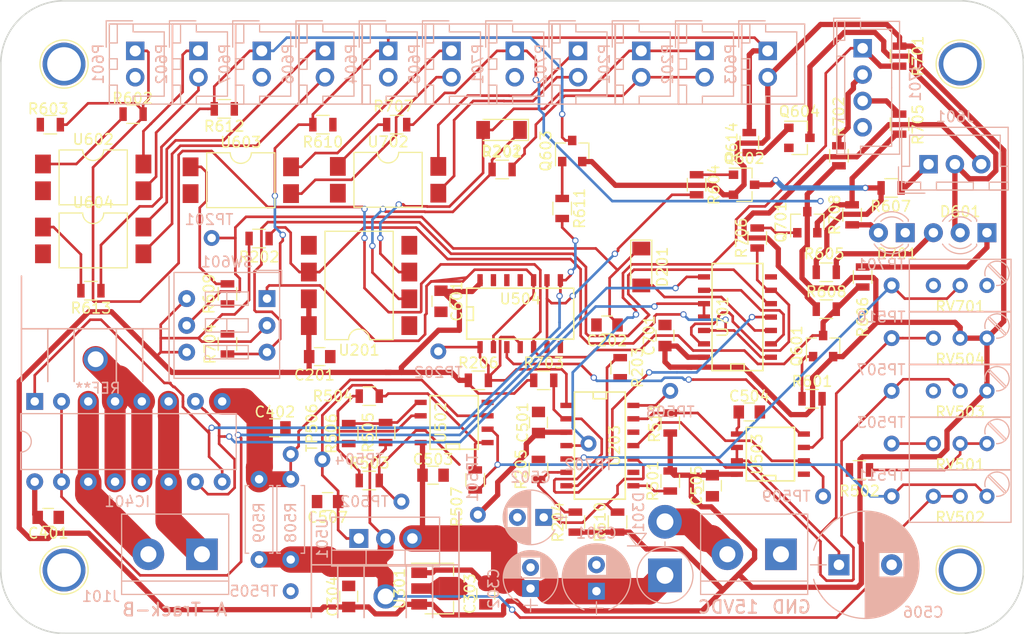
<source format=kicad_pcb>
(kicad_pcb (version 4) (host pcbnew 4.0.7)
  (layers (0 F.Cu signal) (31 B.Cu signal) (34 B.Paste user) (35 F.Paste user) (36 B.SilkS user) (37 F.SilkS user) (38 B.Mask user) (39 F.Mask user) (44 Edge.Cuts user))
  (net 0 "")
  (net 1 +5V)
  (net 2 GND)
  (net 3 "Net-(C202-Pad1)")
  (net 4 +15V)
  (net 5 /Driver/VCC_DRIVER)
  (net 6 "Net-(C502-Pad1)")
  (net 7 "Net-(C504-Pad1)")
  (net 8 "Net-(C506-Pad1)")
  (net 9 "Net-(C507-Pad1)")
  (net 10 "Net-(D201-Pad2)")
  (net 11 "Net-(D202-Pad1)")
  (net 12 "/DCC Input/DCC_Input")
  (net 13 "Net-(D301-Pad2)")
  (net 14 "Net-(D601-Pad1)")
  (net 15 "Net-(D601-Pad2)")
  (net 16 "Net-(D601-Pad3)")
  (net 17 "Net-(D701-Pad2)")
  (net 18 /Driver/DRIVER_ENABLE)
  (net 19 "Net-(IC401-Pad15)")
  (net 20 /Driver/DRIVER_SIGNAL)
  (net 21 /Driver/TrackB)
  (net 22 /Driver/TrackA)
  (net 23 "Net-(J601-Pad1)")
  (net 24 "Net-(J601-Pad3)")
  (net 25 /Reversing/PhotoDiode)
  (net 26 /Reversing/IR_Led)
  (net 27 /Reversing/Indicator_LED)
  (net 28 "/DCC Input/DCC_GND_Input")
  (net 29 /Status/STATUS_GREEN_LED)
  (net 30 "Net-(P602-Pad1)")
  (net 31 "Net-(P602-Pad2)")
  (net 32 "/Overcurrent Detector/MSTR_SW")
  (net 33 "Net-(P605-Pad1)")
  (net 34 "Net-(P605-Pad2)")
  (net 35 "Net-(P606-Pad1)")
  (net 36 "Net-(P606-Pad2)")
  (net 37 "Net-(P607-Pad1)")
  (net 38 "Net-(P701-Pad1)")
  (net 39 "Net-(P702-Pad1)")
  (net 40 "Net-(P702-Pad2)")
  (net 41 "Net-(Q601-Pad1)")
  (net 42 "Net-(Q602-Pad1)")
  (net 43 /Status/STATUS_RED_LED)
  (net 44 "Net-(Q603-Pad1)")
  (net 45 "Net-(Q604-Pad1)")
  (net 46 "Net-(Q701-Pad1)")
  (net 47 "/DCC Input/DCC")
  (net 48 "/DCC Input/REF_1.35V")
  (net 49 "/DCC Input/DCC_ENABLE")
  (net 50 "Net-(R501-Pad1)")
  (net 51 "Net-(R503-Pad1)")
  (net 52 "Net-(R503-Pad2)")
  (net 53 "Net-(R505-Pad1)")
  (net 54 "Net-(R505-Pad2)")
  (net 55 "Net-(R507-Pad1)")
  (net 56 "Net-(R511-Pad1)")
  (net 57 "/Overcurrent Detector/OVERCURRENT")
  (net 58 "Net-(R602-Pad1)")
  (net 59 "Net-(R604-Pad2)")
  (net 60 "Net-(R609-Pad1)")
  (net 61 "Net-(R613-Pad2)")
  (net 62 "Net-(R703-Pad2)")
  (net 63 "Net-(R704-Pad1)")
  (net 64 "Net-(R706-Pad2)")
  (net 65 "Net-(R707-Pad2)")
  (net 66 "Net-(RV503-Pad2)")
  (net 67 "Net-(RV701-Pad2)")
  (net 68 "Net-(U201-Pad1)")
  (net 69 "Net-(U201-Pad4)")
  (net 70 "Net-(U503-Pad4)")
  (net 71 "Net-(U504-Pad11)")
  (net 72 "Net-(R502-Pad2)")
  (module Connectors:1pin (layer F.Cu) (at 106 86)
    (fp_text reference REF** hide)
    (fp_text value 1pin)
    (pad 1 thru_hole circle (at 0 0) (size 4.064 4.064) (drill 3.2) (layers *.Cu *.Mask) (net 2 GND))
  )
  (module Connectors:1pin (layer F.Cu) (at 191 86)
    (fp_text reference REF** hide)
    (fp_text value 1pin)
    (pad 1 thru_hole circle (at 0 0) (size 4.064 4.064) (drill 3.2) (layers *.Cu *.Mask) (net 2 GND))
  )
  (module SMD_Packages:SOIC-14_N (layer F.Cu) (at 169.75 110 90)
    (fp_text reference U701 (at 0 -1.27 90) (layer F.SilkS))
    (fp_text value 74HC86)
    (pad 1 smd rect (at -3.81 3.302 90) (size 0.508 1.143) (layers F.Cu F.Paste F.Mask) (net 47 "/DCC Input/DCC"))
    (pad 2 smd rect (at -2.54 3.302 90) (size 0.508 1.143) (layers F.Cu F.Paste F.Mask) (net 1 +5V))
    (pad 3 smd rect (at -1.27 3.302 90) (size 0.508 1.143) (layers F.Cu F.Paste F.Mask) (net 10 "Net-(D201-Pad2)"))
    (pad 4 smd rect (at 0 3.302 90) (size 0.508 1.143) (layers F.Cu F.Paste F.Mask) (net 62 "Net-(R703-Pad2)"))
    (pad 5 smd rect (at 1.27 3.302 90) (size 0.508 1.143) (layers F.Cu F.Paste F.Mask) (net 63 "Net-(R704-Pad1)"))
    (pad 6 smd rect (at 2.54 3.302 90) (size 0.508 1.143) (layers F.Cu F.Paste F.Mask) (net 64 "Net-(R706-Pad2)"))
    (pad 7 smd rect (at 3.81 3.302 90) (size 0.508 1.143) (layers F.Cu F.Paste F.Mask) (net 2 GND))
    (pad 8 smd rect (at 3.81 -3.048 90) (size 0.508 1.143) (layers F.Cu F.Paste F.Mask) (net 19 "Net-(IC401-Pad15)"))
    (pad 9 smd rect (at 2.54 -3.048 90) (size 0.508 1.143) (layers F.Cu F.Paste F.Mask) (net 1 +5V))
    (pad 11 smd rect (at 0 -3.048 90) (size 0.508 1.143) (layers F.Cu F.Paste F.Mask) (net 20 /Driver/DRIVER_SIGNAL))
    (pad 12 smd rect (at -1.27 -3.048 90) (size 0.508 1.143) (layers F.Cu F.Paste F.Mask) (net 47 "/DCC Input/DCC"))
    (pad 13 smd rect (at -2.54 -3.048 90) (size 0.508 1.143) (layers F.Cu F.Paste F.Mask) (net 64 "Net-(R706-Pad2)"))
    (pad 14 smd rect (at -3.81 -3.048 90) (size 0.508 1.143) (layers F.Cu F.Paste F.Mask) (net 1 +5V))
    (pad 10 smd rect (at 1.27 -3.048 90) (size 0.508 1.143) (layers F.Cu F.Paste F.Mask) (net 20 /Driver/DRIVER_SIGNAL))
  )
  (module Trainiot:Single_Pin_Heatshield (layer B.Cu) (at 106.46 108.5)
    (fp_text reference REF** (at 2.75 8.25) (layer B.SilkS) (effects (justify mirror)))
    (fp_text value Heatshield)
    (pad 1 thru_hole oval (at 2.54 5.5) (size 2.3 2.3) (drill 1.5) (layers *.Cu *.Mask) (net 2 GND))
  )
  (module Connectors:1pin (layer F.Cu) (at 191 134)
    (fp_text reference REF** hide)
    (fp_text value 1pin)
    (pad 1 thru_hole circle (at 0 0) (size 4.064 4.064) (drill 3.2) (layers *.Cu *.Mask) (net 2 GND))
  )
  (module Measurement_Points:Measurement_Point_Round-TH_Small (layer B.Cu) (at 127.5 136)
    (fp_text reference TP505 (at -3.5 0) (layer B.SilkS) (effects (justify mirror)))
    (fp_text value TEST hide)
    (pad 1 thru_hole circle (at 0 0) (size 1.5 1.5) (drill 0.8) (layers *.Cu *.Mask) (net 53 "Net-(R505-Pad1)"))
  )
  (module Capacitors_SMD:C_0805 (layer F.Cu) (at 130.25 113.75)
    (fp_text reference C201 (at -0.5 1.75) (layer F.SilkS))
    (fp_text value 100nF)
    (pad 1 smd rect (at -1 0) (size 1 1.25) (layers F.Cu F.Paste F.Mask) (net 1 +5V))
    (pad 2 smd rect (at 1 0) (size 1 1.25) (layers F.Cu F.Paste F.Mask) (net 2 GND))
  )
  (module Capacitors_SMD:C_0805 (layer F.Cu) (at 157.5 110.75 180)
    (fp_text reference C202 (at 0 -1.5 180) (layer F.SilkS))
    (fp_text value 100nF)
    (pad 1 smd rect (at -1 0 180) (size 1 1.25) (layers F.Cu F.Paste F.Mask) (net 3 "Net-(C202-Pad1)"))
    (pad 2 smd rect (at 1 0 180) (size 1 1.25) (layers F.Cu F.Paste F.Mask) (net 2 GND))
  )
  (module Capacitors_THT:CP_Radial_D5.0mm_P2.00mm (layer B.Cu) (at 150.25 135.75 90)
    (fp_text reference C302 (at 0 -3.5 90) (layer B.SilkS) (effects (justify mirror)))
    (fp_text value 4.7µF)
    (pad 1 thru_hole rect (at 0 0 90) (size 1.6 1.6) (drill 0.8) (layers *.Cu *.Mask) (net 4 +15V))
    (pad 2 thru_hole circle (at 2 0 90) (size 1.6 1.6) (drill 0.8) (layers *.Cu *.Mask) (net 2 GND))
  )
  (module Capacitors_SMD:C_0805 (layer F.Cu) (at 146 136.25 270)
    (fp_text reference C303 (at 0 1.5 270) (layer F.SilkS))
    (fp_text value 330nF)
    (pad 1 smd rect (at -1 0 270) (size 1 1.25) (layers F.Cu F.Paste F.Mask) (net 4 +15V))
    (pad 2 smd rect (at 1 0 270) (size 1 1.25) (layers F.Cu F.Paste F.Mask) (net 2 GND))
  )
  (module Capacitors_SMD:C_0805 (layer F.Cu) (at 133 136.5 90)
    (fp_text reference C304 (at 0 -1.5 90) (layer F.SilkS))
    (fp_text value 100nF)
    (pad 1 smd rect (at -1 0 90) (size 1 1.25) (layers F.Cu F.Paste F.Mask) (net 1 +5V))
    (pad 2 smd rect (at 1 0 90) (size 1 1.25) (layers F.Cu F.Paste F.Mask) (net 2 GND))
  )
  (module Capacitors_SMD:C_0805 (layer F.Cu) (at 104.5 129)
    (fp_text reference C401 (at 0 1.5) (layer F.SilkS))
    (fp_text value 100nF)
    (pad 1 smd rect (at -1 0) (size 1 1.25) (layers F.Cu F.Paste F.Mask) (net 1 +5V))
    (pad 2 smd rect (at 1 0) (size 1 1.25) (layers F.Cu F.Paste F.Mask) (net 2 GND))
  )
  (module Capacitors_SMD:C_0805 (layer F.Cu) (at 126 120.5)
    (fp_text reference C402 (at 0 -1.5) (layer F.SilkS))
    (fp_text value 100nF)
    (pad 1 smd rect (at -1 0) (size 1 1.25) (layers F.Cu F.Paste F.Mask) (net 5 /Driver/VCC_DRIVER))
    (pad 2 smd rect (at 1 0) (size 1 1.25) (layers F.Cu F.Paste F.Mask) (net 2 GND))
  )
  (module Capacitors_SMD:C_0805 (layer F.Cu) (at 151 120 90)
    (fp_text reference C501 (at 0 -1.5 90) (layer F.SilkS))
    (fp_text value 100nF)
    (pad 1 smd rect (at -1 0 90) (size 1 1.25) (layers F.Cu F.Paste F.Mask) (net 4 +15V))
    (pad 2 smd rect (at 1 0 90) (size 1 1.25) (layers F.Cu F.Paste F.Mask) (net 2 GND))
  )
  (module Capacitors_THT:CP_Radial_D5.0mm_P2.50mm (layer B.Cu) (at 151.5 129 180)
    (fp_text reference C502 (at 1.25 3.81 180) (layer B.SilkS) (effects (justify mirror)))
    (fp_text value 1µF)
    (pad 1 thru_hole rect (at 0 0 180) (size 1.6 1.6) (drill 0.8) (layers *.Cu *.Mask) (net 6 "Net-(C502-Pad1)"))
    (pad 2 thru_hole circle (at 2.5 0 180) (size 1.6 1.6) (drill 0.8) (layers *.Cu *.Mask) (net 2 GND))
  )
  (module Capacitors_SMD:C_0805 (layer F.Cu) (at 141 125)
    (fp_text reference C503 (at 0 -1.5) (layer F.SilkS))
    (fp_text value 100nF)
    (pad 1 smd rect (at -1 0) (size 1 1.25) (layers F.Cu F.Paste F.Mask) (net 4 +15V))
    (pad 2 smd rect (at 1 0) (size 1 1.25) (layers F.Cu F.Paste F.Mask) (net 2 GND))
  )
  (module Capacitors_SMD:C_0805 (layer F.Cu) (at 171 119)
    (fp_text reference C504 (at 0 -1.5) (layer F.SilkS))
    (fp_text value 10nF)
    (pad 1 smd rect (at -1 0) (size 1 1.25) (layers F.Cu F.Paste F.Mask) (net 7 "Net-(C504-Pad1)"))
    (pad 2 smd rect (at 1 0) (size 1 1.25) (layers F.Cu F.Paste F.Mask) (net 2 GND))
  )
  (module Capacitors_SMD:C_0805 (layer F.Cu) (at 167.5 126 270)
    (fp_text reference C505 (at 0 1.5 270) (layer F.SilkS))
    (fp_text value 100nF)
    (pad 1 smd rect (at -1 0 270) (size 1 1.25) (layers F.Cu F.Paste F.Mask) (net 1 +5V))
    (pad 2 smd rect (at 1 0 270) (size 1 1.25) (layers F.Cu F.Paste F.Mask) (net 2 GND))
  )
  (module Capacitors_THT:CP_Radial_D10.0mm_P5.00mm (layer B.Cu) (at 179.5 133.5)
    (fp_text reference C506 (at 8 4.5) (layer B.SilkS) (effects (justify mirror)))
    (fp_text value 470µF hide)
    (pad 1 thru_hole rect (at 0 0) (size 2 2) (drill 1) (layers *.Cu *.Mask) (net 8 "Net-(C506-Pad1)"))
    (pad 2 thru_hole circle (at 5 0) (size 2 2) (drill 1) (layers *.Cu *.Mask) (net 2 GND))
  )
  (module Capacitors_SMD:C_0805 (layer F.Cu) (at 131 127.5 180)
    (fp_text reference C507 (at 0 -1.5 180) (layer F.SilkS))
    (fp_text value 100nF)
    (pad 1 smd rect (at -1 0 180) (size 1 1.25) (layers F.Cu F.Paste F.Mask) (net 9 "Net-(C507-Pad1)"))
    (pad 2 smd rect (at 1 0 180) (size 1 1.25) (layers F.Cu F.Paste F.Mask) (net 2 GND))
  )
  (module Capacitors_SMD:C_0805 (layer F.Cu) (at 141.75 108.5 270)
    (fp_text reference C601 (at 0 -1.5 270) (layer F.SilkS))
    (fp_text value 100nF)
    (pad 1 smd rect (at -1 0 270) (size 1 1.25) (layers F.Cu F.Paste F.Mask) (net 1 +5V))
    (pad 2 smd rect (at 1 0 270) (size 1 1.25) (layers F.Cu F.Paste F.Mask) (net 2 GND))
  )
  (module Diodes_SMD:D_MiniMELF (layer F.Cu) (at 160.75 105.25 270)
    (fp_text reference D201 (at 0 -2 270) (layer F.SilkS))
    (fp_text value D)
    (pad 1 smd rect (at -1.75 0 270) (size 1.3 1.7) (layers F.Cu F.Paste F.Mask) (net 3 "Net-(C202-Pad1)"))
    (pad 2 smd rect (at 1.75 0 270) (size 1.3 1.7) (layers F.Cu F.Paste F.Mask) (net 10 "Net-(D201-Pad2)"))
  )
  (module Diodes_SMD:D_MiniMELF (layer F.Cu) (at 147.5 92.25 180)
    (fp_text reference D202 (at 0 -2 180) (layer F.SilkS))
    (fp_text value D)
    (pad 1 smd rect (at -1.75 0 180) (size 1.3 1.7) (layers F.Cu F.Paste F.Mask) (net 11 "Net-(D202-Pad1)"))
    (pad 2 smd rect (at 1.75 0 180) (size 1.3 1.7) (layers F.Cu F.Paste F.Mask) (net 12 "/DCC Input/DCC_Input"))
  )
  (module Diodes_THT:D_DO-201AD_P5.08mm_Vertical_AnodeUp (layer B.Cu) (at 163 134.5 90)
    (fp_text reference D301 (at 6 -2.5 90) (layer B.SilkS) (effects (justify mirror)))
    (fp_text value 1N540x hide)
    (pad 1 thru_hole rect (at 0 0 90) (size 3.2 3.2) (drill 1.6) (layers *.Cu *.Mask) (net 4 +15V))
    (pad 2 thru_hole oval (at 5.08 0 90) (size 3.2 3.2) (drill 1.6) (layers *.Cu *.Mask) (net 13 "Net-(D301-Pad2)"))
  )
  (module LEDs:LED_D3.0mm-3 (layer B.Cu) (at 193.54 102 180)
    (fp_text reference D601 (at 2.54 2 180) (layer F.SilkS))
    (fp_text value Status_LED)
    (pad 1 thru_hole rect (at 0 0 180) (size 1.8 1.8) (drill 0.9) (layers *.Cu *.Mask) (net 14 "Net-(D601-Pad1)"))
    (pad 2 thru_hole circle (at 2.54 0 180) (size 1.8 1.8) (drill 0.9) (layers *.Cu *.Mask) (net 15 "Net-(D601-Pad2)"))
    (pad 3 thru_hole circle (at 5.08 0 180) (size 1.8 1.8) (drill 0.9) (layers *.Cu *.Mask) (net 16 "Net-(D601-Pad3)"))
  )
  (module LEDs:LED_D3.0mm (layer B.Cu) (at 185.79 102 180)
    (fp_text reference D701 (at 0.79 -2 180) (layer F.SilkS))
    (fp_text value LED)
    (pad 1 thru_hole rect (at 0 0 180) (size 1.8 1.8) (drill 0.9) (layers *.Cu *.Mask) (net 2 GND))
    (pad 2 thru_hole circle (at 2.54 0 180) (size 1.8 1.8) (drill 0.9) (layers *.Cu *.Mask) (net 17 "Net-(D701-Pad2)"))
  )
  (module Housings_DIP:DIP-16_W7.62mm (layer B.Cu) (at 103.22 118 270)
    (fp_text reference IC401 (at 9.5 -8.78 360) (layer B.SilkS) (effects (justify mirror)))
    (fp_text value SN754410)
    (pad 1 thru_hole rect (at 0 0 270) (size 1.6 1.6) (drill 0.8) (layers *.Cu *.Mask) (net 18 /Driver/DRIVER_ENABLE))
    (pad 9 thru_hole oval (at 7.62 -17.78 270) (size 1.6 1.6) (drill 0.8) (layers *.Cu *.Mask) (net 18 /Driver/DRIVER_ENABLE))
    (pad 2 thru_hole oval (at 0 -2.54 270) (size 1.6 1.6) (drill 0.8) (layers *.Cu *.Mask) (net 19 "Net-(IC401-Pad15)"))
    (pad 10 thru_hole oval (at 7.62 -15.24 270) (size 1.6 1.6) (drill 0.8) (layers *.Cu *.Mask) (net 20 /Driver/DRIVER_SIGNAL))
    (pad 3 thru_hole oval (at 0 -5.08 270) (size 1.6 1.6) (drill 0.8) (layers *.Cu *.Mask) (net 21 /Driver/TrackB))
    (pad 11 thru_hole oval (at 7.62 -12.7 270) (size 1.6 1.6) (drill 0.8) (layers *.Cu *.Mask) (net 22 /Driver/TrackA))
    (pad 4 thru_hole oval (at 0 -7.62 270) (size 1.6 1.6) (drill 0.8) (layers *.Cu *.Mask) (net 2 GND))
    (pad 12 thru_hole oval (at 7.62 -10.16 270) (size 1.6 1.6) (drill 0.8) (layers *.Cu *.Mask) (net 2 GND))
    (pad 5 thru_hole oval (at 0 -10.16 270) (size 1.6 1.6) (drill 0.8) (layers *.Cu *.Mask) (net 2 GND))
    (pad 13 thru_hole oval (at 7.62 -7.62 270) (size 1.6 1.6) (drill 0.8) (layers *.Cu *.Mask) (net 2 GND))
    (pad 6 thru_hole oval (at 0 -12.7 270) (size 1.6 1.6) (drill 0.8) (layers *.Cu *.Mask) (net 22 /Driver/TrackA))
    (pad 14 thru_hole oval (at 7.62 -5.08 270) (size 1.6 1.6) (drill 0.8) (layers *.Cu *.Mask) (net 21 /Driver/TrackB))
    (pad 7 thru_hole oval (at 0 -15.24 270) (size 1.6 1.6) (drill 0.8) (layers *.Cu *.Mask) (net 20 /Driver/DRIVER_SIGNAL))
    (pad 15 thru_hole oval (at 7.62 -2.54 270) (size 1.6 1.6) (drill 0.8) (layers *.Cu *.Mask) (net 19 "Net-(IC401-Pad15)"))
    (pad 8 thru_hole oval (at 0 -17.78 270) (size 1.6 1.6) (drill 0.8) (layers *.Cu *.Mask) (net 5 /Driver/VCC_DRIVER))
    (pad 16 thru_hole oval (at 7.62 0 270) (size 1.6 1.6) (drill 0.8) (layers *.Cu *.Mask) (net 1 +5V))
  )
  (module Connectors_Terminal_Blocks:TerminalBlock_bornier-2_P5.08mm (layer B.Cu) (at 119.08 132.5 180)
    (fp_text reference J101 (at 9.58 -4 180) (layer B.SilkS) (effects (justify mirror)))
    (fp_text value Track)
    (pad 1 thru_hole rect (at 0 0 180) (size 3 3) (drill 1.52) (layers *.Cu *.Mask) (net 22 /Driver/TrackA))
    (pad 2 thru_hole circle (at 5.08 0 180) (size 3 3) (drill 1.52) (layers *.Cu *.Mask) (net 21 /Driver/TrackB))
  )
  (module Connectors_Terminal_Blocks:TerminalBlock_bornier-2_P5.08mm (layer B.Cu) (at 174 132.5 180)
    (fp_text reference J301 hide)
    (fp_text value 15VDC)
    (pad 1 thru_hole rect (at 0 0 180) (size 3 3) (drill 1.52) (layers *.Cu *.Mask) (net 2 GND))
    (pad 2 thru_hole circle (at 5.08 0 180) (size 3 3) (drill 1.52) (layers *.Cu *.Mask) (net 13 "Net-(D301-Pad2)"))
  )
  (module Connectors_JST:JST_XH_B03B-XH-A_03x2.50mm_Straight (layer B.Cu) (at 188 95.5)
    (fp_text reference J601 (at 2.5 -4.5) (layer B.SilkS) (effects (justify mirror)))
    (fp_text value StatusLED)
    (pad 1 thru_hole rect (at 0 0) (size 1.75 1.75) (drill 1) (layers *.Cu *.Mask) (net 23 "Net-(J601-Pad1)"))
    (pad 2 thru_hole circle (at 2.5 0) (size 1.75 1.75) (drill 1) (layers *.Cu *.Mask) (net 15 "Net-(D601-Pad2)"))
    (pad 3 thru_hole circle (at 5 0) (size 1.75 1.75) (drill 1) (layers *.Cu *.Mask) (net 24 "Net-(J601-Pad3)"))
  )
  (module Connectors_JST:JST_XH_B04B-XH-A_04x2.50mm_Straight (layer B.Cu) (at 181.75 84.5 270)
    (fp_text reference J701 (at 3.25 -5 270) (layer B.SilkS) (effects (justify mirror)))
    (fp_text value Conn_01x04)
    (pad 1 thru_hole rect (at 0 0 270) (size 1.75 1.75) (drill 1) (layers *.Cu *.Mask) (net 25 /Reversing/PhotoDiode))
    (pad 2 thru_hole circle (at 2.5 0 270) (size 1.75 1.75) (drill 1) (layers *.Cu *.Mask) (net 26 /Reversing/IR_Led))
    (pad 3 thru_hole circle (at 5 0 270) (size 1.75 1.75) (drill 1) (layers *.Cu *.Mask) (net 27 /Reversing/Indicator_LED))
    (pad 4 thru_hole circle (at 7.5 0 270) (size 1.75 1.75) (drill 1) (layers *.Cu *.Mask) (net 2 GND))
  )
  (module Connectors_JST:JST_XH_B02B-XH-A_02x2.50mm_Straight (layer B.Cu) (at 160.75 84.75 270)
    (fp_text reference P201 (at 1.25 3.5 270) (layer B.SilkS) (effects (justify mirror)))
    (fp_text value CONN_01X02)
    (pad 1 thru_hole rect (at 0 0 270) (size 1.75 1.75) (drill 1.05) (layers *.Cu *.Mask) (net 12 "/DCC Input/DCC_Input"))
    (pad 2 thru_hole circle (at 2.5 0 270) (size 1.75 1.75) (drill 1.05) (layers *.Cu *.Mask) (net 28 "/DCC Input/DCC_GND_Input"))
  )
  (module Connectors_JST:JST_XH_B02B-XH-A_02x2.50mm_Straight (layer B.Cu) (at 166.75 84.75 270)
    (fp_text reference P202 (at 1.25 3.5 270) (layer B.SilkS) (effects (justify mirror)))
    (fp_text value CONN_01X02)
    (pad 1 thru_hole rect (at 0 0 270) (size 1.75 1.75) (drill 1.05) (layers *.Cu *.Mask) (net 12 "/DCC Input/DCC_Input"))
    (pad 2 thru_hole circle (at 2.5 0 270) (size 1.75 1.75) (drill 1.05) (layers *.Cu *.Mask) (net 28 "/DCC Input/DCC_GND_Input"))
  )
  (module Connectors_JST:JST_XH_B02B-XH-A_02x2.50mm_Straight (layer B.Cu) (at 112.75 84.75 270)
    (fp_text reference P601 (at 1.25 3.5 270) (layer B.SilkS) (effects (justify mirror)))
    (fp_text value ~OVERCURRENT_OUT)
    (pad 1 thru_hole rect (at 0 0 270) (size 1.75 1.75) (drill 1.05) (layers *.Cu *.Mask) (net 29 /Status/STATUS_GREEN_LED))
    (pad 2 thru_hole circle (at 2.5 0 270) (size 1.75 1.75) (drill 1.05) (layers *.Cu *.Mask) (net 2 GND))
  )
  (module Connectors_JST:JST_XH_B02B-XH-A_02x2.50mm_Straight (layer B.Cu) (at 118.75 84.75 270)
    (fp_text reference P602 (at 1.25 3.5 270) (layer B.SilkS) (effects (justify mirror)))
    (fp_text value ~OVERCURRENT_OUT_OP)
    (pad 1 thru_hole rect (at 0 0 270) (size 1.75 1.75) (drill 1.05) (layers *.Cu *.Mask) (net 30 "Net-(P602-Pad1)"))
    (pad 2 thru_hole circle (at 2.5 0 270) (size 1.75 1.75) (drill 1.05) (layers *.Cu *.Mask) (net 31 "Net-(P602-Pad2)"))
  )
  (module Connectors_JST:JST_XH_B02B-XH-A_02x2.50mm_Straight (layer B.Cu) (at 172.75 84.75 270)
    (fp_text reference P603 (at 1.25 3.5 270) (layer B.SilkS) (effects (justify mirror)))
    (fp_text value MSTR_SW)
    (pad 1 thru_hole rect (at 0 0 270) (size 1.75 1.75) (drill 1.05) (layers *.Cu *.Mask) (net 32 "/Overcurrent Detector/MSTR_SW"))
    (pad 2 thru_hole circle (at 2.5 0 270) (size 1.75 1.75) (drill 1.05) (layers *.Cu *.Mask) (net 1 +5V))
  )
  (module Connectors_JST:JST_XH_B02B-XH-A_02x2.50mm_Straight (layer B.Cu) (at 136.75 84.75 270)
    (fp_text reference P604 (at 1.25 3.5 270) (layer B.SilkS) (effects (justify mirror)))
    (fp_text value MSTR_SW_OUT)
    (pad 1 thru_hole rect (at 0 0 270) (size 1.75 1.75) (drill 1.05) (layers *.Cu *.Mask) (net 32 "/Overcurrent Detector/MSTR_SW"))
    (pad 2 thru_hole circle (at 2.5 0 270) (size 1.75 1.75) (drill 1.05) (layers *.Cu *.Mask) (net 2 GND))
  )
  (module Connectors_JST:JST_XH_B02B-XH-A_02x2.50mm_Straight (layer B.Cu) (at 142.75 84.75 270)
    (fp_text reference P605 (at 1.25 3.5 270) (layer B.SilkS) (effects (justify mirror)))
    (fp_text value MSTR_SW_OUT_OP)
    (pad 1 thru_hole rect (at 0 0 270) (size 1.75 1.75) (drill 1.05) (layers *.Cu *.Mask) (net 33 "Net-(P605-Pad1)"))
    (pad 2 thru_hole circle (at 2.5 0 270) (size 1.75 1.75) (drill 1.05) (layers *.Cu *.Mask) (net 34 "Net-(P605-Pad2)"))
  )
  (module Connectors_JST:JST_XH_B02B-XH-A_02x2.50mm_Straight (layer B.Cu) (at 130.75 84.75 270)
    (fp_text reference P606 (at 1.25 3.5 270) (layer B.SilkS) (effects (justify mirror)))
    (fp_text value ~DRIVER_ENABLE_OUT_OP)
    (pad 1 thru_hole rect (at 0 0 270) (size 1.75 1.75) (drill 1.05) (layers *.Cu *.Mask) (net 35 "Net-(P606-Pad1)"))
    (pad 2 thru_hole circle (at 2.5 0 270) (size 1.75 1.75) (drill 1.05) (layers *.Cu *.Mask) (net 36 "Net-(P606-Pad2)"))
  )
  (module Connectors_JST:JST_XH_B02B-XH-A_02x2.50mm_Straight (layer B.Cu) (at 124.75 84.75 270)
    (fp_text reference P607 (at 1.25 3.5 270) (layer B.SilkS) (effects (justify mirror)))
    (fp_text value ~DRIVER_ENABLE_OUT)
    (pad 1 thru_hole rect (at 0 0 270) (size 1.75 1.75) (drill 1.05) (layers *.Cu *.Mask) (net 37 "Net-(P607-Pad1)"))
    (pad 2 thru_hole circle (at 2.5 0 270) (size 1.75 1.75) (drill 1.05) (layers *.Cu *.Mask) (net 2 GND))
  )
  (module Connectors_JST:JST_XH_B02B-XH-A_02x2.50mm_Straight (layer B.Cu) (at 148.75 84.75 270)
    (fp_text reference P701 (at 1.25 3.5 270) (layer B.SilkS) (effects (justify mirror)))
    (fp_text value REVERSER_OUT)
    (pad 1 thru_hole rect (at 0 0 270) (size 1.75 1.75) (drill 1.05) (layers *.Cu *.Mask) (net 38 "Net-(P701-Pad1)"))
    (pad 2 thru_hole circle (at 2.5 0 270) (size 1.75 1.75) (drill 1.05) (layers *.Cu *.Mask) (net 2 GND))
  )
  (module Connectors_JST:JST_XH_B02B-XH-A_02x2.50mm_Straight (layer B.Cu) (at 154.75 84.75 270)
    (fp_text reference P702 (at 1.25 3.5 270) (layer B.SilkS) (effects (justify mirror)))
    (fp_text value REVERSER_OUT_OP)
    (pad 1 thru_hole rect (at 0 0 270) (size 1.75 1.75) (drill 1.05) (layers *.Cu *.Mask) (net 39 "Net-(P702-Pad1)"))
    (pad 2 thru_hole circle (at 2.5 0 270) (size 1.75 1.75) (drill 1.05) (layers *.Cu *.Mask) (net 40 "Net-(P702-Pad2)"))
  )
  (module TO_SOT_Packages_SMD:SOT-23 (layer F.Cu) (at 178 112.75 90)
    (fp_text reference Q601 (at 0 -2.5 90) (layer F.SilkS))
    (fp_text value BC807-40)
    (pad 1 smd rect (at -1 -0.95 90) (size 0.9 0.8) (layers F.Cu F.Paste F.Mask) (net 41 "Net-(Q601-Pad1)"))
    (pad 2 smd rect (at -1 0.95 90) (size 0.9 0.8) (layers F.Cu F.Paste F.Mask) (net 1 +5V))
    (pad 3 smd rect (at 1 0 90) (size 0.9 0.8) (layers F.Cu F.Paste F.Mask) (net 29 /Status/STATUS_GREEN_LED))
  )
  (module TO_SOT_Packages_SMD:SOT-23 (layer F.Cu) (at 170.5 97.45)
    (fp_text reference Q602 (at 0 -2.5) (layer F.SilkS))
    (fp_text value BC807-40)
    (pad 1 smd rect (at -1 -0.95) (size 0.9 0.8) (layers F.Cu F.Paste F.Mask) (net 42 "Net-(Q602-Pad1)"))
    (pad 2 smd rect (at -1 0.95) (size 0.9 0.8) (layers F.Cu F.Paste F.Mask) (net 1 +5V))
    (pad 3 smd rect (at 1 0) (size 0.9 0.8) (layers F.Cu F.Paste F.Mask) (net 43 /Status/STATUS_RED_LED))
  )
  (module TO_SOT_Packages_SMD:SOT-23 (layer F.Cu) (at 154.2 94.25 90)
    (fp_text reference Q603 (at 0 -2.5 90) (layer F.SilkS))
    (fp_text value BC807-40)
    (pad 1 smd rect (at -1 -0.95 90) (size 0.9 0.8) (layers F.Cu F.Paste F.Mask) (net 44 "Net-(Q603-Pad1)"))
    (pad 2 smd rect (at -1 0.95 90) (size 0.9 0.8) (layers F.Cu F.Paste F.Mask) (net 1 +5V))
    (pad 3 smd rect (at 1 0 90) (size 0.9 0.8) (layers F.Cu F.Paste F.Mask) (net 37 "Net-(P607-Pad1)"))
  )
  (module TO_SOT_Packages_SMD:SOT-23 (layer F.Cu) (at 175.75 93)
    (fp_text reference Q604 (at 0 -2.5) (layer F.SilkS))
    (fp_text value BC817-40)
    (pad 1 smd rect (at -1 -0.95) (size 0.9 0.8) (layers F.Cu F.Paste F.Mask) (net 45 "Net-(Q604-Pad1)"))
    (pad 2 smd rect (at -1 0.95) (size 0.9 0.8) (layers F.Cu F.Paste F.Mask) (net 2 GND))
    (pad 3 smd rect (at 1 0) (size 0.9 0.8) (layers F.Cu F.Paste F.Mask) (net 15 "Net-(D601-Pad2)"))
  )
  (module TO_SOT_Packages_SMD:SOT-23 (layer F.Cu) (at 176.5 101 90)
    (fp_text reference Q701 (at 0 -2.5 90) (layer F.SilkS))
    (fp_text value BC817-40)
    (pad 1 smd rect (at -1 -0.95 90) (size 0.9 0.8) (layers F.Cu F.Paste F.Mask) (net 46 "Net-(Q701-Pad1)"))
    (pad 2 smd rect (at -1 0.95 90) (size 0.9 0.8) (layers F.Cu F.Paste F.Mask) (net 38 "Net-(P701-Pad1)"))
    (pad 3 smd rect (at 1 0 90) (size 0.9 0.8) (layers F.Cu F.Paste F.Mask) (net 1 +5V))
  )
  (module Resistors_SMD:R_0805 (layer F.Cu) (at 147.55 96)
    (fp_text reference R201 (at 0 -1.65) (layer F.SilkS))
    (fp_text value 270)
    (pad 1 smd rect (at -0.95 0) (size 0.7 1.3) (layers F.Cu F.Paste F.Mask) (net 11 "Net-(D202-Pad1)"))
    (pad 2 smd rect (at 0.95 0) (size 0.7 1.3) (layers F.Cu F.Paste F.Mask) (net 28 "/DCC Input/DCC_GND_Input"))
  )
  (module Resistors_SMD:R_0805 (layer F.Cu) (at 124.5 102.55)
    (fp_text reference R202 (at 0 1.75) (layer F.SilkS))
    (fp_text value 10K)
    (pad 1 smd rect (at -0.95 0) (size 0.7 1.3) (layers F.Cu F.Paste F.Mask) (net 1 +5V))
    (pad 2 smd rect (at 0.95 0) (size 0.7 1.3) (layers F.Cu F.Paste F.Mask) (net 47 "/DCC Input/DCC"))
  )
  (module Resistors_SMD:R_0805 (layer F.Cu) (at 158.75 114.8 270)
    (fp_text reference R203 (at 0 -1.65 270) (layer F.SilkS))
    (fp_text value 10K)
    (pad 1 smd rect (at -0.95 0 270) (size 0.7 1.3) (layers F.Cu F.Paste F.Mask) (net 3 "Net-(C202-Pad1)"))
    (pad 2 smd rect (at 0.95 0 270) (size 0.7 1.3) (layers F.Cu F.Paste F.Mask) (net 2 GND))
  )
  (module Resistors_SMD:R_0805 (layer F.Cu) (at 154.5 129.45 90)
    (fp_text reference R204 (at 0 -1.65 90) (layer F.SilkS))
    (fp_text value 27K)
    (pad 1 smd rect (at -0.95 0 90) (size 0.7 1.3) (layers F.Cu F.Paste F.Mask) (net 1 +5V))
    (pad 2 smd rect (at 0.95 0 90) (size 0.7 1.3) (layers F.Cu F.Paste F.Mask) (net 48 "/DCC Input/REF_1.35V"))
  )
  (module Resistors_SMD:R_0805 (layer F.Cu) (at 151 124.45 90)
    (fp_text reference R205 (at 0 -1.65 90) (layer F.SilkS))
    (fp_text value 10K)
    (pad 1 smd rect (at -0.95 0 90) (size 0.7 1.3) (layers F.Cu F.Paste F.Mask) (net 48 "/DCC Input/REF_1.35V"))
    (pad 2 smd rect (at 0.95 0 90) (size 0.7 1.3) (layers F.Cu F.Paste F.Mask) (net 2 GND))
  )
  (module Resistors_SMD:R_0805 (layer F.Cu) (at 145.3 116)
    (fp_text reference R206 (at 0 -1.65) (layer F.SilkS))
    (fp_text value 22K)
    (pad 1 smd rect (at -0.95 0) (size 0.7 1.3) (layers F.Cu F.Paste F.Mask) (net 1 +5V))
    (pad 2 smd rect (at 0.95 0) (size 0.7 1.3) (layers F.Cu F.Paste F.Mask) (net 49 "/DCC Input/DCC_ENABLE"))
  )
  (module Resistors_SMD:R_0805 (layer F.Cu) (at 163.5 125.55 90)
    (fp_text reference R501 (at 0 -1.65 90) (layer F.SilkS))
    (fp_text value 10K)
    (pad 1 smd rect (at -0.95 0 90) (size 0.7 1.3) (layers F.Cu F.Paste F.Mask) (net 50 "Net-(R501-Pad1)"))
    (pad 2 smd rect (at 0.95 0 90) (size 0.7 1.3) (layers F.Cu F.Paste F.Mask) (net 1 +5V))
  )
  (module Resistors_SMD:R_0805 (layer F.Cu) (at 181.45 124.5)
    (fp_text reference R502 (at 0 2) (layer F.SilkS))
    (fp_text value 2.8K)
    (pad 1 smd rect (at -0.95 0) (size 0.7 1.3) (layers F.Cu F.Paste F.Mask) (net 2 GND))
    (pad 2 smd rect (at 0.95 0) (size 0.7 1.3) (layers F.Cu F.Paste F.Mask) (net 72 "Net-(R502-Pad2)"))
  )
  (module Resistors_SMD:R_0805 (layer F.Cu) (at 134.95 125.5)
    (fp_text reference R503 (at 0 -1.65) (layer F.SilkS))
    (fp_text value 10K)
    (pad 1 smd rect (at -0.95 0) (size 0.7 1.3) (layers F.Cu F.Paste F.Mask) (net 51 "Net-(R503-Pad1)"))
    (pad 2 smd rect (at 0.95 0) (size 0.7 1.3) (layers F.Cu F.Paste F.Mask) (net 52 "Net-(R503-Pad2)"))
  )
  (module Resistors_SMD:R_0805 (layer F.Cu) (at 134.95 117.5 180)
    (fp_text reference R504 (at 3.45 0 180) (layer F.SilkS))
    (fp_text value 10K)
    (pad 1 smd rect (at -0.95 0 180) (size 0.7 1.3) (layers F.Cu F.Paste F.Mask) (net 9 "Net-(C507-Pad1)"))
    (pad 2 smd rect (at 0.95 0 180) (size 0.7 1.3) (layers F.Cu F.Paste F.Mask) (net 51 "Net-(R503-Pad1)"))
  )
  (module Resistors_SMD:R_0805 (layer F.Cu) (at 136.5 120.95 90)
    (fp_text reference R505 (at 0 -1.65 90) (layer F.SilkS))
    (fp_text value 10K)
    (pad 1 smd rect (at -0.95 0 90) (size 0.7 1.3) (layers F.Cu F.Paste F.Mask) (net 53 "Net-(R505-Pad1)"))
    (pad 2 smd rect (at 0.95 0 90) (size 0.7 1.3) (layers F.Cu F.Paste F.Mask) (net 54 "Net-(R505-Pad2)"))
  )
  (module Resistors_SMD:R_0805 (layer F.Cu) (at 133 121.05 90)
    (fp_text reference R506 (at 0 -1.65 90) (layer F.SilkS))
    (fp_text value 10K)
    (pad 1 smd rect (at -0.95 0 90) (size 0.7 1.3) (layers F.Cu F.Paste F.Mask) (net 2 GND))
    (pad 2 smd rect (at 0.95 0 90) (size 0.7 1.3) (layers F.Cu F.Paste F.Mask) (net 54 "Net-(R505-Pad2)"))
  )
  (module Resistors_SMD:R_0805 (layer F.Cu) (at 145 125.45 90)
    (fp_text reference R507 (at -2.55 -1.75 90) (layer F.SilkS))
    (fp_text value 10K)
    (pad 1 smd rect (at -0.95 0 90) (size 0.7 1.3) (layers F.Cu F.Paste F.Mask) (net 55 "Net-(R507-Pad1)"))
    (pad 2 smd rect (at 0.95 0 90) (size 0.7 1.3) (layers F.Cu F.Paste F.Mask) (net 9 "Net-(C507-Pad1)"))
  )
  (module Resistors_SMD:R_0805 (layer F.Cu) (at 158.5 129.45 90)
    (fp_text reference R510 (at 0 -1.65 90) (layer F.SilkS))
    (fp_text value 1M)
    (pad 1 smd rect (at -0.95 0 90) (size 0.7 1.3) (layers F.Cu F.Paste F.Mask) (net 1 +5V))
    (pad 2 smd rect (at 0.95 0 90) (size 0.7 1.3) (layers F.Cu F.Paste F.Mask) (net 6 "Net-(C502-Pad1)"))
  )
  (module Resistors_SMD:R_0805 (layer F.Cu) (at 163.5 120.05 270)
    (fp_text reference R511 (at -0.05 1.5 450) (layer F.SilkS))
    (fp_text value 10K)
    (pad 1 smd rect (at -0.95 0 270) (size 0.7 1.3) (layers F.Cu F.Paste F.Mask) (net 56 "Net-(R511-Pad1)"))
    (pad 2 smd rect (at 0.95 0 270) (size 0.7 1.3) (layers F.Cu F.Paste F.Mask) (net 1 +5V))
  )
  (module Resistors_SMD:R_0805 (layer F.Cu) (at 176.95 117.75)
    (fp_text reference R601 (at 0 -1.65) (layer F.SilkS))
    (fp_text value 1K)
    (pad 1 smd rect (at -0.95 0) (size 0.7 1.3) (layers F.Cu F.Paste F.Mask) (net 41 "Net-(Q601-Pad1)"))
    (pad 2 smd rect (at 0.95 0) (size 0.7 1.3) (layers F.Cu F.Paste F.Mask) (net 57 "/Overcurrent Detector/OVERCURRENT"))
  )
  (module Resistors_SMD:R_0805 (layer F.Cu) (at 112.55 90.75)
    (fp_text reference R602 (at -0.05 -1.5) (layer F.SilkS))
    (fp_text value 180)
    (pad 1 smd rect (at -0.95 0) (size 0.7 1.3) (layers F.Cu F.Paste F.Mask) (net 58 "Net-(R602-Pad1)"))
    (pad 2 smd rect (at 0.95 0) (size 0.7 1.3) (layers F.Cu F.Paste F.Mask) (net 29 /Status/STATUS_GREEN_LED))
  )
  (module Resistors_SMD:R_0805 (layer F.Cu) (at 104.7 91.75 180)
    (fp_text reference R603 (at 0.2 1.5 180) (layer F.SilkS))
    (fp_text value 10K)
    (pad 1 smd rect (at -0.95 0 180) (size 0.7 1.3) (layers F.Cu F.Paste F.Mask) (net 29 /Status/STATUS_GREEN_LED))
    (pad 2 smd rect (at 0.95 0 180) (size 0.7 1.3) (layers F.Cu F.Paste F.Mask) (net 2 GND))
  )
  (module Resistors_SMD:R_0805 (layer F.Cu) (at 166 97.45 270)
    (fp_text reference R604 (at 0 -1.65 270) (layer F.SilkS))
    (fp_text value 1K)
    (pad 1 smd rect (at -0.95 0 270) (size 0.7 1.3) (layers F.Cu F.Paste F.Mask) (net 42 "Net-(Q602-Pad1)"))
    (pad 2 smd rect (at 0.95 0 270) (size 0.7 1.3) (layers F.Cu F.Paste F.Mask) (net 59 "Net-(R604-Pad2)"))
  )
  (module Resistors_SMD:R_0805 (layer F.Cu) (at 178.3 105.75 180)
    (fp_text reference R605 (at 0.2 1.75 180) (layer F.SilkS))
    (fp_text value 1.8K)
    (pad 1 smd rect (at -0.95 0 180) (size 0.7 1.3) (layers F.Cu F.Paste F.Mask) (net 16 "Net-(D601-Pad3)"))
    (pad 2 smd rect (at 0.95 0 180) (size 0.7 1.3) (layers F.Cu F.Paste F.Mask) (net 43 /Status/STATUS_RED_LED))
  )
  (module Resistors_SMD:R_0805 (layer F.Cu) (at 181.75 106.2 270)
    (fp_text reference R606 (at 3.8 0 270) (layer F.SilkS))
    (fp_text value 270)
    (pad 1 smd rect (at -0.95 0 270) (size 0.7 1.3) (layers F.Cu F.Paste F.Mask) (net 14 "Net-(D601-Pad1)"))
    (pad 2 smd rect (at 0.95 0 270) (size 0.7 1.3) (layers F.Cu F.Paste F.Mask) (net 29 /Status/STATUS_GREEN_LED))
  )
  (module Resistors_SMD:R_0805 (layer F.Cu) (at 184.45 97.75 180)
    (fp_text reference R607 (at 0.05 -1.75 180) (layer F.SilkS))
    (fp_text value 1.8)
    (pad 1 smd rect (at -0.95 0 180) (size 0.7 1.3) (layers F.Cu F.Paste F.Mask) (net 23 "Net-(J601-Pad1)"))
    (pad 2 smd rect (at 0.95 0 180) (size 0.7 1.3) (layers F.Cu F.Paste F.Mask) (net 43 /Status/STATUS_RED_LED))
  )
  (module Resistors_SMD:R_0805 (layer F.Cu) (at 178.3 109.25)
    (fp_text reference R608 (at 0 -1.65) (layer F.SilkS))
    (fp_text value 270)
    (pad 1 smd rect (at -0.95 0) (size 0.7 1.3) (layers F.Cu F.Paste F.Mask) (net 24 "Net-(J601-Pad3)"))
    (pad 2 smd rect (at 0.95 0) (size 0.7 1.3) (layers F.Cu F.Paste F.Mask) (net 29 /Status/STATUS_GREEN_LED))
  )
  (module Resistors_SMD:R_0805 (layer F.Cu) (at 121.5 107.8 270)
    (fp_text reference R609 (at 0 1.75 270) (layer F.SilkS))
    (fp_text value 180)
    (pad 1 smd rect (at -0.95 0 270) (size 0.7 1.3) (layers F.Cu F.Paste F.Mask) (net 60 "Net-(R609-Pad1)"))
    (pad 2 smd rect (at 0.95 0 270) (size 0.7 1.3) (layers F.Cu F.Paste F.Mask) (net 32 "/Overcurrent Detector/MSTR_SW"))
  )
  (module Resistors_SMD:R_0805 (layer F.Cu) (at 130.55 91.75 180)
    (fp_text reference R610 (at 0 -1.65 180) (layer F.SilkS))
    (fp_text value 10K)
    (pad 1 smd rect (at -0.95 0 180) (size 0.7 1.3) (layers F.Cu F.Paste F.Mask) (net 2 GND))
    (pad 2 smd rect (at 0.95 0 180) (size 0.7 1.3) (layers F.Cu F.Paste F.Mask) (net 32 "/Overcurrent Detector/MSTR_SW"))
  )
  (module Resistors_SMD:R_0805 (layer F.Cu) (at 153.25 99.7 270)
    (fp_text reference R611 (at 0 -1.65 270) (layer F.SilkS))
    (fp_text value 1K)
    (pad 1 smd rect (at -0.95 0 270) (size 0.7 1.3) (layers F.Cu F.Paste F.Mask) (net 44 "Net-(Q603-Pad1)"))
    (pad 2 smd rect (at 0.95 0 270) (size 0.7 1.3) (layers F.Cu F.Paste F.Mask) (net 18 /Driver/DRIVER_ENABLE))
  )
  (module Resistors_SMD:R_0805 (layer F.Cu) (at 121.2 90.25 180)
    (fp_text reference R612 (at 0 -1.65 180) (layer F.SilkS))
    (fp_text value 10K)
    (pad 1 smd rect (at -0.95 0 180) (size 0.7 1.3) (layers F.Cu F.Paste F.Mask) (net 2 GND))
    (pad 2 smd rect (at 0.95 0 180) (size 0.7 1.3) (layers F.Cu F.Paste F.Mask) (net 37 "Net-(P607-Pad1)"))
  )
  (module Resistors_SMD:R_0805 (layer F.Cu) (at 108.55 107.5 180)
    (fp_text reference R613 (at 0 -1.65 180) (layer F.SilkS))
    (fp_text value 180)
    (pad 1 smd rect (at -0.95 0 180) (size 0.7 1.3) (layers F.Cu F.Paste F.Mask) (net 37 "Net-(P607-Pad1)"))
    (pad 2 smd rect (at 0.95 0 180) (size 0.7 1.3) (layers F.Cu F.Paste F.Mask) (net 61 "Net-(R613-Pad2)"))
  )
  (module Resistors_SMD:R_0805 (layer F.Cu) (at 171 93.45 90)
    (fp_text reference R614 (at 0 -1.65 90) (layer F.SilkS))
    (fp_text value 1K)
    (pad 1 smd rect (at -0.95 0 90) (size 0.7 1.3) (layers F.Cu F.Paste F.Mask) (net 45 "Net-(Q604-Pad1)"))
    (pad 2 smd rect (at 0.95 0 90) (size 0.7 1.3) (layers F.Cu F.Paste F.Mask) (net 32 "/Overcurrent Detector/MSTR_SW"))
  )
  (module Resistors_SMD:R_0805 (layer F.Cu) (at 185.25 85.25 90)
    (fp_text reference R701 (at 0 1.75 90) (layer F.SilkS))
    (fp_text value 10K)
    (pad 1 smd rect (at -0.95 0 90) (size 0.7 1.3) (layers F.Cu F.Paste F.Mask) (net 25 /Reversing/PhotoDiode))
    (pad 2 smd rect (at 0.95 0 90) (size 0.7 1.3) (layers F.Cu F.Paste F.Mask) (net 1 +5V))
  )
  (module Resistors_SMD:R_0805 (layer F.Cu) (at 179.5 94.7 270)
    (fp_text reference R702 (at -3.7 0 270) (layer F.SilkS))
    (fp_text value 220)
    (pad 1 smd rect (at -0.95 0 270) (size 0.7 1.3) (layers F.Cu F.Paste F.Mask) (net 26 /Reversing/IR_Led))
    (pad 2 smd rect (at 0.95 0 270) (size 0.7 1.3) (layers F.Cu F.Paste F.Mask) (net 1 +5V))
  )
  (module Resistors_SMD:R_0805 (layer F.Cu) (at 151.5 116)
    (fp_text reference R703 (at 0 -1.65) (layer F.SilkS))
    (fp_text value 10K)
    (pad 1 smd rect (at -0.95 0) (size 0.7 1.3) (layers F.Cu F.Paste F.Mask) (net 1 +5V))
    (pad 2 smd rect (at 0.95 0) (size 0.7 1.3) (layers F.Cu F.Paste F.Mask) (net 62 "Net-(R703-Pad2)"))
  )
  (module Resistors_SMD:R_0805 (layer F.Cu) (at 121.5 112.55 90)
    (fp_text reference R704 (at 0 -1.65 90) (layer F.SilkS))
    (fp_text value 10K)
    (pad 1 smd rect (at -0.95 0 90) (size 0.7 1.3) (layers F.Cu F.Paste F.Mask) (net 63 "Net-(R704-Pad1)"))
    (pad 2 smd rect (at 0.95 0 90) (size 0.7 1.3) (layers F.Cu F.Paste F.Mask) (net 2 GND))
  )
  (module Resistors_SMD:R_0805 (layer F.Cu) (at 185.25 91.7 90)
    (fp_text reference R705 (at -0.05 1.75 90) (layer F.SilkS))
    (fp_text value 1K)
    (pad 1 smd rect (at -0.95 0 90) (size 0.7 1.3) (layers F.Cu F.Paste F.Mask) (net 38 "Net-(P701-Pad1)"))
    (pad 2 smd rect (at 0.95 0 90) (size 0.7 1.3) (layers F.Cu F.Paste F.Mask) (net 27 /Reversing/Indicator_LED))
  )
  (module Resistors_SMD:R_0805 (layer F.Cu) (at 171.75 102.5 270)
    (fp_text reference R706 (at 0 1.5 270) (layer F.SilkS))
    (fp_text value 1K)
    (pad 1 smd rect (at -0.95 0 270) (size 0.7 1.3) (layers F.Cu F.Paste F.Mask) (net 46 "Net-(Q701-Pad1)"))
    (pad 2 smd rect (at 0.95 0 270) (size 0.7 1.3) (layers F.Cu F.Paste F.Mask) (net 64 "Net-(R706-Pad2)"))
  )
  (module Resistors_SMD:R_0805 (layer F.Cu) (at 137.55 91.75 180)
    (fp_text reference R707 (at 0.3 1.75 180) (layer F.SilkS))
    (fp_text value 180)
    (pad 1 smd rect (at -0.95 0 180) (size 0.7 1.3) (layers F.Cu F.Paste F.Mask) (net 38 "Net-(P701-Pad1)"))
    (pad 2 smd rect (at 0.95 0 180) (size 0.7 1.3) (layers F.Cu F.Paste F.Mask) (net 65 "Net-(R707-Pad2)"))
  )
  (module Resistors_SMD:R_0805 (layer F.Cu) (at 180.75 100.3 90)
    (fp_text reference R708 (at 0 -1.65 90) (layer F.SilkS))
    (fp_text value 1K)
    (pad 1 smd rect (at -0.95 0 90) (size 0.7 1.3) (layers F.Cu F.Paste F.Mask) (net 17 "Net-(D701-Pad2)"))
    (pad 2 smd rect (at 0.95 0 90) (size 0.7 1.3) (layers F.Cu F.Paste F.Mask) (net 38 "Net-(P701-Pad1)"))
  )
  (module Potentiometers:Potentiometer_Trimmer_Bourns_3296W (layer B.Cu) (at 193.54 122)
    (fp_text reference RV501 (at -2.54 2) (layer F.SilkS))
    (fp_text value 1K)
    (pad 1 thru_hole circle (at 0 0) (size 1.44 1.44) (drill 0.8) (layers *.Cu *.Mask) (net 72 "Net-(R502-Pad2)"))
    (pad 2 thru_hole circle (at -2.54 0) (size 1.44 1.44) (drill 0.8) (layers *.Cu *.Mask) (net 72 "Net-(R502-Pad2)"))
    (pad 3 thru_hole circle (at -5.08 0) (size 1.44 1.44) (drill 0.8) (layers *.Cu *.Mask) (net 50 "Net-(R501-Pad1)"))
  )
  (module Potentiometers:Potentiometer_Trimmer_Bourns_3296W (layer B.Cu) (at 193.54 127)
    (fp_text reference RV502 (at -2.54 2) (layer F.SilkS))
    (fp_text value 1K)
    (pad 1 thru_hole circle (at 0 0) (size 1.44 1.44) (drill 0.8) (layers *.Cu *.Mask) (net 55 "Net-(R507-Pad1)"))
    (pad 2 thru_hole circle (at -2.54 0) (size 1.44 1.44) (drill 0.8) (layers *.Cu *.Mask) (net 53 "Net-(R505-Pad1)"))
    (pad 3 thru_hole circle (at -5.08 0) (size 1.44 1.44) (drill 0.8) (layers *.Cu *.Mask) (net 53 "Net-(R505-Pad1)"))
  )
  (module Potentiometers:Potentiometer_Trimmer_Bourns_3296W (layer B.Cu) (at 193.54 117)
    (fp_text reference RV503 (at -2.54 2) (layer F.SilkS))
    (fp_text value 10K)
    (pad 1 thru_hole circle (at 0 0) (size 1.44 1.44) (drill 0.8) (layers *.Cu *.Mask) (net 1 +5V))
    (pad 2 thru_hole circle (at -2.54 0) (size 1.44 1.44) (drill 0.8) (layers *.Cu *.Mask) (net 66 "Net-(RV503-Pad2)"))
    (pad 3 thru_hole circle (at -5.08 0) (size 1.44 1.44) (drill 0.8) (layers *.Cu *.Mask) (net 2 GND))
  )
  (module Potentiometers:Potentiometer_Trimmer_Bourns_3296W (layer B.Cu) (at 193.54 112)
    (fp_text reference RV504 (at -2.54 2) (layer F.SilkS))
    (fp_text value 100K)
    (pad 1 thru_hole circle (at 0 0) (size 1.44 1.44) (drill 0.8) (layers *.Cu *.Mask) (net 1 +5V))
    (pad 2 thru_hole circle (at -2.54 0) (size 1.44 1.44) (drill 0.8) (layers *.Cu *.Mask) (net 1 +5V))
    (pad 3 thru_hole circle (at -5.08 0) (size 1.44 1.44) (drill 0.8) (layers *.Cu *.Mask) (net 8 "Net-(C506-Pad1)"))
  )
  (module Potentiometers:Potentiometer_Trimmer_Bourns_3296W (layer B.Cu) (at 193.54 107)
    (fp_text reference RV701 (at -2.54 2) (layer F.SilkS))
    (fp_text value POT_TRIM)
    (pad 1 thru_hole circle (at 0 0) (size 1.44 1.44) (drill 0.8) (layers *.Cu *.Mask) (net 2 GND))
    (pad 2 thru_hole circle (at -2.54 0) (size 1.44 1.44) (drill 0.8) (layers *.Cu *.Mask) (net 67 "Net-(RV701-Pad2)"))
    (pad 3 thru_hole circle (at -5.08 0) (size 1.44 1.44) (drill 0.8) (layers *.Cu *.Mask) (net 26 /Reversing/IR_Led))
  )
  (module Buttons_Switches_THT:SW_DIP_x3_W7.62mm_Slide (layer B.Cu) (at 125.25 108.25 180)
    (fp_text reference SW601 (at 3.81 3.48 180) (layer B.SilkS) (effects (justify mirror)))
    (fp_text value DIP)
    (pad 1 thru_hole rect (at 0 0 180) (size 1.6 1.6) (drill 0.8) (layers *.Cu *.Mask) (net 32 "/Overcurrent Detector/MSTR_SW"))
    (pad 4 thru_hole oval (at 7.62 -5.08 180) (size 1.6 1.6) (drill 0.8) (layers *.Cu *.Mask) (net 1 +5V))
    (pad 2 thru_hole oval (at 0 -2.54 180) (size 1.6 1.6) (drill 0.8) (layers *.Cu *.Mask) (net 1 +5V))
    (pad 5 thru_hole oval (at 7.62 -2.54 180) (size 1.6 1.6) (drill 0.8) (layers *.Cu *.Mask) (net 3 "Net-(C202-Pad1)"))
    (pad 3 thru_hole oval (at 0 -5.08 180) (size 1.6 1.6) (drill 0.8) (layers *.Cu *.Mask) (net 63 "Net-(R704-Pad1)"))
    (pad 6 thru_hole oval (at 7.62 0 180) (size 1.6 1.6) (drill 0.8) (layers *.Cu *.Mask) (net 1 +5V))
  )
  (module Measurement_Points:Measurement_Point_Round-TH_Small (layer B.Cu) (at 120 102.5)
    (fp_text reference TP201 (at -0.25 -1.75) (layer B.SilkS) (effects (justify mirror)))
    (fp_text value TEST)
    (pad 1 thru_hole circle (at 0 0) (size 1.5 1.5) (drill 0.8) (layers *.Cu *.Mask) (net 3 "Net-(C202-Pad1)"))
  )
  (module Measurement_Points:Measurement_Point_Round-TH_Small (layer B.Cu) (at 141.5 113.25)
    (fp_text reference TP202 (at 0 2) (layer B.SilkS) (effects (justify mirror)))
    (fp_text value TEST)
    (pad 1 thru_hole circle (at 0 0) (size 1.5 1.5) (drill 0.8) (layers *.Cu *.Mask) (net 49 "/DCC Input/DCC_ENABLE"))
  )
  (module Measurement_Points:Measurement_Point_Round-TH_Small (layer B.Cu) (at 145.25 128.75)
    (fp_text reference TP501 (at -0.5 -3.5 270) (layer B.SilkS) (effects (justify mirror)))
    (fp_text value TEST hide)
    (pad 1 thru_hole circle (at 0 0) (size 1.5 1.5) (drill 0.8) (layers *.Cu *.Mask) (net 4 +15V))
  )
  (module Measurement_Points:Measurement_Point_Round-TH_Small (layer B.Cu) (at 138 127.5)
    (fp_text reference TP502 (at -3.5 0) (layer B.SilkS) (effects (justify mirror)))
    (fp_text value TEST)
    (pad 1 thru_hole circle (at 0 0) (size 1.5 1.5) (drill 0.8) (layers *.Cu *.Mask) (net 52 "Net-(R503-Pad2)"))
  )
  (module Measurement_Points:Measurement_Point_Round-TH_Small (layer B.Cu) (at 184.5 122)
    (fp_text reference TP503 (at -1 -2) (layer B.SilkS) (effects (justify mirror)))
    (fp_text value TEST)
    (pad 1 thru_hole circle (at 0 0) (size 1.5 1.5) (drill 0.8) (layers *.Cu *.Mask) (net 50 "Net-(R501-Pad1)"))
  )
  (module Measurement_Points:Measurement_Point_Round-TH_Small (layer B.Cu) (at 130.5 123.5)
    (fp_text reference TP504 (at 3.5 0 180) (layer B.SilkS) (effects (justify mirror)))
    (fp_text value TEST hide)
    (pad 1 thru_hole circle (at 0 0) (size 1.5 1.5) (drill 0.8) (layers *.Cu *.Mask) (net 9 "Net-(C507-Pad1)"))
  )
  (module Measurement_Points:Measurement_Point_Round-TH_Small (layer F.Cu) (at 127.5 123)
    (fp_text reference TP506 (at 2 -2.5 90) (layer F.SilkS))
    (fp_text value TEST)
    (pad 1 thru_hole circle (at 0 0) (size 1.5 1.5) (drill 0.8) (layers *.Cu *.Mask) (net 5 /Driver/VCC_DRIVER))
  )
  (module Measurement_Points:Measurement_Point_Round-TH_Small (layer B.Cu) (at 184.5 117)
    (fp_text reference TP507 (at -1 -2) (layer B.SilkS) (effects (justify mirror)))
    (fp_text value TEST)
    (pad 1 thru_hole circle (at 0 0) (size 1.5 1.5) (drill 0.8) (layers *.Cu *.Mask) (net 66 "Net-(RV503-Pad2)"))
  )
  (module Measurement_Points:Measurement_Point_Round-TH_Small (layer B.Cu) (at 163.5 117)
    (fp_text reference TP508 (at 0 2) (layer B.SilkS) (effects (justify mirror)))
    (fp_text value TEST)
    (pad 1 thru_hole circle (at 0 0) (size 1.5 1.5) (drill 0.8) (layers *.Cu *.Mask) (net 6 "Net-(C502-Pad1)"))
  )
  (module Measurement_Points:Measurement_Point_Round-TH_Small (layer B.Cu) (at 178 127)
    (fp_text reference TP509 (at -3.5 0) (layer B.SilkS) (effects (justify mirror)))
    (fp_text value TEST)
    (pad 1 thru_hole circle (at 0 0) (size 1.5 1.5) (drill 0.8) (layers *.Cu *.Mask) (net 56 "Net-(R511-Pad1)"))
  )
  (module Measurement_Points:Measurement_Point_Round-TH_Small (layer B.Cu) (at 184.5 112)
    (fp_text reference TP510 (at -1 -2) (layer B.SilkS) (effects (justify mirror)))
    (fp_text value TEST)
    (pad 1 thru_hole circle (at 0 0) (size 1.5 1.5) (drill 0.8) (layers *.Cu *.Mask) (net 8 "Net-(C506-Pad1)"))
  )
  (module Measurement_Points:Measurement_Point_Round-TH_Small (layer B.Cu) (at 184.5 107)
    (fp_text reference TP701 (at -1 -2) (layer B.SilkS) (effects (justify mirror)))
    (fp_text value TEST)
    (pad 1 thru_hole circle (at 0 0) (size 1.5 1.5) (drill 0.8) (layers *.Cu *.Mask) (net 67 "Net-(RV701-Pad2)"))
  )
  (module Measurement_Points:Measurement_Point_Round-TH_Small (layer B.Cu) (at 155.75 122)
    (fp_text reference TP702 (at 0 2) (layer B.SilkS) (effects (justify mirror)))
    (fp_text value TEST)
    (pad 1 thru_hole circle (at 0 0) (size 1.5 1.5) (drill 0.8) (layers *.Cu *.Mask) (net 25 /Reversing/PhotoDiode))
  )
  (module SMD_Packages:SOIC-14_N (layer F.Cu) (at 156.952 122.19 270)
    (fp_text reference U203 (at 0 -1.27 270) (layer F.SilkS))
    (fp_text value LM339)
    (pad 1 smd rect (at -3.81 3.302 270) (size 0.508 1.143) (layers F.Cu F.Paste F.Mask) (net 49 "/DCC Input/DCC_ENABLE"))
    (pad 2 smd rect (at -2.54 3.302 270) (size 0.508 1.143) (layers F.Cu F.Paste F.Mask) (net 62 "Net-(R703-Pad2)"))
    (pad 3 smd rect (at -1.27 3.302 270) (size 0.508 1.143) (layers F.Cu F.Paste F.Mask) (net 4 +15V))
    (pad 4 smd rect (at 0 3.302 270) (size 0.508 1.143) (layers F.Cu F.Paste F.Mask) (net 25 /Reversing/PhotoDiode))
    (pad 5 smd rect (at 1.27 3.302 270) (size 0.508 1.143) (layers F.Cu F.Paste F.Mask) (net 67 "Net-(RV701-Pad2)"))
    (pad 6 smd rect (at 2.54 3.302 270) (size 0.508 1.143) (layers F.Cu F.Paste F.Mask) (net 48 "/DCC Input/REF_1.35V"))
    (pad 7 smd rect (at 3.81 3.302 270) (size 0.508 1.143) (layers F.Cu F.Paste F.Mask) (net 3 "Net-(C202-Pad1)"))
    (pad 8 smd rect (at 3.81 -3.048 270) (size 0.508 1.143) (layers F.Cu F.Paste F.Mask) (net 50 "Net-(R501-Pad1)"))
    (pad 9 smd rect (at 2.54 -3.048 270) (size 0.508 1.143) (layers F.Cu F.Paste F.Mask) (net 52 "Net-(R503-Pad2)"))
    (pad 11 smd rect (at 0 -3.048 270) (size 0.508 1.143) (layers F.Cu F.Paste F.Mask) (net 66 "Net-(RV503-Pad2)"))
    (pad 12 smd rect (at -1.27 -3.048 270) (size 0.508 1.143) (layers F.Cu F.Paste F.Mask) (net 2 GND))
    (pad 13 smd rect (at -2.54 -3.048 270) (size 0.508 1.143) (layers F.Cu F.Paste F.Mask) (net 56 "Net-(R511-Pad1)"))
    (pad 14 smd rect (at -3.81 -3.048 270) (size 0.508 1.143) (layers F.Cu F.Paste F.Mask) (net 6 "Net-(C502-Pad1)"))
    (pad 10 smd rect (at 1.27 -3.048 270) (size 0.508 1.143) (layers F.Cu F.Paste F.Mask) (net 6 "Net-(C502-Pad1)"))
  )
  (module Trainiot:TO-220-3_Vertical_Single_Pin_Heatshield (layer B.Cu) (at 133.96 131)
    (fp_text reference U501 (at -3.46 0 90) (layer B.SilkS) (effects (justify mirror)))
    (fp_text value LM338)
    (pad 1 thru_hole rect (at 0 0) (size 1.8 1.8) (drill 1) (layers *.Cu *.Mask) (net 9 "Net-(C507-Pad1)"))
    (pad 2 thru_hole oval (at 2.54 0) (size 1.8 1.8) (drill 1) (layers *.Cu *.Mask) (net 53 "Net-(R505-Pad1)"))
    (pad 3 thru_hole oval (at 5.08 0) (size 1.8 1.8) (drill 1) (layers *.Cu *.Mask) (net 4 +15V))
    (pad 2 thru_hole oval (at 2.54 5.5) (size 2.3 2.3) (drill 1.5) (layers *.Cu *.Mask) (net 53 "Net-(R505-Pad1)"))
  )
  (module SMD_Packages:SOIC-8-N (layer F.Cu) (at 143 120 90)
    (fp_text reference U502 (at 0 -1.27 90) (layer F.SilkS))
    (fp_text value LM358)
    (pad 8 smd rect (at -1.905 -3.175 90) (size 0.508 1.143) (layers F.Cu F.Paste F.Mask) (net 4 +15V))
    (pad 7 smd rect (at -0.635 -3.175 90) (size 0.508 1.143) (layers F.Cu F.Paste F.Mask) (net 52 "Net-(R503-Pad2)"))
    (pad 6 smd rect (at 0.635 -3.175 90) (size 0.508 1.143) (layers F.Cu F.Paste F.Mask) (net 51 "Net-(R503-Pad1)"))
    (pad 5 smd rect (at 1.905 -3.175 90) (size 0.508 1.143) (layers F.Cu F.Paste F.Mask) (net 54 "Net-(R505-Pad2)"))
    (pad 4 smd rect (at 1.905 3.175 90) (size 0.508 1.143) (layers F.Cu F.Paste F.Mask) (net 2 GND))
    (pad 3 smd rect (at 0.635 3.175 90) (size 0.508 1.143) (layers F.Cu F.Paste F.Mask) (net 5 /Driver/VCC_DRIVER))
    (pad 2 smd rect (at -0.635 3.175 90) (size 0.508 1.143) (layers F.Cu F.Paste F.Mask) (net 55 "Net-(R507-Pad1)"))
    (pad 1 smd rect (at -1.905 3.175 90) (size 0.508 1.143) (layers F.Cu F.Paste F.Mask) (net 9 "Net-(C507-Pad1)"))
  )
  (module SMD_Packages:SOIC-8-N (layer F.Cu) (at 173 123 90)
    (fp_text reference U503 (at 0 -1.27 90) (layer F.SilkS))
    (fp_text value NE555)
    (pad 8 smd rect (at -1.905 -3.175 90) (size 0.508 1.143) (layers F.Cu F.Paste F.Mask) (net 1 +5V))
    (pad 7 smd rect (at -0.635 -3.175 90) (size 0.508 1.143) (layers F.Cu F.Paste F.Mask) (net 8 "Net-(C506-Pad1)"))
    (pad 6 smd rect (at 0.635 -3.175 90) (size 0.508 1.143) (layers F.Cu F.Paste F.Mask) (net 8 "Net-(C506-Pad1)"))
    (pad 5 smd rect (at 1.905 -3.175 90) (size 0.508 1.143) (layers F.Cu F.Paste F.Mask) (net 7 "Net-(C504-Pad1)"))
    (pad 4 smd rect (at 1.905 3.175 90) (size 0.508 1.143) (layers F.Cu F.Paste F.Mask) (net 70 "Net-(U503-Pad4)"))
    (pad 3 smd rect (at 0.635 3.175 90) (size 0.508 1.143) (layers F.Cu F.Paste F.Mask) (net 57 "/Overcurrent Detector/OVERCURRENT"))
    (pad 2 smd rect (at -0.635 3.175 90) (size 0.508 1.143) (layers F.Cu F.Paste F.Mask) (net 56 "Net-(R511-Pad1)"))
    (pad 1 smd rect (at -1.905 3.175 90) (size 0.508 1.143) (layers F.Cu F.Paste F.Mask) (net 2 GND))
  )
  (module SMD_Packages:SOIC-14_N (layer F.Cu) (at 149.27 109.548)
    (fp_text reference U504 (at 0 -1.27) (layer F.SilkS))
    (fp_text value 74HC08)
    (pad 1 smd rect (at -3.81 3.302) (size 0.508 1.143) (layers F.Cu F.Paste F.Mask) (net 49 "/DCC Input/DCC_ENABLE"))
    (pad 2 smd rect (at -2.54 3.302) (size 0.508 1.143) (layers F.Cu F.Paste F.Mask) (net 32 "/Overcurrent Detector/MSTR_SW"))
    (pad 3 smd rect (at -1.27 3.302) (size 0.508 1.143) (layers F.Cu F.Paste F.Mask) (net 70 "Net-(U503-Pad4)"))
    (pad 4 smd rect (at 0 3.302) (size 0.508 1.143) (layers F.Cu F.Paste F.Mask) (net 49 "/DCC Input/DCC_ENABLE"))
    (pad 5 smd rect (at 1.27 3.302) (size 0.508 1.143) (layers F.Cu F.Paste F.Mask) (net 29 /Status/STATUS_GREEN_LED))
    (pad 6 smd rect (at 2.54 3.302) (size 0.508 1.143) (layers F.Cu F.Paste F.Mask) (net 59 "Net-(R604-Pad2)"))
    (pad 7 smd rect (at 3.81 3.302) (size 0.508 1.143) (layers F.Cu F.Paste F.Mask) (net 2 GND))
    (pad 8 smd rect (at 3.81 -3.048) (size 0.508 1.143) (layers F.Cu F.Paste F.Mask) (net 18 /Driver/DRIVER_ENABLE))
    (pad 9 smd rect (at 2.54 -3.048) (size 0.508 1.143) (layers F.Cu F.Paste F.Mask) (net 59 "Net-(R604-Pad2)"))
    (pad 11 smd rect (at 0 -3.048) (size 0.508 1.143) (layers F.Cu F.Paste F.Mask) (net 71 "Net-(U504-Pad11)"))
    (pad 12 smd rect (at -1.27 -3.048) (size 0.508 1.143) (layers F.Cu F.Paste F.Mask) (net 2 GND))
    (pad 13 smd rect (at -2.54 -3.048) (size 0.508 1.143) (layers F.Cu F.Paste F.Mask) (net 2 GND))
    (pad 14 smd rect (at -3.81 -3.048) (size 0.508 1.143) (layers F.Cu F.Paste F.Mask) (net 1 +5V))
    (pad 10 smd rect (at 1.27 -3.048) (size 0.508 1.143) (layers F.Cu F.Paste F.Mask) (net 32 "/Overcurrent Detector/MSTR_SW"))
  )
  (module Capacitors_THT:CP_Radial_D6.3mm_P2.50mm (layer B.Cu) (at 156.5 136 90)
    (fp_text reference C301 (at 5.5 0 360) (layer B.SilkS) (effects (justify mirror)))
    (fp_text value 100µF hide)
    (pad 1 thru_hole rect (at 0 0 90) (size 1.6 1.6) (drill 0.8) (layers *.Cu *.Mask) (net 4 +15V))
    (pad 2 thru_hole circle (at 2.5 0 90) (size 1.6 1.6) (drill 0.8) (layers *.Cu *.Mask) (net 2 GND))
  )
  (module Connectors:1pin (layer F.Cu) (at 106 134)
    (fp_text reference REF** hide)
    (fp_text value 1pin)
    (pad 1 thru_hole circle (at 0 0) (size 4.064 4.064) (drill 3.2) (layers *.Cu *.Mask) (net 2 GND))
  )
  (module Housings_DIP:SMDIP-8_W9.53mm_Clearance8mm (layer F.Cu) (at 133.985 107 180)
    (fp_text reference U201 (at 0 -6.14 180) (layer F.SilkS))
    (fp_text value 6N137)
    (pad 1 smd rect (at -4.765 -3.81 180) (size 1.5 1.78) (layers F.Cu F.Paste F.Mask) (net 68 "Net-(U201-Pad1)"))
    (pad 5 smd rect (at 4.765 3.81 180) (size 1.5 1.78) (layers F.Cu F.Paste F.Mask) (net 2 GND))
    (pad 2 smd rect (at -4.765 -1.27 180) (size 1.5 1.78) (layers F.Cu F.Paste F.Mask) (net 11 "Net-(D202-Pad1)"))
    (pad 6 smd rect (at 4.765 1.27 180) (size 1.5 1.78) (layers F.Cu F.Paste F.Mask) (net 47 "/DCC Input/DCC"))
    (pad 3 smd rect (at -4.765 1.27 180) (size 1.5 1.78) (layers F.Cu F.Paste F.Mask) (net 12 "/DCC Input/DCC_Input"))
    (pad 7 smd rect (at 4.765 -1.27 180) (size 1.5 1.78) (layers F.Cu F.Paste F.Mask) (net 1 +5V))
    (pad 4 smd rect (at -4.765 3.81 180) (size 1.5 1.78) (layers F.Cu F.Paste F.Mask) (net 69 "Net-(U201-Pad4)"))
    (pad 8 smd rect (at 4.765 -3.81 180) (size 1.5 1.78) (layers F.Cu F.Paste F.Mask) (net 1 +5V))
  )
  (module TO_SOT_Packages_SMD:SOT-89-3 (layer F.Cu) (at 141.1665 135.75)
    (fp_text reference U301 (at -3.333 0 90) (layer F.SilkS))
    (fp_text value LM7805_TO220)
    (pad 2 smd trapezoid (at 2.667 0 270) (size 1.6 0.85) (rect_delta 0 0.6) (layers F.Cu F.Paste F.Mask) (net 2 GND))
    (pad 1 smd rect (at -1.48 -1.5 270) (size 1 1.5) (layers F.Cu F.Paste F.Mask) (net 4 +15V))
    (pad 2 smd rect (at -1.3335 0 270) (size 1 1.8) (layers F.Cu F.Paste F.Mask) (net 2 GND))
    (pad 3 smd rect (at -1.48 1.5 270) (size 1 1.5) (layers F.Cu F.Paste F.Mask) (net 1 +5V))
    (pad 2 smd rect (at 1.3335 0 270) (size 2.2 1.84) (layers F.Cu F.Paste F.Mask) (net 2 GND))
    (pad 2 smd trapezoid (at -0.0762 0 90) (size 1.5 1) (rect_delta 0 0.7) (layers F.Cu F.Paste F.Mask) (net 2 GND))
  )
  (module Housings_DIP:SMDIP-4_W9.53mm_Clearance8mm (layer F.Cu) (at 108.765 96.75)
    (fp_text reference U602 (at 0 -3.6) (layer F.SilkS))
    (fp_text value PC817)
    (pad 1 smd rect (at -4.765 -1.27) (size 1.5 1.78) (layers F.Cu F.Paste F.Mask) (net 58 "Net-(R602-Pad1)"))
    (pad 3 smd rect (at 4.765 1.27) (size 1.5 1.78) (layers F.Cu F.Paste F.Mask) (net 31 "Net-(P602-Pad2)"))
    (pad 2 smd rect (at -4.765 1.27) (size 1.5 1.78) (layers F.Cu F.Paste F.Mask) (net 2 GND))
    (pad 4 smd rect (at 4.765 -1.27) (size 1.5 1.78) (layers F.Cu F.Paste F.Mask) (net 30 "Net-(P602-Pad1)"))
  )
  (module Housings_DIP:SMDIP-4_W9.53mm_Clearance8mm (layer F.Cu) (at 122.765 97.02)
    (fp_text reference U603 (at 0 -3.6) (layer F.SilkS))
    (fp_text value PC817)
    (pad 1 smd rect (at -4.765 -1.27) (size 1.5 1.78) (layers F.Cu F.Paste F.Mask) (net 60 "Net-(R609-Pad1)"))
    (pad 3 smd rect (at 4.765 1.27) (size 1.5 1.78) (layers F.Cu F.Paste F.Mask) (net 34 "Net-(P605-Pad2)"))
    (pad 2 smd rect (at -4.765 1.27) (size 1.5 1.78) (layers F.Cu F.Paste F.Mask) (net 2 GND))
    (pad 4 smd rect (at 4.765 -1.27) (size 1.5 1.78) (layers F.Cu F.Paste F.Mask) (net 33 "Net-(P605-Pad1)"))
  )
  (module Housings_DIP:SMDIP-4_W9.53mm_Clearance8mm (layer F.Cu) (at 108.765 102.73)
    (fp_text reference U604 (at 0 -3.6) (layer F.SilkS))
    (fp_text value PC817)
    (pad 1 smd rect (at -4.765 -1.27) (size 1.5 1.78) (layers F.Cu F.Paste F.Mask) (net 61 "Net-(R613-Pad2)"))
    (pad 3 smd rect (at 4.765 1.27) (size 1.5 1.78) (layers F.Cu F.Paste F.Mask) (net 36 "Net-(P606-Pad2)"))
    (pad 2 smd rect (at -4.765 1.27) (size 1.5 1.78) (layers F.Cu F.Paste F.Mask) (net 2 GND))
    (pad 4 smd rect (at 4.765 -1.27) (size 1.5 1.78) (layers F.Cu F.Paste F.Mask) (net 35 "Net-(P606-Pad1)"))
  )
  (module Housings_DIP:SMDIP-4_W9.53mm_Clearance8mm (layer F.Cu) (at 136.735 96.98)
    (fp_text reference U702 (at 0 -3.6) (layer F.SilkS))
    (fp_text value PC817)
    (pad 1 smd rect (at -4.765 -1.27) (size 1.5 1.78) (layers F.Cu F.Paste F.Mask) (net 65 "Net-(R707-Pad2)"))
    (pad 3 smd rect (at 4.765 1.27) (size 1.5 1.78) (layers F.Cu F.Paste F.Mask) (net 40 "Net-(P702-Pad2)"))
    (pad 2 smd rect (at -4.765 1.27) (size 1.5 1.78) (layers F.Cu F.Paste F.Mask) (net 2 GND))
    (pad 4 smd rect (at 4.765 -1.27) (size 1.5 1.78) (layers F.Cu F.Paste F.Mask) (net 39 "Net-(P702-Pad1)"))
  )
  (module Resistors_THT:R_Axial_DIN0207_L6.3mm_D2.5mm_P7.62mm_Horizontal (layer B.Cu) (at 127.5 125.38 270)
    (fp_text reference R508 (at 4.12 0 270) (layer B.SilkS) (effects (justify mirror)))
    (fp_text value 0.1)
    (pad 1 thru_hole circle (at 0 0 270) (size 1.6 1.6) (drill 0.8) (layers *.Cu *.Mask) (net 5 /Driver/VCC_DRIVER))
    (pad 2 thru_hole oval (at 7.62 0 270) (size 1.6 1.6) (drill 0.8) (layers *.Cu *.Mask) (net 53 "Net-(R505-Pad1)"))
  )
  (module Resistors_THT:R_Axial_DIN0207_L6.3mm_D2.5mm_P7.62mm_Horizontal (layer B.Cu) (at 124.5 125.38 270)
    (fp_text reference R509 (at 4.12 0 270) (layer B.SilkS) (effects (justify mirror)))
    (fp_text value 0.1)
    (pad 1 thru_hole circle (at 0 0 270) (size 1.6 1.6) (drill 0.8) (layers *.Cu *.Mask) (net 5 /Driver/VCC_DRIVER))
    (pad 2 thru_hole oval (at 7.62 0 270) (size 1.6 1.6) (drill 0.8) (layers *.Cu *.Mask) (net 53 "Net-(R505-Pad1)"))
  )
  (module Measurement_Points:Measurement_Point_Round-TH_Small (layer B.Cu) (at 184.5 127)
    (fp_text reference TP511 (at -1 -2) (layer B.SilkS) (effects (justify mirror)))
    (fp_text value TEST)
    (pad 1 thru_hole circle (at 0 0) (size 1.5 1.5) (drill 0.8) (layers *.Cu *.Mask) (net 55 "Net-(R507-Pad1)"))
  )
  (module Capacitors_SMD:C_0805 (layer F.Cu) (at 163 111.75 90)
    (fp_text reference C701 (at 0 -1.5 90) (layer F.SilkS))
    (fp_text value 100nF)
    (pad 1 smd rect (at -1 0 90) (size 1 1.25) (layers F.Cu F.Paste F.Mask) (net 1 +5V))
    (pad 2 smd rect (at 1 0 90) (size 1 1.25) (layers F.Cu F.Paste F.Mask) (net 2 GND))
  )
  (gr_line (start 197 86) (end 197 134) (layer Edge.Cuts) (width 0.15))
  (gr_line (start 100 134) (end 100 86) (layer Edge.Cuts) (width 0.15))
  (gr_arc (start 106 86) (end 100 86) (angle 90) (layer Edge.Cuts) (width 0.15))
  (gr_arc (start 191 86) (end 191 80) (angle 90) (layer Edge.Cuts) (width 0.15))
  (gr_arc (start 191 134) (end 197 134) (angle 90) (layer Edge.Cuts) (width 0.15))
  (gr_arc (start 106 134) (end 106 140) (angle 90) (layer Edge.Cuts) (width 0.15))
  (gr_line (start 106 80) (end 191 80) (layer Edge.Cuts) (width 0.15))
  (gr_line (start 106 140) (end 191 140) (layer Edge.Cuts) (width 0.15))
  (gr_text GND (at 175 137.5) (layer B.SilkS) (effects (font (size 1.2 1.2) (thickness 0.2)) (justify mirror)))
  (gr_text 15VDC (at 169 137.5) (layer B.SilkS) (effects (font (size 1.2 1.2) (thickness 0.2)) (justify mirror)))
  (gr_text A-Track-B (at 116.5 137.75) (layer B.SilkS) (effects (font (size 1.2 1.2) (thickness 0.2)) (justify mirror)))
  (segment (start 185.25 84.3) (end 186.4 84.3) (width 0.5) (layer F.Cu) (net 1))
  (segment (start 186.4 84.3) (end 187.158012 85.058012) (width 0.5) (layer F.Cu) (net 1))
  (segment (start 187.158012 85.058012) (end 187.158012 86.208012) (width 0.5) (layer F.Cu) (net 1))
  (segment (start 187.158012 86.208012) (end 195.133012 94.183012) (width 0.5) (layer F.Cu) (net 1))
  (segment (start 195.133012 94.183012) (end 195.133012 110.406988) (width 0.5) (layer F.Cu) (net 1))
  (segment (start 195.133012 110.406988) (end 193.54 112) (width 0.5) (layer F.Cu) (net 1))
  (segment (start 133 137.5) (end 130.625 137.5) (width 0.5) (layer F.Cu) (net 1))
  (segment (start 130.625 137.5) (end 130.370999 137.754001) (width 0.5) (layer F.Cu) (net 1))
  (segment (start 135.529001 138.154001) (end 134.875 137.5) (width 0.5) (layer F.Cu) (net 1))
  (segment (start 134.875 137.5) (end 133 137.5) (width 0.5) (layer F.Cu) (net 1))
  (segment (start 169.5 98.4) (end 168.55 98.4) (width 0.5) (layer F.Cu) (net 1))
  (segment (start 168.55 98.4) (end 167.65 97.5) (width 0.5) (layer F.Cu) (net 1))
  (segment (start 167.65 97.5) (end 158.3 97.5) (width 0.5) (layer F.Cu) (net 1))
  (segment (start 158.3 97.5) (end 156.05 95.25) (width 0.5) (layer F.Cu) (net 1))
  (segment (start 156.05 95.25) (end 155.15 95.25) (width 0.5) (layer F.Cu) (net 1))
  (segment (start 170.5 97.45) (end 170.5 95.742798) (width 0.5) (layer F.Cu) (net 1))
  (segment (start 170.5 95.742798) (end 169.845999 95.088797) (width 0.5) (layer F.Cu) (net 1))
  (segment (start 169.845999 95.088797) (end 169.845999 93.654001) (width 0.5) (layer F.Cu) (net 1))
  (segment (start 169.845999 93.654001) (end 170 93.5) (width 0.5) (layer F.Cu) (net 1))
  (segment (start 169.5 98.4) (end 169.55 98.4) (width 0.5) (layer F.Cu) (net 1))
  (segment (start 169.55 98.4) (end 170.5 97.45) (width 0.5) (layer F.Cu) (net 1))
  (segment (start 115.583525 137.754001) (end 130.370999 137.754001) (width 0.5) (layer F.Cu) (net 1))
  (segment (start 108.329524 130.5) (end 115.583525 137.754001) (width 0.5) (layer F.Cu) (net 1))
  (segment (start 104.875 130.5) (end 108.329524 130.5) (width 0.5) (layer F.Cu) (net 1))
  (segment (start 122.182202 109.75) (end 121 109.75) (width 0.25) (layer F.Cu) (net 1))
  (segment (start 121 109.75) (end 118.75 112) (width 0.25) (layer F.Cu) (net 1))
  (segment (start 123.55 102.55) (end 123.55 108.382202) (width 0.25) (layer F.Cu) (net 1))
  (segment (start 123.55 108.382202) (end 122.182202 109.75) (width 0.25) (layer F.Cu) (net 1))
  (segment (start 115.17 112) (end 118.75 112) (width 0.25) (layer F.Cu) (net 1))
  (segment (start 123.710999 112.329001) (end 125.25 110.79) (width 0.25) (layer F.Cu) (net 1))
  (segment (start 118.75 112) (end 119.079001 112.329001) (width 0.25) (layer F.Cu) (net 1))
  (segment (start 119.079001 112.329001) (end 123.710999 112.329001) (width 0.25) (layer F.Cu) (net 1))
  (segment (start 115.17 112) (end 115.17 113.33) (width 0.25) (layer F.Cu) (net 1))
  (segment (start 115.17 110.71) (end 115.17 112) (width 0.25) (layer F.Cu) (net 1))
  (segment (start 143.5 109.125) (end 141.875 107.5) (width 0.5) (layer F.Cu) (net 1))
  (segment (start 143.5 111.25) (end 143.5 109.125) (width 0.5) (layer F.Cu) (net 1))
  (segment (start 141.521757 111.25) (end 143.5 111.25) (width 0.5) (layer F.Cu) (net 1))
  (segment (start 138 114.771757) (end 141.521757 111.25) (width 0.5) (layer F.Cu) (net 1))
  (segment (start 138 115.25) (end 138 114.771757) (width 0.5) (layer F.Cu) (net 1))
  (segment (start 141.9465 107.5715) (end 144.706 107.5715) (width 0.5) (layer F.Cu) (net 1))
  (segment (start 145.46 106.8175) (end 145.46 106.5) (width 0.5) (layer F.Cu) (net 1))
  (segment (start 141.875 107.5) (end 141.9465 107.5715) (width 0.5) (layer F.Cu) (net 1))
  (segment (start 144.706 107.5715) (end 145.46 106.8175) (width 0.5) (layer F.Cu) (net 1))
  (segment (start 185.25 83.45) (end 185.25 84.3) (width 0.5) (layer F.Cu) (net 1))
  (segment (start 172.75 87.25) (end 177.75401 82.24599) (width 0.5) (layer F.Cu) (net 1))
  (segment (start 184.04599 82.24599) (end 185.25 83.45) (width 0.5) (layer F.Cu) (net 1))
  (segment (start 177.75401 82.24599) (end 184.04599 82.24599) (width 0.5) (layer F.Cu) (net 1))
  (segment (start 172.75 92.983668) (end 172.233668 93.5) (width 0.5) (layer F.Cu) (net 1))
  (segment (start 172.75 87.25) (end 172.75 92.983668) (width 0.5) (layer F.Cu) (net 1))
  (segment (start 172.233668 93.5) (end 170 93.5) (width 0.5) (layer F.Cu) (net 1))
  (segment (start 138 115.25) (end 141.75 115.25) (width 0.5) (layer F.Cu) (net 1))
  (segment (start 136.5 115.25) (end 138 115.25) (width 0.5) (layer F.Cu) (net 1))
  (segment (start 129.25 115.25) (end 136.5 115.25) (width 0.5) (layer F.Cu) (net 1))
  (segment (start 136.5 115.25) (end 137 115.25) (width 0.5) (layer F.Cu) (net 1))
  (segment (start 167.5235 107.46) (end 166.702 107.46) (width 0.25) (layer F.Cu) (net 1))
  (segment (start 170.214922 107.46) (end 167.5235 107.46) (width 0.25) (layer F.Cu) (net 1))
  (segment (start 172.121921 109.366999) (end 170.214922 107.46) (width 0.25) (layer F.Cu) (net 1))
  (segment (start 173.052 112.54) (end 173.3695 112.54) (width 0.25) (layer F.Cu) (net 1))
  (segment (start 174.25 109.75) (end 173.866999 109.366999) (width 0.25) (layer F.Cu) (net 1))
  (segment (start 174.25 111.6595) (end 174.25 109.75) (width 0.25) (layer F.Cu) (net 1))
  (segment (start 173.3695 112.54) (end 174.25 111.6595) (width 0.25) (layer F.Cu) (net 1))
  (segment (start 173.866999 109.366999) (end 172.121921 109.366999) (width 0.25) (layer F.Cu) (net 1))
  (segment (start 123.55 102.55) (end 123.55 102.85) (width 0.25) (layer F.Cu) (net 1))
  (segment (start 128.97 108.27) (end 129.22 108.27) (width 0.25) (layer F.Cu) (net 1))
  (segment (start 117.63 108.25) (end 115.17 110.71) (width 0.25) (layer F.Cu) (net 1))
  (segment (start 110.5 109.5) (end 114.75 113.75) (width 0.5) (layer F.Cu) (net 1))
  (segment (start 114.75 113.75) (end 116.25 115.25) (width 0.5) (layer F.Cu) (net 1))
  (segment (start 117.63 113.33) (end 115.17 113.33) (width 0.25) (layer F.Cu) (net 1))
  (segment (start 115.17 113.33) (end 114.75 113.75) (width 0.25) (layer F.Cu) (net 1))
  (segment (start 116.25 115.25) (end 126.75 115.25) (width 0.5) (layer F.Cu) (net 1))
  (segment (start 126.75 115.25) (end 129.25 115.25) (width 0.5) (layer F.Cu) (net 1))
  (segment (start 176.5 100) (end 176.5 98.35) (width 0.5) (layer F.Cu) (net 1))
  (segment (start 176.5 98.35) (end 179.2 95.65) (width 0.5) (layer F.Cu) (net 1))
  (segment (start 179.2 95.65) (end 179.5 95.65) (width 0.5) (layer F.Cu) (net 1))
  (segment (start 129.22 110.81) (end 129.22 108.27) (width 0.5) (layer F.Cu) (net 1))
  (segment (start 129.22 110.81) (end 129.22 113.72) (width 0.5) (layer F.Cu) (net 1))
  (segment (start 129.22 113.72) (end 129.25 113.75) (width 0.5) (layer F.Cu) (net 1))
  (segment (start 129.25 115.25) (end 129.25 113.75) (width 0.5) (layer F.Cu) (net 1))
  (segment (start 183.25 110.5) (end 183 110.25) (width 0.5) (layer F.Cu) (net 1))
  (segment (start 183 110.25) (end 183 106.492798) (width 0.5) (layer F.Cu) (net 1))
  (segment (start 183 106.492798) (end 182.757202 106.25) (width 0.5) (layer F.Cu) (net 1))
  (segment (start 176.5 103.25) (end 176.5 100) (width 0.5) (layer F.Cu) (net 1))
  (segment (start 182.757202 106.25) (end 180.742798 106.25) (width 0.5) (layer F.Cu) (net 1))
  (segment (start 180.742798 106.25) (end 179.742798 107.25) (width 0.5) (layer F.Cu) (net 1))
  (segment (start 179.742798 107.25) (end 176.942798 107.25) (width 0.5) (layer F.Cu) (net 1))
  (segment (start 176 103.75) (end 176.5 103.25) (width 0.5) (layer F.Cu) (net 1))
  (segment (start 176.942798 107.25) (end 176 106.307202) (width 0.5) (layer F.Cu) (net 1))
  (segment (start 176 106.307202) (end 176 103.75) (width 0.5) (layer F.Cu) (net 1))
  (segment (start 190.518233 110.5) (end 183.25 110.5) (width 0.5) (layer F.Cu) (net 1))
  (segment (start 178.95 113.75) (end 179.85 113.75) (width 0.5) (layer F.Cu) (net 1))
  (segment (start 179.85 113.75) (end 183.1 110.5) (width 0.5) (layer F.Cu) (net 1))
  (segment (start 183.1 110.5) (end 183.25 110.5) (width 0.5) (layer F.Cu) (net 1))
  (segment (start 165.5 114.75) (end 170.446757 114.75) (width 0.5) (layer F.Cu) (net 1))
  (segment (start 177 115.75) (end 178.95 113.8) (width 0.5) (layer F.Cu) (net 1))
  (segment (start 170.446757 114.75) (end 174.946757 119.25) (width 0.5) (layer F.Cu) (net 1))
  (segment (start 177 118.657202) (end 177 115.75) (width 0.5) (layer F.Cu) (net 1))
  (segment (start 174.946757 119.25) (end 176.407202 119.25) (width 0.5) (layer F.Cu) (net 1))
  (segment (start 176.407202 119.25) (end 177 118.657202) (width 0.5) (layer F.Cu) (net 1))
  (segment (start 178.95 113.8) (end 178.95 113.75) (width 0.5) (layer F.Cu) (net 1))
  (segment (start 163 112.75) (end 164.125 112.75) (width 0.5) (layer F.Cu) (net 1))
  (segment (start 164.125 112.75) (end 165.185 113.81) (width 0.5) (layer F.Cu) (net 1))
  (segment (start 165.185 113.81) (end 166.702 113.81) (width 0.5) (layer F.Cu) (net 1))
  (segment (start 165.5 114.75) (end 165.125 114.75) (width 0.5) (layer F.Cu) (net 1))
  (segment (start 165.5 114.75) (end 163.5 114.75) (width 0.5) (layer F.Cu) (net 1))
  (segment (start 163.5 114.75) (end 163 114.25) (width 0.5) (layer F.Cu) (net 1))
  (segment (start 163 112.75) (end 163 114.25) (width 0.5) (layer F.Cu) (net 1))
  (segment (start 163.125 112.75) (end 163 112.75) (width 0.5) (layer F.Cu) (net 1))
  (segment (start 141.75 107.5) (end 141.875 107.5) (width 0.5) (layer F.Cu) (net 1))
  (segment (start 141.75 115.25) (end 142.75 115.25) (width 0.5) (layer F.Cu) (net 1))
  (segment (start 104.875 130.5) (end 104.875 130.625) (width 0.5) (layer F.Cu) (net 1))
  (segment (start 104.875 130.625) (end 104.5 131) (width 0.5) (layer F.Cu) (net 1))
  (segment (start 102.75 131) (end 101.75 130) (width 0.5) (layer F.Cu) (net 1))
  (segment (start 104.5 131) (end 102.75 131) (width 0.5) (layer F.Cu) (net 1))
  (segment (start 101.75 116.097523) (end 108.347523 109.5) (width 0.5) (layer F.Cu) (net 1))
  (segment (start 101.75 130) (end 101.75 116.097523) (width 0.5) (layer F.Cu) (net 1))
  (segment (start 108.347523 109.5) (end 110.5 109.5) (width 0.5) (layer F.Cu) (net 1))
  (segment (start 142.75 115.25) (end 143.5 116) (width 0.5) (layer F.Cu) (net 1))
  (segment (start 143.5 116) (end 144.35 116) (width 0.5) (layer F.Cu) (net 1))
  (segment (start 191 112) (end 191 110.981767) (width 0.5) (layer F.Cu) (net 1))
  (segment (start 191 110.981767) (end 190.518233 110.5) (width 0.5) (layer F.Cu) (net 1))
  (segment (start 191 112) (end 193.54 112) (width 0.5) (layer F.Cu) (net 1))
  (segment (start 193.54 117) (end 193.54 112) (width 0.5) (layer F.Cu) (net 1))
  (segment (start 189.75 120.79) (end 192.820001 117.719999) (width 0.5) (layer F.Cu) (net 1))
  (segment (start 192.820001 117.719999) (end 193.54 117) (width 0.5) (layer F.Cu) (net 1))
  (segment (start 181.629009 131.489455) (end 181.5 131.360446) (width 0.5) (layer F.Cu) (net 1))
  (segment (start 189.75 122.521522) (end 189.75 120.79) (width 0.5) (layer F.Cu) (net 1))
  (segment (start 189.017521 123.254001) (end 189.75 122.521522) (width 0.5) (layer F.Cu) (net 1))
  (segment (start 181.738797 123.254001) (end 189.017521 123.254001) (width 0.5) (layer F.Cu) (net 1))
  (segment (start 181.5 123.492798) (end 181.738797 123.254001) (width 0.5) (layer F.Cu) (net 1))
  (segment (start 170 134.385922) (end 171.243089 135.629011) (width 0.5) (layer F.Cu) (net 1))
  (segment (start 181.5 131.360446) (end 181.5 123.492798) (width 0.5) (layer F.Cu) (net 1))
  (segment (start 181.260544 135.629011) (end 181.629009 135.260546) (width 0.5) (layer F.Cu) (net 1))
  (segment (start 171.243089 135.629011) (end 181.260544 135.629011) (width 0.5) (layer F.Cu) (net 1))
  (segment (start 181.629009 135.260546) (end 181.629009 131.489455) (width 0.5) (layer F.Cu) (net 1))
  (segment (start 170 134.385922) (end 171.5 132.885922) (width 0.5) (layer F.Cu) (net 1))
  (segment (start 168.5 135.885922) (end 170 134.385922) (width 0.5) (layer F.Cu) (net 1))
  (segment (start 162.875 112.75) (end 163 112.75) (width 0.25) (layer F.Cu) (net 1))
  (segment (start 145.3 117.25) (end 148.7 117.25) (width 0.25) (layer F.Cu) (net 1))
  (segment (start 148.7 117.25) (end 149.95 116) (width 0.25) (layer F.Cu) (net 1))
  (segment (start 149.95 116) (end 150.55 116) (width 0.25) (layer F.Cu) (net 1))
  (segment (start 144.35 116) (end 144.35 116.3) (width 0.25) (layer F.Cu) (net 1))
  (segment (start 144.35 116.3) (end 145.3 117.25) (width 0.25) (layer F.Cu) (net 1))
  (segment (start 103.5 129) (end 103.5 129.125) (width 0.5) (layer F.Cu) (net 1))
  (segment (start 103.5 129.125) (end 104.875 130.5) (width 0.5) (layer F.Cu) (net 1))
  (segment (start 147.695998 137.364078) (end 148.114078 136.945998) (width 0.5) (layer F.Cu) (net 1))
  (segment (start 141.940501 138.254001) (end 147.577919 138.254001) (width 0.5) (layer F.Cu) (net 1))
  (segment (start 166.514933 137.870989) (end 168.5 135.885922) (width 0.5) (layer F.Cu) (net 1))
  (segment (start 140.9365 137.25) (end 141.940501 138.254001) (width 0.5) (layer F.Cu) (net 1))
  (segment (start 149.810913 137.870989) (end 166.514933 137.870989) (width 0.5) (layer F.Cu) (net 1))
  (segment (start 148.114078 136.945998) (end 148.885922 136.945998) (width 0.5) (layer F.Cu) (net 1))
  (segment (start 147.695998 138.135922) (end 147.695998 137.364078) (width 0.5) (layer F.Cu) (net 1))
  (segment (start 148.885922 136.945998) (end 149.810913 137.870989) (width 0.5) (layer F.Cu) (net 1))
  (segment (start 147.577919 138.254001) (end 147.695998 138.135922) (width 0.5) (layer F.Cu) (net 1))
  (segment (start 139.6865 137.25) (end 140.9365 137.25) (width 0.5) (layer F.Cu) (net 1))
  (segment (start 135.529001 138.154001) (end 137.532499 138.154001) (width 0.5) (layer F.Cu) (net 1))
  (segment (start 137.532499 138.154001) (end 138.4365 137.25) (width 0.5) (layer F.Cu) (net 1))
  (segment (start 138.4365 137.25) (end 139.6865 137.25) (width 0.5) (layer F.Cu) (net 1))
  (segment (start 171.5 132.885922) (end 171.5 132.114078) (width 0.5) (layer F.Cu) (net 1))
  (segment (start 167.389923 128.004001) (end 166.471799 128.004001) (width 0.5) (layer F.Cu) (net 1))
  (segment (start 171.5 132.114078) (end 167.389923 128.004001) (width 0.5) (layer F.Cu) (net 1))
  (segment (start 166.471799 128.004001) (end 165.5 127.032202) (width 0.5) (layer F.Cu) (net 1))
  (segment (start 165.5 127.032202) (end 165.5 125) (width 0.5) (layer F.Cu) (net 1))
  (segment (start 165.5 125) (end 163.9 125) (width 0.5) (layer F.Cu) (net 1))
  (segment (start 167.5 125) (end 165.5 125) (width 0.5) (layer F.Cu) (net 1))
  (segment (start 163.5 124.6) (end 163.5 121) (width 0.5) (layer F.Cu) (net 1))
  (segment (start 163.9 125) (end 163.5 124.6) (width 0.5) (layer F.Cu) (net 1))
  (segment (start 169.825 124.905) (end 167.595 124.905) (width 0.5) (layer F.Cu) (net 1))
  (segment (start 167.595 124.905) (end 167.5 125) (width 0.5) (layer F.Cu) (net 1))
  (segment (start 164.607202 132) (end 168.493124 135.885922) (width 0.5) (layer F.Cu) (net 1))
  (segment (start 161.25 132) (end 164.607202 132) (width 0.5) (layer F.Cu) (net 1))
  (segment (start 168.493124 135.885922) (end 168.5 135.885922) (width 0.5) (layer F.Cu) (net 1))
  (segment (start 158.5 130.4) (end 159.65 130.4) (width 0.5) (layer F.Cu) (net 1))
  (segment (start 159.65 130.4) (end 161.25 132) (width 0.5) (layer F.Cu) (net 1))
  (segment (start 154.5 130.4) (end 158.5 130.4) (width 0.5) (layer F.Cu) (net 1))
  (segment (start 103.22 125.62) (end 103.22 128.72) (width 0.5) (layer F.Cu) (net 1))
  (segment (start 103.22 128.72) (end 103.5 129) (width 0.5) (layer F.Cu) (net 1))
  (segment (start 113.38 125.62) (end 113.38 118) (width 2) (layer F.Cu) (net 2))
  (segment (start 110.84 118) (end 110.84 125.62) (width 2) (layer F.Cu) (net 2))
  (segment (start 110.84 115.84) (end 111.22 115.84) (width 2.5) (layer F.Cu) (net 2))
  (segment (start 111.22 115.84) (end 113.38 118) (width 2.5) (layer F.Cu) (net 2))
  (segment (start 110.84 115.84) (end 109 114) (width 2.5) (layer F.Cu) (net 2))
  (segment (start 110.84 118) (end 110.84 115.84) (width 2.5) (layer F.Cu) (net 2))
  (segment (start 156.441978 103.491978) (end 158.5 105.55) (width 0.25) (layer F.Cu) (net 3))
  (segment (start 142.917536 103.491978) (end 156.441978 103.491978) (width 0.25) (layer F.Cu) (net 3))
  (segment (start 139.929568 100.50401) (end 142.917536 103.491978) (width 0.25) (layer F.Cu) (net 3))
  (segment (start 136.291231 100.50401) (end 139.929568 100.50401) (width 0.25) (layer F.Cu) (net 3))
  (segment (start 136.279199 100.491978) (end 136.291231 100.50401) (width 0.25) (layer F.Cu) (net 3))
  (segment (start 123.258022 100.491978) (end 136.279199 100.491978) (width 0.25) (layer F.Cu) (net 3))
  (segment (start 122.25 101.5) (end 123.258022 100.491978) (width 0.25) (layer F.Cu) (net 3))
  (segment (start 122.25 102.5) (end 122.25 101.5) (width 0.25) (layer F.Cu) (net 3))
  (segment (start 157.75 106.3) (end 157.75 109.875) (width 0.25) (layer F.Cu) (net 3))
  (segment (start 158.5 110.625) (end 158.5 110.75) (width 0.25) (layer F.Cu) (net 3))
  (segment (start 158.5 105.55) (end 157.75 106.3) (width 0.25) (layer F.Cu) (net 3))
  (segment (start 157.75 109.875) (end 158.5 110.625) (width 0.25) (layer F.Cu) (net 3))
  (segment (start 122.25 105.917798) (end 122.25 102.5) (width 0.25) (layer F.Cu) (net 3))
  (segment (start 120 102.5) (end 122.25 102.5) (width 0.25) (layer F.Cu) (net 3))
  (segment (start 122.670999 106.338797) (end 122.25 105.917798) (width 0.25) (layer F.Cu) (net 3))
  (segment (start 122.670999 107.579001) (end 122.670999 106.338797) (width 0.25) (layer F.Cu) (net 3))
  (segment (start 120.840999 107.579001) (end 122.670999 107.579001) (width 0.25) (layer F.Cu) (net 3))
  (segment (start 117.63 110.79) (end 120.840999 107.579001) (width 0.25) (layer F.Cu) (net 3))
  (segment (start 160.75 103.5) (end 160.55 103.5) (width 0.25) (layer F.Cu) (net 3))
  (segment (start 160.55 103.5) (end 158.5 105.55) (width 0.25) (layer F.Cu) (net 3))
  (segment (start 157.504011 123.208768) (end 157.504011 114.795989) (width 0.25) (layer F.Cu) (net 3))
  (segment (start 158.45 113.85) (end 158.75 113.85) (width 0.25) (layer F.Cu) (net 3))
  (segment (start 153.65 126) (end 154.712778 126) (width 0.25) (layer F.Cu) (net 3))
  (segment (start 157.504011 114.795989) (end 158.45 113.85) (width 0.25) (layer F.Cu) (net 3))
  (segment (start 154.712778 126) (end 157.504011 123.208768) (width 0.25) (layer F.Cu) (net 3))
  (segment (start 147.131011 125.665611) (end 147.131011 126.868989) (width 0.5) (layer F.Cu) (net 4))
  (segment (start 147.131011 126.868989) (end 145.25 128.75) (width 0.5) (layer F.Cu) (net 4))
  (segment (start 149.463363 135.75) (end 148.713363 135) (width 1.5) (layer F.Cu) (net 4))
  (segment (start 150.25 135.75) (end 149.463363 135.75) (width 1.5) (layer F.Cu) (net 4))
  (segment (start 148.713363 135) (end 147.75 135) (width 1.5) (layer F.Cu) (net 4))
  (segment (start 150.25 135.75) (end 151.75 135.75) (width 1.5) (layer F.Cu) (net 4))
  (segment (start 151.75 135.75) (end 152 136) (width 1.5) (layer F.Cu) (net 4))
  (segment (start 153.2 136) (end 152 136) (width 2.5) (layer F.Cu) (net 4))
  (segment (start 144.625 134) (end 141.1865 134) (width 0.5) (layer F.Cu) (net 4))
  (segment (start 141.1865 134) (end 140.9365 134.25) (width 0.5) (layer F.Cu) (net 4))
  (segment (start 140.9365 134.25) (end 139.6865 134.25) (width 0.5) (layer F.Cu) (net 4))
  (segment (start 146 135.25) (end 145.875 135.25) (width 0.5) (layer F.Cu) (net 4))
  (segment (start 145.875 135.25) (end 144.625 134) (width 0.5) (layer F.Cu) (net 4))
  (segment (start 146 135.25) (end 147.5 135.25) (width 1.5) (layer F.Cu) (net 4))
  (segment (start 147.5 135.25) (end 147.75 135) (width 1.5) (layer F.Cu) (net 4))
  (segment (start 147.75 131.75) (end 147.75 135) (width 2.5) (layer F.Cu) (net 4))
  (segment (start 147 131) (end 147.75 131.75) (width 2.5) (layer F.Cu) (net 4))
  (segment (start 139.04 131) (end 147 131) (width 2.5) (layer F.Cu) (net 4))
  (segment (start 156.5 136) (end 153.2 136) (width 2.5) (layer F.Cu) (net 4))
  (segment (start 156.5 136) (end 159.8 136) (width 2.5) (layer F.Cu) (net 4))
  (segment (start 159.8 136) (end 161.5 136) (width 2.5) (layer F.Cu) (net 4))
  (segment (start 147.131011 125.665611) (end 149.845999 122.950623) (width 0.5) (layer F.Cu) (net 4))
  (segment (start 149.845999 122.950623) (end 149.845999 122.029001) (width 0.5) (layer F.Cu) (net 4))
  (segment (start 149.845999 122.029001) (end 150.875 121) (width 0.5) (layer F.Cu) (net 4))
  (segment (start 150.875 121) (end 151 121) (width 0.5) (layer F.Cu) (net 4))
  (segment (start 153.65 120.92) (end 151.08 120.92) (width 0.5) (layer F.Cu) (net 4))
  (segment (start 151.08 120.92) (end 151 121) (width 0.5) (layer F.Cu) (net 4))
  (segment (start 140 124.5) (end 140 122.08) (width 0.5) (layer F.Cu) (net 4))
  (segment (start 140 122.08) (end 139.825 121.905) (width 0.5) (layer F.Cu) (net 4))
  (segment (start 139.04 131) (end 140 130.04) (width 0.5) (layer F.Cu) (net 4))
  (segment (start 140 130.04) (end 140 124.5) (width 0.5) (layer F.Cu) (net 4))
  (segment (start 163 134.5) (end 161.5 136) (width 2.54) (layer F.Cu) (net 4))
  (segment (start 124.560729 124.187901) (end 124.560729 119.560729) (width 2.5) (layer F.Cu) (net 5))
  (segment (start 124.560729 119.560729) (end 124.5 119.5) (width 2.5) (layer F.Cu) (net 5))
  (segment (start 124.5 124.24863) (end 124.560729 124.187901) (width 2.5) (layer F.Cu) (net 5))
  (segment (start 124.5 125.38) (end 124.5 124.24863) (width 2.5) (layer F.Cu) (net 5))
  (segment (start 139.922726 115.962988) (end 133.132774 115.962988) (width 0.25) (layer F.Cu) (net 5))
  (segment (start 139.959738 116) (end 139.922726 115.962988) (width 0.25) (layer F.Cu) (net 5))
  (segment (start 133.132774 115.962988) (end 133.095762 116) (width 0.25) (layer F.Cu) (net 5))
  (segment (start 143.324738 119.365) (end 139.959738 116) (width 0.254) (layer F.Cu) (net 5))
  (segment (start 133.095762 116) (end 128.249999 120.845763) (width 0.254) (layer F.Cu) (net 5))
  (segment (start 146.175 119.365) (end 143.324738 119.365) (width 0.254) (layer F.Cu) (net 5))
  (segment (start 128.249999 122.250001) (end 127.5 123) (width 0.254) (layer F.Cu) (net 5))
  (segment (start 128.249999 120.845763) (end 128.249999 122.250001) (width 0.254) (layer F.Cu) (net 5))
  (segment (start 127.5 123) (end 127.5 125.38) (width 0.254) (layer F.Cu) (net 5))
  (segment (start 125 120.5) (end 125 119.621) (width 0.254) (layer F.Cu) (net 5))
  (segment (start 125 119.621) (end 124.879 119.5) (width 0.254) (layer F.Cu) (net 5))
  (segment (start 124.879 119.5) (end 124.5 119.5) (width 0.254) (layer F.Cu) (net 5))
  (segment (start 124.5 119.5) (end 123 118) (width 2.5) (layer F.Cu) (net 5))
  (segment (start 123 118) (end 121 118) (width 2.5) (layer F.Cu) (net 5))
  (segment (start 127.5 125.38) (end 124.5 125.38) (width 1.5) (layer F.Cu) (net 5))
  (segment (start 160 118.38) (end 162.12 118.38) (width 0.254) (layer F.Cu) (net 6))
  (segment (start 162.12 118.38) (end 163.5 117) (width 0.254) (layer F.Cu) (net 6))
  (segment (start 160 123.46) (end 160.3175 123.46) (width 0.25) (layer F.Cu) (net 6))
  (segment (start 160.3175 123.46) (end 160.950501 124.093001) (width 0.25) (layer F.Cu) (net 6))
  (segment (start 160.950501 124.093001) (end 160.950501 125.287201) (width 0.25) (layer F.Cu) (net 6))
  (segment (start 160.950501 125.287201) (end 160.874701 125.363001) (width 0.25) (layer F.Cu) (net 6))
  (segment (start 160.874701 125.363001) (end 159.136999 125.363001) (width 0.25) (layer F.Cu) (net 6))
  (segment (start 159.136999 125.363001) (end 158.5 126) (width 0.25) (layer F.Cu) (net 6))
  (segment (start 158.5 126.771604) (end 157.485802 127.785802) (width 0.25) (layer F.Cu) (net 6))
  (segment (start 158.5 126) (end 158.5 126.771604) (width 0.25) (layer F.Cu) (net 6))
  (segment (start 156.9 127.785802) (end 157.485802 127.785802) (width 0.254) (layer F.Cu) (net 6))
  (segment (start 157.485802 127.785802) (end 158.2 128.5) (width 0.254) (layer F.Cu) (net 6))
  (segment (start 158.2 128.5) (end 158.5 128.5) (width 0.254) (layer F.Cu) (net 6))
  (segment (start 151.5 129) (end 152.554 129) (width 0.254) (layer F.Cu) (net 6))
  (segment (start 152.554 129) (end 153.054 129.5) (width 0.254) (layer F.Cu) (net 6))
  (segment (start 153.054 129.5) (end 155.185802 129.5) (width 0.254) (layer F.Cu) (net 6))
  (segment (start 155.185802 129.5) (end 156.9 127.785802) (width 0.254) (layer F.Cu) (net 6))
  (segment (start 170 120.412) (end 170 119) (width 0.254) (layer F.Cu) (net 7))
  (segment (start 169.825 121.095) (end 169.825 120.587) (width 0.254) (layer F.Cu) (net 7))
  (segment (start 169.825 120.587) (end 170 120.412) (width 0.254) (layer F.Cu) (net 7))
  (segment (start 183.750001 112.749999) (end 184.5 112) (width 0.25) (layer F.Cu) (net 8))
  (segment (start 179.245989 117.254011) (end 183.750001 112.749999) (width 0.25) (layer F.Cu) (net 8))
  (segment (start 179.245989 129.008011) (end 179.245989 117.254011) (width 0.25) (layer F.Cu) (net 8))
  (segment (start 177.754 130.5) (end 179.245989 129.008011) (width 0.25) (layer F.Cu) (net 8))
  (segment (start 184.5 112) (end 185.56066 112) (width 0.25) (layer F.Cu) (net 8))
  (segment (start 185.56066 112) (end 188.46 112) (width 0.25) (layer F.Cu) (net 8))
  (segment (start 177.754 130.5) (end 179.5 132.246) (width 0.254) (layer F.Cu) (net 8))
  (segment (start 170.889 123.635) (end 177.754 130.5) (width 0.254) (layer F.Cu) (net 8))
  (segment (start 169.825 123.635) (end 169.825 122.365) (width 0.25) (layer F.Cu) (net 8))
  (segment (start 169.825 123.635) (end 170.889 123.635) (width 0.254) (layer F.Cu) (net 8))
  (segment (start 179.5 132.246) (end 179.5 133.5) (width 0.254) (layer F.Cu) (net 8))
  (segment (start 134.654801 116.468999) (end 135.168999 116.468999) (width 0.25) (layer F.Cu) (net 9))
  (segment (start 135.168999 116.468999) (end 135.296 116.596) (width 0.25) (layer F.Cu) (net 9))
  (segment (start 140.5 117.258698) (end 145.146302 121.905) (width 0.254) (layer F.Cu) (net 9))
  (segment (start 136.504 117.5) (end 136.745302 117.258698) (width 0.25) (layer F.Cu) (net 9))
  (segment (start 136.745302 117.258698) (end 140.5 117.258698) (width 0.25) (layer F.Cu) (net 9))
  (segment (start 135.9 117.2) (end 135.9 117.5) (width 0.254) (layer F.Cu) (net 9))
  (segment (start 135.296 116.596) (end 135.9 117.2) (width 0.254) (layer F.Cu) (net 9))
  (segment (start 133.345199 116.468999) (end 134.654801 116.468999) (width 0.254) (layer F.Cu) (net 9))
  (segment (start 130.5 123.5) (end 130.5 119.314198) (width 0.254) (layer F.Cu) (net 9))
  (segment (start 130.5 119.314198) (end 133.345199 116.468999) (width 0.254) (layer F.Cu) (net 9))
  (segment (start 132 127.5) (end 132 130.194) (width 0.254) (layer F.Cu) (net 9))
  (segment (start 132 130.194) (end 132.806 131) (width 0.254) (layer F.Cu) (net 9))
  (segment (start 132.806 131) (end 133.96 131) (width 0.254) (layer F.Cu) (net 9))
  (segment (start 130.5 125) (end 132 126.5) (width 0.254) (layer F.Cu) (net 9))
  (segment (start 132 126.5) (end 132 127.5) (width 0.254) (layer F.Cu) (net 9))
  (segment (start 130.5 123.5) (end 130.5 125) (width 0.254) (layer F.Cu) (net 9))
  (segment (start 145 124.5) (end 145 122.051302) (width 0.254) (layer F.Cu) (net 9))
  (segment (start 145 122.051302) (end 145.146302 121.905) (width 0.254) (layer F.Cu) (net 9))
  (segment (start 145.146302 121.905) (end 145.3495 121.905) (width 0.254) (layer F.Cu) (net 9))
  (segment (start 145.3495 121.905) (end 146.175 121.905) (width 0.254) (layer F.Cu) (net 9))
  (segment (start 135.9 117.5) (end 136.504 117.5) (width 0.254) (layer F.Cu) (net 9))
  (segment (start 145.8575 121.905) (end 146.175 121.905) (width 0.254) (layer F.Cu) (net 9))
  (segment (start 161.85 107) (end 160.75 107) (width 0.25) (layer F.Cu) (net 10))
  (segment (start 162.946999 108.096999) (end 161.85 107) (width 0.25) (layer F.Cu) (net 10))
  (segment (start 168.342077 108.096999) (end 162.946999 108.096999) (width 0.25) (layer F.Cu) (net 10))
  (segment (start 171.515078 111.27) (end 168.342077 108.096999) (width 0.25) (layer F.Cu) (net 10))
  (segment (start 173.052 111.27) (end 171.515078 111.27) (width 0.25) (layer F.Cu) (net 10))
  (segment (start 173.3695 111.27) (end 173.052 111.27) (width 0.25) (layer F.Cu) (net 10))
  (segment (start 135.25 103.25) (end 135.25 105.77) (width 0.25) (layer F.Cu) (net 11))
  (segment (start 135.25 105.77) (end 137.75 108.27) (width 0.25) (layer F.Cu) (net 11))
  (segment (start 137.75 108.27) (end 138.75 108.27) (width 0.25) (layer F.Cu) (net 11))
  (segment (start 136.25 99.75) (end 135.25 100.75) (width 0.25) (layer B.Cu) (net 11))
  (segment (start 135.25 100.75) (end 135.25 103.25) (width 0.25) (layer B.Cu) (net 11))
  (via (at 135.25 103.25) (size 0.6) (drill 0.4) (layers F.Cu B.Cu) (net 11))
  (via (at 136.25 99.75) (size 0.6) (drill 0.4) (layers F.Cu B.Cu) (net 11))
  (segment (start 136.5 100) (end 136.25 99.75) (width 0.25) (layer F.Cu) (net 11))
  (segment (start 140.215019 100) (end 136.5 100) (width 0.25) (layer F.Cu) (net 11))
  (segment (start 146.6 96) (end 146.6 96.3) (width 0.25) (layer F.Cu) (net 11))
  (segment (start 142.876988 100.023012) (end 140.238031 100.023012) (width 0.25) (layer F.Cu) (net 11))
  (segment (start 146.6 96.3) (end 142.876988 100.023012) (width 0.25) (layer F.Cu) (net 11))
  (segment (start 140.238031 100.023012) (end 140.215019 100) (width 0.25) (layer F.Cu) (net 11))
  (segment (start 149.25 92.25) (end 149.25 92.45) (width 0.25) (layer F.Cu) (net 11))
  (segment (start 149.25 92.45) (end 146.6 95.1) (width 0.25) (layer F.Cu) (net 11))
  (segment (start 146.6 95.1) (end 146.6 96) (width 0.25) (layer F.Cu) (net 11))
  (segment (start 160.75 84.75) (end 166.75 84.75) (width 0.25) (layer F.Cu) (net 12))
  (segment (start 138.349263 99.495989) (end 138.174264 99.32099) (width 0.25) (layer F.Cu) (net 12))
  (segment (start 140.446799 99.519001) (end 140.423787 99.495989) (width 0.25) (layer F.Cu) (net 12))
  (segment (start 140.423787 99.495989) (end 138.349263 99.495989) (width 0.25) (layer F.Cu) (net 12))
  (segment (start 136 101.07099) (end 137.450001 99.620989) (width 0.25) (layer B.Cu) (net 12))
  (segment (start 145.75 96.322202) (end 142.553201 99.519001) (width 0.25) (layer F.Cu) (net 12))
  (segment (start 136 102.5) (end 136 101.07099) (width 0.25) (layer B.Cu) (net 12))
  (segment (start 138.174264 99.32099) (end 137.75 99.32099) (width 0.25) (layer F.Cu) (net 12))
  (segment (start 145.75 92.25) (end 145.75 96.322202) (width 0.25) (layer F.Cu) (net 12))
  (segment (start 142.553201 99.519001) (end 140.446799 99.519001) (width 0.25) (layer F.Cu) (net 12))
  (via (at 137.75 99.32099) (size 0.6) (drill 0.4) (layers F.Cu B.Cu) (net 12))
  (segment (start 137.450001 99.620989) (end 137.75 99.32099) (width 0.25) (layer B.Cu) (net 12))
  (segment (start 146.65 92.25) (end 145.75 92.25) (width 0.25) (layer F.Cu) (net 12))
  (segment (start 148.65401 90.24599) (end 146.65 92.25) (width 0.25) (layer F.Cu) (net 12))
  (segment (start 151.541231 90.24599) (end 148.65401 90.24599) (width 0.25) (layer F.Cu) (net 12))
  (segment (start 153.28322 88.504001) (end 151.541231 90.24599) (width 0.25) (layer F.Cu) (net 12))
  (segment (start 155.870999 88.504001) (end 153.28322 88.504001) (width 0.25) (layer F.Cu) (net 12))
  (segment (start 159.625 84.75) (end 155.870999 88.504001) (width 0.25) (layer F.Cu) (net 12))
  (segment (start 160.75 84.75) (end 159.625 84.75) (width 0.25) (layer F.Cu) (net 12))
  (segment (start 136 102.5) (end 136 103.98) (width 0.25) (layer F.Cu) (net 12))
  (segment (start 136 103.98) (end 137.75 105.73) (width 0.25) (layer F.Cu) (net 12))
  (segment (start 137.75 105.73) (end 138.75 105.73) (width 0.25) (layer F.Cu) (net 12))
  (via (at 136 102.5) (size 0.6) (drill 0.4) (layers F.Cu B.Cu) (net 12))
  (segment (start 167.420001 131.000001) (end 168.92 132.5) (width 2.54) (layer F.Cu) (net 13))
  (segment (start 166.958969 131.000001) (end 167.420001 131.000001) (width 2.54) (layer F.Cu) (net 13))
  (segment (start 163 129.42) (end 165.378968 129.42) (width 2.54) (layer F.Cu) (net 13))
  (segment (start 165.378968 129.42) (end 166.958969 131.000001) (width 2.54) (layer F.Cu) (net 13))
  (segment (start 181.75 105.25) (end 191.69 105.25) (width 0.5) (layer F.Cu) (net 14))
  (segment (start 191.69 105.25) (end 193.54 103.4) (width 0.5) (layer F.Cu) (net 14))
  (segment (start 193.54 103.4) (end 193.54 102) (width 0.5) (layer F.Cu) (net 14))
  (segment (start 191.879001 96.879001) (end 191.374999 96.374999) (width 0.5) (layer F.Cu) (net 15))
  (segment (start 191.374999 96.374999) (end 190.5 95.5) (width 0.5) (layer F.Cu) (net 15))
  (segment (start 186.404001 86.520333) (end 194.379001 94.495333) (width 0.5) (layer F.Cu) (net 15))
  (segment (start 194.379001 96.120999) (end 193.620999 96.879001) (width 0.5) (layer F.Cu) (net 15))
  (segment (start 182.907202 83) (end 183.75 83.842798) (width 0.5) (layer F.Cu) (net 15))
  (segment (start 194.379001 94.495333) (end 194.379001 96.120999) (width 0.5) (layer F.Cu) (net 15))
  (segment (start 193.620999 96.879001) (end 191.879001 96.879001) (width 0.5) (layer F.Cu) (net 15))
  (segment (start 186.183668 85.25) (end 186.404001 85.470333) (width 0.5) (layer F.Cu) (net 15))
  (segment (start 184.292798 85.25) (end 186.183668 85.25) (width 0.5) (layer F.Cu) (net 15))
  (segment (start 183.75 84.707202) (end 184.292798 85.25) (width 0.5) (layer F.Cu) (net 15))
  (segment (start 183.75 83.842798) (end 183.75 84.707202) (width 0.5) (layer F.Cu) (net 15))
  (segment (start 176.75 93) (end 176.75 86.25) (width 0.5) (layer F.Cu) (net 15))
  (segment (start 176.75 86.25) (end 180 83) (width 0.5) (layer F.Cu) (net 15))
  (segment (start 180 83) (end 182.907202 83) (width 0.5) (layer F.Cu) (net 15))
  (segment (start 186.404001 85.470333) (end 186.404001 86.520333) (width 0.5) (layer F.Cu) (net 15))
  (segment (start 190.5 95.5) (end 190.5 101.5) (width 0.5) (layer F.Cu) (net 15))
  (segment (start 190.5 101.5) (end 191 102) (width 0.5) (layer F.Cu) (net 15))
  (segment (start 179.85 104) (end 186.46 104) (width 0.5) (layer F.Cu) (net 16))
  (segment (start 186.46 104) (end 188.46 102) (width 0.5) (layer F.Cu) (net 16))
  (segment (start 179.25 105.75) (end 179.25 104.6) (width 0.5) (layer F.Cu) (net 16))
  (segment (start 179.25 104.6) (end 179.85 104) (width 0.5) (layer F.Cu) (net 16))
  (segment (start 179.25 105.75) (end 179.25 105.45) (width 0.5) (layer F.Cu) (net 16))
  (segment (start 180.75 101.25) (end 182.5 101.25) (width 0.5) (layer F.Cu) (net 17))
  (segment (start 182.5 101.25) (end 183.25 102) (width 0.5) (layer F.Cu) (net 17))
  (segment (start 143.5 120.5) (end 120 120.5) (width 0.254) (layer B.Cu) (net 18))
  (segment (start 153 110.5) (end 153 111) (width 0.254) (layer B.Cu) (net 18))
  (segment (start 153 108) (end 153 110.5) (width 0.254) (layer B.Cu) (net 18))
  (segment (start 153 111) (end 143.5 120.5) (width 0.254) (layer B.Cu) (net 18))
  (segment (start 120 120.5) (end 119.700001 120.799999) (width 0.254) (layer F.Cu) (net 18))
  (segment (start 119.700001 120.799999) (end 119.700001 120.942119) (width 0.254) (layer F.Cu) (net 18))
  (segment (start 119.700001 120.942119) (end 119.757882 121) (width 0.254) (layer F.Cu) (net 18))
  (via (at 120 120.5) (size 0.6) (drill 0.4) (layers F.Cu B.Cu) (net 18))
  (via (at 153 108) (size 0.6) (drill 0.4) (layers F.Cu B.Cu) (net 18))
  (segment (start 153.08 106.5) (end 153.08 107.92) (width 0.254) (layer F.Cu) (net 18))
  (segment (start 153.08 107.92) (end 153 108) (width 0.254) (layer F.Cu) (net 18))
  (segment (start 119.757882 121) (end 117.278999 118.521117) (width 0.254) (layer F.Cu) (net 18))
  (segment (start 119.757882 121) (end 119.757882 123.246512) (width 0.25) (layer F.Cu) (net 18))
  (segment (start 119.757882 123.246512) (end 121 124.48863) (width 0.25) (layer F.Cu) (net 18))
  (segment (start 121 125.62) (end 121 124.48863) (width 0.254) (layer F.Cu) (net 18))
  (segment (start 117.278999 118.521117) (end 117.278999 118) (width 0.254) (layer F.Cu) (net 18))
  (segment (start 153.584 106.5) (end 154.07099 106.01301) (width 0.25) (layer F.Cu) (net 18))
  (segment (start 153.08 106.5) (end 153.584 106.5) (width 0.25) (layer F.Cu) (net 18))
  (segment (start 154.5 102.75) (end 154.5 105.285391) (width 0.25) (layer B.Cu) (net 18))
  (segment (start 154.5 105.285391) (end 154.370989 105.414402) (width 0.25) (layer B.Cu) (net 18))
  (via (at 154.07099 105.714401) (size 0.6) (drill 0.4) (layers F.Cu B.Cu) (net 18))
  (segment (start 154.07099 106.01301) (end 154.07099 105.714401) (width 0.25) (layer F.Cu) (net 18))
  (segment (start 154.370989 105.414402) (end 154.07099 105.714401) (width 0.25) (layer B.Cu) (net 18))
  (segment (start 153.25 101.5) (end 153.25 100.65) (width 0.25) (layer F.Cu) (net 18))
  (segment (start 154.5 102.75) (end 153.25 101.5) (width 0.25) (layer F.Cu) (net 18))
  (via (at 154.5 102.75) (size 0.6) (drill 0.4) (layers F.Cu B.Cu) (net 18))
  (segment (start 115.512922 116.25) (end 116 116.25) (width 0.25) (layer F.Cu) (net 18))
  (segment (start 116 116.25) (end 116.098203 116.25) (width 0.25) (layer F.Cu) (net 18))
  (segment (start 117.276999 117.998) (end 117.276999 117.428796) (width 0.25) (layer F.Cu) (net 18))
  (segment (start 117.276999 117.428796) (end 116.469193 116.62099) (width 0.25) (layer F.Cu) (net 18))
  (segment (start 116.469193 116.62099) (end 116.37099 116.62099) (width 0.25) (layer F.Cu) (net 18))
  (segment (start 116.37099 116.62099) (end 116 116.25) (width 0.25) (layer F.Cu) (net 18))
  (segment (start 109.512922 110.25) (end 115.512922 116.25) (width 0.25) (layer F.Cu) (net 18))
  (segment (start 117.276999 117.998) (end 117.278999 118) (width 0.25) (layer F.Cu) (net 18))
  (segment (start 108.487078 110.25) (end 109.512922 110.25) (width 0.25) (layer F.Cu) (net 18))
  (segment (start 103.22 116.946) (end 103.22 115.517078) (width 0.25) (layer F.Cu) (net 18))
  (segment (start 103.22 115.517078) (end 108.487078 110.25) (width 0.25) (layer F.Cu) (net 18))
  (segment (start 103.22 116.946) (end 103.22 118) (width 0.254) (layer F.Cu) (net 18))
  (segment (start 122.924264 121.18101) (end 122.5 121.18101) (width 0.25) (layer B.Cu) (net 19))
  (segment (start 143.534596 121.18101) (end 122.924264 121.18101) (width 0.25) (layer B.Cu) (net 19))
  (segment (start 164 107.25) (end 157.465606 107.25) (width 0.25) (layer B.Cu) (net 19))
  (segment (start 157.465606 107.25) (end 143.534596 121.18101) (width 0.25) (layer B.Cu) (net 19))
  (segment (start 122.799999 121.481009) (end 122.5 121.18101) (width 0.25) (layer F.Cu) (net 19))
  (segment (start 122.799999 133.200001) (end 122.799999 121.481009) (width 0.25) (layer F.Cu) (net 19))
  (segment (start 113.219078 134.5) (end 121.5 134.5) (width 0.25) (layer F.Cu) (net 19))
  (segment (start 121.5 134.5) (end 122.799999 133.200001) (width 0.25) (layer F.Cu) (net 19))
  (segment (start 105.76 127.040922) (end 113.219078 134.5) (width 0.25) (layer F.Cu) (net 19))
  (segment (start 105.76 125.62) (end 105.76 127.040922) (width 0.25) (layer F.Cu) (net 19))
  (via (at 122.5 121.18101) (size 0.6) (drill 0.4) (layers F.Cu B.Cu) (net 19))
  (segment (start 166.702 106.19) (end 165.06 106.19) (width 0.25) (layer F.Cu) (net 19))
  (segment (start 165.06 106.19) (end 164 107.25) (width 0.25) (layer F.Cu) (net 19))
  (via (at 164 107.25) (size 0.6) (drill 0.4) (layers F.Cu B.Cu) (net 19))
  (segment (start 105.76 125.62) (end 105.76 118) (width 0.254) (layer F.Cu) (net 19))
  (segment (start 156.428386 109) (end 143.568374 121.860012) (width 0.25) (layer B.Cu) (net 20))
  (segment (start 119.259999 118.799999) (end 118.46 118) (width 0.254) (layer F.Cu) (net 20))
  (segment (start 119.307881 118.799999) (end 119.259999 118.799999) (width 0.254) (layer F.Cu) (net 20))
  (segment (start 120.71 120.202118) (end 119.307881 118.799999) (width 0.254) (layer F.Cu) (net 20))
  (segment (start 120.71 120.25) (end 120.71 120.202118) (width 0.254) (layer F.Cu) (net 20))
  (segment (start 122.188545 121.860012) (end 121.959203 121.63067) (width 0.25) (layer B.Cu) (net 20))
  (segment (start 162 109) (end 156.428386 109) (width 0.25) (layer B.Cu) (net 20))
  (segment (start 121.23494 121.330671) (end 121.659204 121.330671) (width 0.25) (layer F.Cu) (net 20))
  (segment (start 120.790671 121.330671) (end 121.23494 121.330671) (width 0.25) (layer F.Cu) (net 20))
  (segment (start 120.71 121.25) (end 120.790671 121.330671) (width 0.25) (layer F.Cu) (net 20))
  (segment (start 121.959203 121.63067) (end 121.659204 121.330671) (width 0.25) (layer B.Cu) (net 20))
  (via (at 121.659204 121.330671) (size 0.6) (drill 0.4) (layers F.Cu B.Cu) (net 20))
  (segment (start 143.568374 121.860012) (end 122.188545 121.860012) (width 0.25) (layer B.Cu) (net 20))
  (segment (start 120.71 121.25) (end 120.71 122.028999) (width 0.25) (layer F.Cu) (net 20))
  (segment (start 120.71 120.25) (end 120.71 121.25) (width 0.25) (layer F.Cu) (net 20))
  (segment (start 122.181001 126.186881) (end 122.181001 123.5) (width 0.254) (layer F.Cu) (net 20))
  (segment (start 120.71 122.028999) (end 122.181001 123.5) (width 0.25) (layer F.Cu) (net 20))
  (segment (start 166.702 108.73) (end 162.27 108.73) (width 0.25) (layer F.Cu) (net 20))
  (segment (start 162.27 108.73) (end 162 109) (width 0.25) (layer F.Cu) (net 20))
  (via (at 162 109) (size 0.6) (drill 0.4) (layers F.Cu B.Cu) (net 20))
  (segment (start 166.702 110) (end 166.702 108.73) (width 0.25) (layer F.Cu) (net 20))
  (segment (start 118.46 125.62) (end 119.641001 126.801001) (width 0.254) (layer F.Cu) (net 20))
  (segment (start 119.641001 126.801001) (end 121.566881 126.801001) (width 0.254) (layer F.Cu) (net 20))
  (segment (start 121.566881 126.801001) (end 122.181001 126.186881) (width 0.254) (layer F.Cu) (net 20))
  (segment (start 108.3 125.62) (end 108.3 118) (width 2) (layer F.Cu) (net 21))
  (segment (start 108.3 125.62) (end 108.3 126.8) (width 2.5) (layer F.Cu) (net 21))
  (segment (start 108.3 126.8) (end 114 132.5) (width 2.5) (layer F.Cu) (net 21))
  (segment (start 115.92 125.62) (end 115.92 119.419999) (width 2) (layer F.Cu) (net 22))
  (segment (start 115.92 119.419999) (end 115.897989 119.397988) (width 2) (layer F.Cu) (net 22))
  (segment (start 115.897989 119.397988) (end 115.897989 118) (width 2) (layer F.Cu) (net 22))
  (segment (start 115.92 125.62) (end 115.92 129.34) (width 2.5) (layer F.Cu) (net 22))
  (segment (start 115.92 129.34) (end 119.08 132.5) (width 2.5) (layer F.Cu) (net 22))
  (segment (start 185.4 97.75) (end 185.75 97.75) (width 0.5) (layer F.Cu) (net 23))
  (segment (start 185.75 97.75) (end 188 95.5) (width 0.5) (layer F.Cu) (net 23))
  (segment (start 189.25 91.75) (end 192.125001 94.625001) (width 0.5) (layer F.Cu) (net 24))
  (segment (start 192.125001 94.625001) (end 193 95.5) (width 0.5) (layer F.Cu) (net 24))
  (segment (start 184.242798 91.75) (end 189.25 91.75) (width 0.5) (layer F.Cu) (net 24))
  (segment (start 181.196799 94.795999) (end 184.242798 91.75) (width 0.5) (layer F.Cu) (net 24))
  (segment (start 178.204001 94.795999) (end 181.196799 94.795999) (width 0.5) (layer F.Cu) (net 24))
  (segment (start 172.870989 100.129011) (end 178.204001 94.795999) (width 0.5) (layer F.Cu) (net 24))
  (segment (start 171.370989 100.129011) (end 172.870989 100.129011) (width 0.5) (layer F.Cu) (net 24))
  (segment (start 170.5 102.207202) (end 170.5 101) (width 0.5) (layer F.Cu) (net 24))
  (segment (start 170.792798 102.5) (end 170.5 102.207202) (width 0.5) (layer F.Cu) (net 24))
  (segment (start 172.707202 102.5) (end 170.792798 102.5) (width 0.5) (layer F.Cu) (net 24))
  (segment (start 176.5 107.905298) (end 173.75 105.155298) (width 0.5) (layer F.Cu) (net 24))
  (segment (start 176.5 108.1) (end 176.5 107.905298) (width 0.5) (layer F.Cu) (net 24))
  (segment (start 170.5 101) (end 171.370989 100.129011) (width 0.5) (layer F.Cu) (net 24))
  (segment (start 177.35 108.95) (end 176.5 108.1) (width 0.5) (layer F.Cu) (net 24))
  (segment (start 173.75 105.155298) (end 173.75 103.542798) (width 0.5) (layer F.Cu) (net 24))
  (segment (start 173.75 103.542798) (end 172.707202 102.5) (width 0.5) (layer F.Cu) (net 24))
  (segment (start 177.35 109.25) (end 177.35 108.95) (width 0.5) (layer F.Cu) (net 24))
  (segment (start 160.25 109.75) (end 159.950001 110.049999) (width 0.25) (layer B.Cu) (net 25))
  (segment (start 159.950001 110.049999) (end 159.450001 110.049999) (width 0.25) (layer B.Cu) (net 25))
  (segment (start 159.450001 110.049999) (end 154.25 115.25) (width 0.25) (layer B.Cu) (net 25))
  (segment (start 154.25 115.25) (end 154.25 120.5) (width 0.25) (layer B.Cu) (net 25))
  (segment (start 154.25 120.5) (end 155.75 122) (width 0.25) (layer B.Cu) (net 25))
  (segment (start 167.5 105) (end 159.855019 105) (width 0.25) (layer F.Cu) (net 25))
  (segment (start 159.016988 105.838031) (end 159.016988 108.161969) (width 0.25) (layer F.Cu) (net 25))
  (segment (start 159.855019 105) (end 159.016988 105.838031) (width 0.25) (layer F.Cu) (net 25))
  (segment (start 159.016988 108.161969) (end 160.25 109.394981) (width 0.25) (layer F.Cu) (net 25))
  (segment (start 160.25 109.394981) (end 160.25 109.75) (width 0.25) (layer F.Cu) (net 25))
  (via (at 160.25 109.75) (size 0.6) (drill 0.4) (layers F.Cu B.Cu) (net 25))
  (segment (start 169.75 102.75) (end 167.5 105) (width 0.25) (layer F.Cu) (net 25))
  (segment (start 169.75 100.753243) (end 169.75 102.75) (width 0.25) (layer F.Cu) (net 25))
  (segment (start 172.5 99.5) (end 171.003243 99.5) (width 0.25) (layer F.Cu) (net 25))
  (segment (start 171.003243 99.5) (end 169.75 100.753243) (width 0.25) (layer F.Cu) (net 25))
  (segment (start 178.25 93.75) (end 172.5 99.5) (width 0.25) (layer F.Cu) (net 25))
  (segment (start 178.25 86.875) (end 178.25 93.75) (width 0.25) (layer F.Cu) (net 25))
  (segment (start 181.75 84.5) (end 180.625 84.5) (width 0.25) (layer F.Cu) (net 25))
  (segment (start 180.625 84.5) (end 178.25 86.875) (width 0.25) (layer F.Cu) (net 25))
  (segment (start 185.25 86.2) (end 183.45 86.2) (width 0.5) (layer F.Cu) (net 25))
  (segment (start 183.45 86.2) (end 181.75 84.5) (width 0.5) (layer F.Cu) (net 25))
  (segment (start 153.65 122.19) (end 155.56 122.19) (width 0.25) (layer F.Cu) (net 25))
  (segment (start 155.56 122.19) (end 155.75 122) (width 0.25) (layer F.Cu) (net 25))
  (segment (start 180.875001 87.874999) (end 181.75 87) (width 0.5) (layer F.Cu) (net 26))
  (segment (start 179.5 92.9) (end 180.370999 92.029001) (width 0.5) (layer F.Cu) (net 26))
  (segment (start 179.5 93.75) (end 179.5 92.9) (width 0.5) (layer F.Cu) (net 26))
  (segment (start 180.370999 88.838079) (end 180.875001 88.334077) (width 0.5) (layer F.Cu) (net 26))
  (segment (start 180.875001 88.334077) (end 180.875001 87.874999) (width 0.5) (layer F.Cu) (net 26))
  (segment (start 180.370999 92.029001) (end 180.370999 88.838079) (width 0.5) (layer F.Cu) (net 26))
  (segment (start 181.75 89.5) (end 184 89.5) (width 0.5) (layer F.Cu) (net 27))
  (segment (start 184 89.5) (end 185.25 90.75) (width 0.5) (layer F.Cu) (net 27))
  (segment (start 160.75 87.25) (end 166.75 87.25) (width 0.25) (layer F.Cu) (net 28))
  (segment (start 160.75 87.25) (end 158.991988 89.008012) (width 0.25) (layer F.Cu) (net 28))
  (segment (start 149.682202 94) (end 149.682202 94.517798) (width 0.25) (layer F.Cu) (net 28))
  (segment (start 158.991988 89.008012) (end 153.491988 89.008012) (width 0.25) (layer F.Cu) (net 28))
  (segment (start 150.75 91.75) (end 150.75 92.932202) (width 0.25) (layer F.Cu) (net 28))
  (segment (start 153.491988 89.008012) (end 150.75 91.75) (width 0.25) (layer F.Cu) (net 28))
  (segment (start 148.5 95.7) (end 148.5 96) (width 0.25) (layer F.Cu) (net 28))
  (segment (start 150.75 92.932202) (end 149.682202 94) (width 0.25) (layer F.Cu) (net 28))
  (segment (start 149.682202 94.517798) (end 148.5 95.7) (width 0.25) (layer F.Cu) (net 28))
  (segment (start 151.173001 113.800501) (end 155.662277 113.800501) (width 0.25) (layer F.Cu) (net 29))
  (segment (start 160.635002 113.120999) (end 162 111.756001) (width 0.25) (layer F.Cu) (net 29))
  (segment (start 150.54 112.85) (end 150.54 113.1675) (width 0.25) (layer F.Cu) (net 29))
  (segment (start 150.54 113.1675) (end 151.173001 113.800501) (width 0.25) (layer F.Cu) (net 29))
  (segment (start 155.662277 113.800501) (end 156.341779 113.120999) (width 0.25) (layer F.Cu) (net 29))
  (segment (start 156.341779 113.120999) (end 160.635002 113.120999) (width 0.25) (layer F.Cu) (net 29))
  (segment (start 134.5 107.25) (end 134.5 102.924264) (width 0.25) (layer F.Cu) (net 29))
  (segment (start 150.54 112.85) (end 150.54 112.0285) (width 0.25) (layer F.Cu) (net 29))
  (segment (start 136.789001 109.539001) (end 134.5 107.25) (width 0.25) (layer F.Cu) (net 29))
  (segment (start 151.176999 105.549499) (end 150.631511 105.004011) (width 0.25) (layer F.Cu) (net 29))
  (segment (start 139.803201 109.539001) (end 136.789001 109.539001) (width 0.25) (layer F.Cu) (net 29))
  (segment (start 151.176999 111.391501) (end 151.176999 105.549499) (width 0.25) (layer F.Cu) (net 29))
  (segment (start 139.879001 109.463201) (end 139.803201 109.539001) (width 0.25) (layer F.Cu) (net 29))
  (segment (start 141.726008 105.004011) (end 139.879001 106.851018) (width 0.25) (layer F.Cu) (net 29))
  (segment (start 134.5 102.924264) (end 134.5 102.5) (width 0.25) (layer F.Cu) (net 29))
  (segment (start 139.879001 106.851018) (end 139.879001 109.463201) (width 0.25) (layer F.Cu) (net 29))
  (segment (start 150.54 112.0285) (end 151.176999 111.391501) (width 0.25) (layer F.Cu) (net 29))
  (segment (start 150.631511 105.004011) (end 141.726008 105.004011) (width 0.25) (layer F.Cu) (net 29))
  (segment (start 113.5 90.75) (end 113.5 89.85) (width 0.25) (layer F.Cu) (net 29))
  (segment (start 113.5 89.85) (end 114.004001 89.345999) (width 0.25) (layer F.Cu) (net 29))
  (segment (start 114.004001 84.879001) (end 113.875 84.75) (width 0.25) (layer F.Cu) (net 29))
  (segment (start 114.004001 89.345999) (end 114.004001 84.879001) (width 0.25) (layer F.Cu) (net 29))
  (segment (start 113.875 84.75) (end 112.75 84.75) (width 0.25) (layer F.Cu) (net 29))
  (segment (start 134.5 99.75) (end 134.5 102.5) (width 0.25) (layer B.Cu) (net 29))
  (via (at 134.5 102.5) (size 0.6) (drill 0.4) (layers F.Cu B.Cu) (net 29))
  (segment (start 125.309001 99.559001) (end 134.309001 99.559001) (width 0.25) (layer F.Cu) (net 29))
  (segment (start 134.309001 99.559001) (end 134.5 99.75) (width 0.25) (layer F.Cu) (net 29))
  (via (at 134.5 99.75) (size 0.6) (drill 0.4) (layers F.Cu B.Cu) (net 29))
  (segment (start 125.309001 99.559001) (end 120 94.25) (width 0.25) (layer F.Cu) (net 29))
  (segment (start 116.870999 94.620999) (end 116.870999 104.879001) (width 0.25) (layer F.Cu) (net 29))
  (segment (start 108.846799 108.529001) (end 108.75 108.432202) (width 0.25) (layer F.Cu) (net 29))
  (segment (start 120 94.25) (end 117.241998 94.25) (width 0.25) (layer F.Cu) (net 29))
  (segment (start 116.870999 104.879001) (end 113.220999 108.529001) (width 0.25) (layer F.Cu) (net 29))
  (segment (start 117.241998 94.25) (end 116.870999 94.620999) (width 0.25) (layer F.Cu) (net 29))
  (segment (start 108.75 108.432202) (end 108.75 95.8) (width 0.25) (layer F.Cu) (net 29))
  (segment (start 113.5 91.05) (end 113.5 90.75) (width 0.25) (layer F.Cu) (net 29))
  (segment (start 113.220999 108.529001) (end 108.846799 108.529001) (width 0.25) (layer F.Cu) (net 29))
  (segment (start 108.75 95.8) (end 113.5 91.05) (width 0.25) (layer F.Cu) (net 29))
  (segment (start 164.256001 111.756001) (end 162 111.756001) (width 0.254) (layer F.Cu) (net 29))
  (segment (start 105.65 91.75) (end 106.25 91.75) (width 0.25) (layer F.Cu) (net 29))
  (segment (start 108.279001 89.720999) (end 112.770999 89.720999) (width 0.25) (layer F.Cu) (net 29))
  (segment (start 106.25 91.75) (end 108.279001 89.720999) (width 0.25) (layer F.Cu) (net 29))
  (segment (start 112.770999 89.720999) (end 113.5 90.45) (width 0.25) (layer F.Cu) (net 29))
  (segment (start 113.5 90.45) (end 113.5 90.75) (width 0.25) (layer F.Cu) (net 29))
  (segment (start 181.75 107.15) (end 181.35 107.15) (width 0.5) (layer F.Cu) (net 29))
  (segment (start 181.35 107.15) (end 179.25 109.25) (width 0.5) (layer F.Cu) (net 29))
  (segment (start 178 111.75) (end 178 110.5) (width 0.5) (layer F.Cu) (net 29))
  (segment (start 178 110.5) (end 179.25 109.25) (width 0.5) (layer F.Cu) (net 29))
  (segment (start 165.675 113.175) (end 164.256001 111.756001) (width 0.254) (layer F.Cu) (net 29))
  (segment (start 171.804999 114.445001) (end 170.534998 113.175) (width 0.254) (layer F.Cu) (net 29))
  (segment (start 170.534998 113.175) (end 165.675 113.175) (width 0.254) (layer F.Cu) (net 29))
  (segment (start 177 111.75) (end 174.304999 114.445001) (width 0.254) (layer F.Cu) (net 29))
  (segment (start 174.304999 114.445001) (end 171.804999 114.445001) (width 0.254) (layer F.Cu) (net 29))
  (segment (start 178 111.75) (end 177 111.75) (width 0.254) (layer F.Cu) (net 29))
  (segment (start 117.25 88.648887) (end 117.25 85.125) (width 0.25) (layer F.Cu) (net 30))
  (segment (start 117.25 85.125) (end 117.625 84.75) (width 0.25) (layer F.Cu) (net 30))
  (segment (start 117.625 84.75) (end 118.75 84.75) (width 0.25) (layer F.Cu) (net 30))
  (segment (start 114.529201 91.369686) (end 117.25 88.648887) (width 0.25) (layer F.Cu) (net 30))
  (segment (start 113.53 92.368885) (end 114.229001 91.669884) (width 0.25) (layer F.Cu) (net 30))
  (segment (start 114.229001 91.669884) (end 114.233957 91.669884) (width 0.25) (layer F.Cu) (net 30))
  (segment (start 114.233957 91.669884) (end 114.233957 91.664929) (width 0.25) (layer F.Cu) (net 30))
  (segment (start 114.233957 91.664929) (end 114.529201 91.369686) (width 0.25) (layer F.Cu) (net 30))
  (segment (start 113.53 95.48) (end 113.53 92.368885) (width 0.25) (layer F.Cu) (net 30))
  (segment (start 114.733957 92.503479) (end 118.75 88.487436) (width 0.25) (layer F.Cu) (net 31))
  (segment (start 113.53 97.88) (end 114.733957 96.676043) (width 0.25) (layer F.Cu) (net 31))
  (segment (start 118.75 88.487436) (end 118.75 87.25) (width 0.25) (layer F.Cu) (net 31))
  (segment (start 113.53 98.02) (end 113.53 97.88) (width 0.25) (layer F.Cu) (net 31))
  (segment (start 114.733957 96.676043) (end 114.733957 92.503479) (width 0.25) (layer F.Cu) (net 31))
  (segment (start 126.5 103) (end 126.5 107) (width 0.25) (layer F.Cu) (net 32))
  (segment (start 126.744935 102.755065) (end 126.5 103) (width 0.25) (layer F.Cu) (net 32))
  (segment (start 126.744935 102.205202) (end 126.744935 102.755065) (width 0.25) (layer F.Cu) (net 32))
  (segment (start 126.444936 101.905203) (end 126.744935 102.205202) (width 0.25) (layer B.Cu) (net 32))
  (segment (start 126 101.460267) (end 126.444936 101.905203) (width 0.25) (layer B.Cu) (net 32))
  (segment (start 126 98.5) (end 126 101.460267) (width 0.25) (layer B.Cu) (net 32))
  (via (at 126.744935 102.205202) (size 0.6) (drill 0.4) (layers F.Cu B.Cu) (net 32))
  (segment (start 128.25 91.75) (end 126 94) (width 0.25) (layer F.Cu) (net 32))
  (via (at 126 98.5) (size 0.6) (drill 0.4) (layers F.Cu B.Cu) (net 32))
  (segment (start 126 94) (end 126 98.5) (width 0.25) (layer F.Cu) (net 32))
  (segment (start 129.6 91.75) (end 128.25 91.75) (width 0.25) (layer F.Cu) (net 32))
  (segment (start 150.54 106.5) (end 150.54 106.1825) (width 0.25) (layer F.Cu) (net 32))
  (segment (start 150.54 106.1825) (end 149.865522 105.508022) (width 0.25) (layer F.Cu) (net 32))
  (segment (start 149.865522 105.508022) (end 144.944276 105.508022) (width 0.25) (layer F.Cu) (net 32))
  (segment (start 144.944276 105.508022) (end 144.202298 106.25) (width 0.25) (layer F.Cu) (net 32))
  (segment (start 125.45 107) (end 130.272202 107) (width 0.25) (layer F.Cu) (net 32))
  (segment (start 130.272202 107) (end 135.5 112.227798) (width 0.25) (layer F.Cu) (net 32))
  (segment (start 135.5 112.227798) (end 135.5 112.25) (width 0.25) (layer F.Cu) (net 32))
  (segment (start 125.25 108.25) (end 125.25 107.2) (width 0.25) (layer F.Cu) (net 32))
  (segment (start 125.25 107.2) (end 125.45 107) (width 0.25) (layer F.Cu) (net 32))
  (segment (start 139.632202 112.25) (end 135.5 112.25) (width 0.25) (layer F.Cu) (net 32))
  (segment (start 140.25 109.804981) (end 140.25 111.632202) (width 0.25) (layer F.Cu) (net 32))
  (segment (start 140.25 111.632202) (end 139.632202 112.25) (width 0.25) (layer F.Cu) (net 32))
  (segment (start 140.383012 109.671969) (end 140.25 109.804981) (width 0.25) (layer F.Cu) (net 32))
  (segment (start 144.202298 106.25) (end 143.831299 106.620999) (width 0.25) (layer F.Cu) (net 32))
  (segment (start 143.831299 106.620999) (end 140.821799 106.620999) (width 0.25) (layer F.Cu) (net 32))
  (segment (start 140.821799 106.620999) (end 144.202298 106.25) (width 0.25) (layer F.Cu) (net 32))
  (segment (start 140.821799 106.620999) (end 140.383012 107.059786) (width 0.25) (layer F.Cu) (net 32))
  (segment (start 140.383012 107.059786) (end 140.383012 109.671969) (width 0.25) (layer F.Cu) (net 32))
  (segment (start 171.495999 83.495999) (end 172.305223 84.305223) (width 0.25) (layer F.Cu) (net 32))
  (segment (start 136.879001 83.495999) (end 171.495999 83.495999) (width 0.25) (layer F.Cu) (net 32))
  (segment (start 136.75 83.625) (end 136.879001 83.495999) (width 0.25) (layer F.Cu) (net 32))
  (segment (start 136.75 84.75) (end 136.75 83.625) (width 0.25) (layer F.Cu) (net 32))
  (segment (start 172.75 84.75) (end 171.375 84.75) (width 0.5) (layer F.Cu) (net 32))
  (segment (start 171.375 84.75) (end 171 85.125) (width 0.5) (layer F.Cu) (net 32))
  (segment (start 171 85.125) (end 171 91.65) (width 0.5) (layer F.Cu) (net 32))
  (segment (start 171 91.65) (end 171 92.5) (width 0.5) (layer F.Cu) (net 32))
  (segment (start 129.6 91.75) (end 129.6 90.775) (width 0.25) (layer F.Cu) (net 32))
  (segment (start 129.6 90.775) (end 135.625 84.75) (width 0.25) (layer F.Cu) (net 32))
  (segment (start 135.625 84.75) (end 136.75 84.75) (width 0.25) (layer F.Cu) (net 32))
  (segment (start 124.75 108.75) (end 125.25 108.25) (width 0.25) (layer F.Cu) (net 32))
  (segment (start 146.73 111.7815) (end 146.73 112.85) (width 0.25) (layer F.Cu) (net 32))
  (segment (start 150.54 107.9715) (end 150.54 107.15) (width 0.25) (layer F.Cu) (net 32))
  (segment (start 146.73 111.7815) (end 150.54 107.9715) (width 0.25) (layer F.Cu) (net 32))
  (segment (start 131.934001 94.440999) (end 141.625 84.75) (width 0.25) (layer F.Cu) (net 33))
  (segment (start 127.53 95.75) (end 128.53 95.75) (width 0.25) (layer F.Cu) (net 33))
  (segment (start 128.53 95.75) (end 129.839001 94.440999) (width 0.25) (layer F.Cu) (net 33))
  (segment (start 129.839001 94.440999) (end 131.934001 94.440999) (width 0.25) (layer F.Cu) (net 33))
  (segment (start 141.625 84.75) (end 142.75 84.75) (width 0.25) (layer F.Cu) (net 33))
  (segment (start 127.53 98.29) (end 128.53 98.29) (width 0.25) (layer F.Cu) (net 34))
  (segment (start 128.53 98.29) (end 129.840999 96.979001) (width 0.25) (layer F.Cu) (net 34))
  (segment (start 129.840999 96.979001) (end 133.270999 96.979001) (width 0.25) (layer F.Cu) (net 34))
  (segment (start 141.317798 87.25) (end 141.512564 87.25) (width 0.25) (layer F.Cu) (net 34))
  (segment (start 133.270999 96.979001) (end 137.5 92.75) (width 0.25) (layer F.Cu) (net 34))
  (segment (start 137.5 92.75) (end 137.5 91.067798) (width 0.25) (layer F.Cu) (net 34))
  (segment (start 137.5 91.067798) (end 141.317798 87.25) (width 0.25) (layer F.Cu) (net 34))
  (segment (start 141.512564 87.25) (end 142.75 87.25) (width 0.25) (layer F.Cu) (net 34))
  (segment (start 116.582465 93.241978) (end 121.133022 93.241978) (width 0.25) (layer F.Cu) (net 35))
  (segment (start 113.53 101.32) (end 115.741979 99.108021) (width 0.25) (layer F.Cu) (net 35))
  (segment (start 113.53 101.46) (end 113.53 101.32) (width 0.25) (layer F.Cu) (net 35))
  (segment (start 115.741979 99.108021) (end 115.741979 94.082464) (width 0.25) (layer F.Cu) (net 35))
  (segment (start 129.625 84.75) (end 130.75 84.75) (width 0.25) (layer F.Cu) (net 35))
  (segment (start 121.133022 93.241978) (end 129.625 84.75) (width 0.25) (layer F.Cu) (net 35))
  (segment (start 115.741979 94.082464) (end 116.582465 93.241978) (width 0.25) (layer F.Cu) (net 35))
  (segment (start 129.875001 88.124999) (end 130.75 87.25) (width 0.25) (layer F.Cu) (net 36))
  (segment (start 124.254011 93.745989) (end 129.875001 88.124999) (width 0.25) (layer F.Cu) (net 36))
  (segment (start 116.24599 94.533229) (end 117.03323 93.745989) (width 0.25) (layer F.Cu) (net 36))
  (segment (start 116.24599 101.14401) (end 116.24599 94.533229) (width 0.25) (layer F.Cu) (net 36))
  (segment (start 113.53 104) (end 113.53 103.86) (width 0.25) (layer F.Cu) (net 36))
  (segment (start 113.53 103.86) (end 116.24599 101.14401) (width 0.25) (layer F.Cu) (net 36))
  (segment (start 117.03323 93.745989) (end 124.254011 93.745989) (width 0.25) (layer F.Cu) (net 36))
  (segment (start 125.875 84.75) (end 127.129001 83.495999) (width 0.25) (layer B.Cu) (net 37))
  (segment (start 124.75 84.75) (end 125.875 84.75) (width 0.25) (layer B.Cu) (net 37))
  (segment (start 153.25 86.5) (end 153.25 90.75) (width 0.25) (layer B.Cu) (net 37))
  (segment (start 153.25 90.75) (end 153.25 92.95) (width 0.25) (layer F.Cu) (net 37))
  (segment (start 153.25 92.95) (end 153.55 93.25) (width 0.25) (layer F.Cu) (net 37))
  (segment (start 153.55 93.25) (end 154.2 93.25) (width 0.25) (layer F.Cu) (net 37))
  (segment (start 150.245999 83.495999) (end 153.25 86.5) (width 0.25) (layer B.Cu) (net 37))
  (via (at 153.25 90.75) (size 0.6) (drill 0.4) (layers F.Cu B.Cu) (net 37))
  (segment (start 127.129001 83.495999) (end 150.245999 83.495999) (width 0.25) (layer B.Cu) (net 37))
  (segment (start 118.861664 90.25) (end 119.65 90.25) (width 0.25) (layer F.Cu) (net 37))
  (segment (start 115.237968 93.873696) (end 118.861664 90.25) (width 0.25) (layer F.Cu) (net 37))
  (segment (start 115.237968 98.634234) (end 115.237968 93.873696) (width 0.25) (layer F.Cu) (net 37))
  (segment (start 109.5 103.167798) (end 113.167798 99.5) (width 0.25) (layer F.Cu) (net 37))
  (segment (start 114.372202 99.5) (end 115.237968 98.634234) (width 0.25) (layer F.Cu) (net 37))
  (segment (start 113.167798 99.5) (end 114.372202 99.5) (width 0.25) (layer F.Cu) (net 37))
  (segment (start 119.65 90.25) (end 120.25 90.25) (width 0.25) (layer F.Cu) (net 37))
  (segment (start 109.5 107.5) (end 109.5 103.167798) (width 0.25) (layer F.Cu) (net 37))
  (segment (start 120.25 90.25) (end 120.25 88.125) (width 0.25) (layer F.Cu) (net 37))
  (segment (start 120.25 88.125) (end 123.625 84.75) (width 0.25) (layer F.Cu) (net 37))
  (segment (start 123.625 84.75) (end 124.75 84.75) (width 0.25) (layer F.Cu) (net 37))
  (segment (start 151.5 92.5) (end 158 99) (width 0.25) (layer B.Cu) (net 38))
  (segment (start 158 99) (end 177.75 99) (width 0.25) (layer B.Cu) (net 38))
  (via (at 177.75 99) (size 0.6) (drill 0.4) (layers F.Cu B.Cu) (net 38))
  (segment (start 151.5 90.75) (end 151.5 92.5) (width 0.25) (layer B.Cu) (net 38))
  (segment (start 151.049999 90.299999) (end 151.5 90.75) (width 0.25) (layer B.Cu) (net 38))
  (segment (start 150.75 87.5) (end 151.049999 87.799999) (width 0.25) (layer B.Cu) (net 38))
  (segment (start 151.049999 87.799999) (end 151.049999 90.299999) (width 0.25) (layer B.Cu) (net 38))
  (segment (start 148.75 84.75) (end 149.875 84.75) (width 0.25) (layer F.Cu) (net 38))
  (segment (start 149.875 84.75) (end 150.75 85.625) (width 0.25) (layer F.Cu) (net 38))
  (segment (start 150.75 85.625) (end 150.75 87.5) (width 0.25) (layer F.Cu) (net 38))
  (via (at 150.75 87.5) (size 0.6) (drill 0.4) (layers F.Cu B.Cu) (net 38))
  (segment (start 147.074443 84.75) (end 147.625 84.75) (width 0.25) (layer F.Cu) (net 38))
  (segment (start 139.1 91.75) (end 142.112032 88.737968) (width 0.25) (layer F.Cu) (net 38))
  (segment (start 138.5 91.75) (end 139.1 91.75) (width 0.25) (layer F.Cu) (net 38))
  (segment (start 142.112032 88.737968) (end 143.086475 88.737968) (width 0.25) (layer F.Cu) (net 38))
  (segment (start 147.625 84.75) (end 148.75 84.75) (width 0.25) (layer F.Cu) (net 38))
  (segment (start 143.086475 88.737968) (end 147.074443 84.75) (width 0.25) (layer F.Cu) (net 38))
  (segment (start 180.75 99.35) (end 180.75 96.85) (width 0.5) (layer F.Cu) (net 38))
  (segment (start 180.75 96.85) (end 184.95 92.65) (width 0.5) (layer F.Cu) (net 38))
  (segment (start 184.95 92.65) (end 185.25 92.65) (width 0.5) (layer F.Cu) (net 38))
  (segment (start 179.6 99.35) (end 180.75 99.35) (width 0.5) (layer F.Cu) (net 38))
  (segment (start 179.15 99.35) (end 179.6 99.35) (width 0.5) (layer F.Cu) (net 38))
  (segment (start 177.45 101.05) (end 179.15 99.35) (width 0.5) (layer F.Cu) (net 38))
  (segment (start 177.45 102) (end 177.45 101.05) (width 0.5) (layer F.Cu) (net 38))
  (segment (start 148.208768 88.995989) (end 144.291232 88.99599) (width 0.25) (layer F.Cu) (net 39))
  (segment (start 141.5 94.57) (end 141.5 95.71) (width 0.25) (layer F.Cu) (net 39))
  (segment (start 141.5 91.787222) (end 141.5 94.57) (width 0.25) (layer F.Cu) (net 39))
  (segment (start 148.220791 89.008012) (end 148.208768 88.995989) (width 0.25) (layer F.Cu) (net 39))
  (segment (start 144.291232 88.99599) (end 141.5 91.787222) (width 0.25) (layer F.Cu) (net 39))
  (segment (start 154.75 84.75) (end 154.537222 84.75) (width 0.25) (layer F.Cu) (net 39))
  (segment (start 150.27921 89.008012) (end 148.220791 89.008012) (width 0.25) (layer F.Cu) (net 39))
  (segment (start 154.537222 84.75) (end 150.27921 89.008012) (width 0.25) (layer F.Cu) (net 39))
  (segment (start 150.487977 89.512023) (end 152.75 87.25) (width 0.25) (layer F.Cu) (net 40))
  (segment (start 152.75 87.25) (end 154.75 87.25) (width 0.25) (layer F.Cu) (net 40))
  (segment (start 147.730543 89.512023) (end 150.487977 89.512023) (width 0.25) (layer F.Cu) (net 40))
  (segment (start 147.71852 89.5) (end 147.730543 89.512023) (width 0.25) (layer F.Cu) (net 40))
  (segment (start 144.817798 89.5) (end 147.71852 89.5) (width 0.25) (layer F.Cu) (net 40))
  (segment (start 143 96.61) (end 143 91.317798) (width 0.25) (layer F.Cu) (net 40))
  (segment (start 143 91.317798) (end 144.817798 89.5) (width 0.25) (layer F.Cu) (net 40))
  (segment (start 141.5 98.11) (end 143 96.61) (width 0.25) (layer F.Cu) (net 40))
  (segment (start 141.5 98.25) (end 141.5 98.11) (width 0.25) (layer F.Cu) (net 40))
  (segment (start 177.05 113.75) (end 176.396 113.75) (width 0.254) (layer F.Cu) (net 41))
  (segment (start 176.396 113.75) (end 176 114.146) (width 0.254) (layer F.Cu) (net 41))
  (segment (start 176 114.146) (end 176 116.846) (width 0.254) (layer F.Cu) (net 41))
  (segment (start 176 116.846) (end 176 117.75) (width 0.254) (layer F.Cu) (net 41))
  (segment (start 169.5 96.5) (end 166 96.5) (width 0.25) (layer F.Cu) (net 42))
  (segment (start 182 97.75) (end 183.5 97.75) (width 0.5) (layer F.Cu) (net 43))
  (segment (start 173.5 97) (end 174.25 97.75) (width 0.5) (layer B.Cu) (net 43))
  (segment (start 174.25 97.75) (end 182 97.75) (width 0.5) (layer B.Cu) (net 43))
  (via (at 182 97.75) (size 0.6) (drill 0.4) (layers F.Cu B.Cu) (net 43))
  (segment (start 171.5 97.45) (end 173.05 97.45) (width 0.5) (layer F.Cu) (net 43))
  (segment (start 173.05 97.45) (end 173.5 97) (width 0.5) (layer F.Cu) (net 43))
  (via (at 173.5 97) (size 0.6) (drill 0.4) (layers F.Cu B.Cu) (net 43))
  (segment (start 177.35 105.75) (end 177.35 104.6) (width 0.5) (layer F.Cu) (net 43))
  (segment (start 178.354001 101.738797) (end 179.842798 100.25) (width 0.5) (layer F.Cu) (net 43))
  (segment (start 177.35 104.6) (end 178.354001 103.595999) (width 0.5) (layer F.Cu) (net 43))
  (segment (start 178.354001 103.595999) (end 178.354001 101.738797) (width 0.5) (layer F.Cu) (net 43))
  (segment (start 179.842798 100.25) (end 182.15 100.25) (width 0.5) (layer F.Cu) (net 43))
  (segment (start 182.15 100.25) (end 183.5 98.9) (width 0.5) (layer F.Cu) (net 43))
  (segment (start 183.5 98.9) (end 183.5 97.75) (width 0.5) (layer F.Cu) (net 43))
  (segment (start 153.25 98.75) (end 153.25 98.15) (width 0.25) (layer F.Cu) (net 44))
  (segment (start 153.25 98.15) (end 153.25 95.25) (width 0.25) (layer F.Cu) (net 44))
  (segment (start 172.4 94.4) (end 174.75 92.05) (width 0.5) (layer F.Cu) (net 45))
  (segment (start 171 94.4) (end 172.4 94.4) (width 0.5) (layer F.Cu) (net 45))
  (segment (start 173.05 101.55) (end 173.5 102) (width 0.25) (layer F.Cu) (net 46))
  (segment (start 173.5 102) (end 175.55 102) (width 0.25) (layer F.Cu) (net 46))
  (segment (start 171.75 101.55) (end 173.05 101.55) (width 0.25) (layer F.Cu) (net 46))
  (segment (start 127 101.5) (end 126.2 101.5) (width 0.25) (layer F.Cu) (net 47))
  (segment (start 127.5 104.9) (end 127.5 102) (width 0.25) (layer F.Cu) (net 47))
  (segment (start 127 101.5) (end 127.5 102) (width 0.25) (layer F.Cu) (net 47))
  (segment (start 126.2 101.5) (end 125.45 102.25) (width 0.25) (layer F.Cu) (net 47))
  (segment (start 125.45 102.25) (end 125.45 102.55) (width 0.25) (layer F.Cu) (net 47))
  (segment (start 128.33 105.73) (end 127.5 104.9) (width 0.25) (layer F.Cu) (net 47))
  (segment (start 130.22 105.73) (end 129.22 105.73) (width 0.25) (layer F.Cu) (net 47))
  (segment (start 155.730019 112.5) (end 155 111.769981) (width 0.25) (layer F.Cu) (net 47))
  (segment (start 160 112.5) (end 155.730019 112.5) (width 0.25) (layer F.Cu) (net 47))
  (segment (start 161.995999 110.504001) (end 160 112.5) (width 0.25) (layer F.Cu) (net 47))
  (segment (start 142.382202 104.5) (end 139.394234 101.512032) (width 0.25) (layer F.Cu) (net 47))
  (segment (start 134.437968 101.512032) (end 130.22 105.73) (width 0.25) (layer F.Cu) (net 47))
  (segment (start 161.995999 109.946799) (end 161.995999 110.504001) (width 0.25) (layer F.Cu) (net 47))
  (segment (start 164.75 109.75) (end 162.192798 109.75) (width 0.25) (layer F.Cu) (net 47))
  (segment (start 155 111.769981) (end 155 105.458767) (width 0.25) (layer F.Cu) (net 47))
  (segment (start 154.041233 104.5) (end 142.382202 104.5) (width 0.25) (layer F.Cu) (net 47))
  (segment (start 155 105.458767) (end 154.041233 104.5) (width 0.25) (layer F.Cu) (net 47))
  (segment (start 139.394234 101.512032) (end 134.437968 101.512032) (width 0.25) (layer F.Cu) (net 47))
  (segment (start 162.192798 109.75) (end 161.995999 109.946799) (width 0.25) (layer F.Cu) (net 47))
  (segment (start 168.75 110.25) (end 165.25 110.25) (width 0.25) (layer B.Cu) (net 47))
  (segment (start 165.25 110.25) (end 164.75 109.75) (width 0.25) (layer B.Cu) (net 47))
  (via (at 164.75 109.75) (size 0.6) (drill 0.4) (layers F.Cu B.Cu) (net 47))
  (segment (start 168.75 111.27) (end 168.75 110.25) (width 0.25) (layer F.Cu) (net 47))
  (segment (start 168.75 111.27) (end 167.5235 111.27) (width 0.25) (layer F.Cu) (net 47))
  (segment (start 169.557221 111.27) (end 168.75 111.27) (width 0.25) (layer F.Cu) (net 47))
  (via (at 168.75 110.25) (size 0.6) (drill 0.4) (layers F.Cu B.Cu) (net 47))
  (segment (start 167.5235 111.27) (end 166.702 111.27) (width 0.25) (layer F.Cu) (net 47))
  (segment (start 172.097221 113.81) (end 169.557221 111.27) (width 0.25) (layer F.Cu) (net 47))
  (segment (start 173.052 113.81) (end 172.097221 113.81) (width 0.25) (layer F.Cu) (net 47))
  (segment (start 125.45 102.55) (end 125.45 102.85) (width 0.25) (layer F.Cu) (net 47))
  (segment (start 128.33 105.73) (end 129.22 105.73) (width 0.25) (layer F.Cu) (net 47))
  (segment (start 172.7345 113.81) (end 173.052 113.81) (width 0.25) (layer F.Cu) (net 47))
  (segment (start 151 126.004) (end 151 125.4) (width 0.254) (layer F.Cu) (net 48))
  (segment (start 153.496 128.5) (end 151 126.004) (width 0.254) (layer F.Cu) (net 48))
  (segment (start 154.5 128.5) (end 153.496 128.5) (width 0.254) (layer F.Cu) (net 48))
  (segment (start 152.8245 124.73) (end 153.65 124.73) (width 0.254) (layer F.Cu) (net 48))
  (segment (start 151.97 124.73) (end 152.8245 124.73) (width 0.254) (layer F.Cu) (net 48))
  (segment (start 151 125.4) (end 151.3 125.4) (width 0.254) (layer F.Cu) (net 48))
  (segment (start 151.3 125.4) (end 151.97 124.73) (width 0.254) (layer F.Cu) (net 48))
  (segment (start 145.46 112.85) (end 141.9 112.85) (width 0.25) (layer F.Cu) (net 49))
  (segment (start 141.9 112.85) (end 141.5 113.25) (width 0.25) (layer F.Cu) (net 49))
  (segment (start 146.25 116) (end 146.25 115.7) (width 0.25) (layer F.Cu) (net 49))
  (segment (start 146.25 115.7) (end 147.363001 114.586999) (width 0.25) (layer F.Cu) (net 49))
  (segment (start 147.363001 114.586999) (end 147.363001 111.979297) (width 0.25) (layer F.Cu) (net 49))
  (segment (start 148.636999 111.899499) (end 149.27 112.5325) (width 0.25) (layer F.Cu) (net 49))
  (segment (start 147.363001 111.979297) (end 147.442799 111.899499) (width 0.25) (layer F.Cu) (net 49))
  (segment (start 147.442799 111.899499) (end 148.636999 111.899499) (width 0.25) (layer F.Cu) (net 49))
  (segment (start 149.27 112.5325) (end 149.27 112.85) (width 0.25) (layer F.Cu) (net 49))
  (segment (start 145.46 113.8175) (end 145.46 112.85) (width 0.25) (layer F.Cu) (net 49))
  (segment (start 146.25 116) (end 146.25 114.6075) (width 0.25) (layer F.Cu) (net 49))
  (segment (start 146.25 114.6075) (end 145.46 113.8175) (width 0.25) (layer F.Cu) (net 49))
  (segment (start 148.927012 114.954512) (end 147.881524 116) (width 0.25) (layer F.Cu) (net 49))
  (segment (start 147.881524 116) (end 146.25 116) (width 0.25) (layer F.Cu) (net 49))
  (segment (start 153.204512 114.954512) (end 148.927012 114.954512) (width 0.25) (layer F.Cu) (net 49))
  (segment (start 153.65 115.4) (end 153.204512 114.954512) (width 0.25) (layer F.Cu) (net 49))
  (segment (start 153.65 118.38) (end 153.65 115.4) (width 0.25) (layer F.Cu) (net 49))
  (segment (start 188.46 122) (end 184.5 122) (width 0.25) (layer F.Cu) (net 50))
  (segment (start 161.5 126) (end 162 126.5) (width 0.25) (layer F.Cu) (net 50))
  (segment (start 162 126.5) (end 163.5 126.5) (width 0.25) (layer F.Cu) (net 50))
  (segment (start 160 126) (end 161.5 126) (width 0.25) (layer F.Cu) (net 50))
  (segment (start 138.9995 119.365) (end 139.825 119.365) (width 0.254) (layer F.Cu) (net 51))
  (segment (start 138.955934 119.365) (end 138.9995 119.365) (width 0.254) (layer F.Cu) (net 51))
  (segment (start 137.489933 120.831001) (end 138.955934 119.365) (width 0.254) (layer F.Cu) (net 51))
  (segment (start 132.045199 120.831001) (end 137.489933 120.831001) (width 0.254) (layer F.Cu) (net 51))
  (segment (start 131.968999 120.754801) (end 132.045199 120.831001) (width 0.254) (layer F.Cu) (net 51))
  (segment (start 131.968999 118.927001) (end 131.968999 120.754801) (width 0.254) (layer F.Cu) (net 51))
  (segment (start 133.396 117.5) (end 131.968999 118.927001) (width 0.254) (layer F.Cu) (net 51))
  (segment (start 134 117.5) (end 133.396 117.5) (width 0.254) (layer F.Cu) (net 51))
  (segment (start 134 125.5) (end 134 124.596) (width 0.254) (layer F.Cu) (net 51))
  (segment (start 134 124.596) (end 131.968999 122.564999) (width 0.254) (layer F.Cu) (net 51))
  (segment (start 131.968999 122.564999) (end 131.968999 118.927001) (width 0.254) (layer F.Cu) (net 51))
  (segment (start 159.6825 124.73) (end 160 124.73) (width 0.25) (layer F.Cu) (net 52))
  (segment (start 140.1425 120.635) (end 139.825 120.635) (width 0.254) (layer F.Cu) (net 52))
  (segment (start 143.5 123.9925) (end 140.1425 120.635) (width 0.254) (layer F.Cu) (net 52))
  (segment (start 135.9 125.5) (end 135.9 125.8) (width 0.254) (layer F.Cu) (net 52))
  (segment (start 135.9 125.8) (end 137.6 127.5) (width 0.254) (layer F.Cu) (net 52))
  (segment (start 137.6 127.5) (end 138 127.5) (width 0.254) (layer F.Cu) (net 52))
  (segment (start 135.9 125.5) (end 135.9 124.2425) (width 0.254) (layer F.Cu) (net 52))
  (segment (start 135.9 124.2425) (end 139.5075 120.635) (width 0.254) (layer F.Cu) (net 52))
  (segment (start 139.5075 120.635) (end 139.825 120.635) (width 0.254) (layer F.Cu) (net 52))
  (segment (start 135.404001 133.404001) (end 136.5 134.5) (width 1.5) (layer F.Cu) (net 53))
  (segment (start 136.5 134.5) (end 136.5 136.5) (width 1.5) (layer F.Cu) (net 53))
  (segment (start 135.404001 133.404001) (end 136.5 132.308002) (width 1.5) (layer F.Cu) (net 53))
  (segment (start 136.5 132.308002) (end 136.5 131) (width 1.5) (layer F.Cu) (net 53))
  (segment (start 131 133) (end 131.404001 133.404001) (width 2.5) (layer F.Cu) (net 53))
  (segment (start 131.404001 133.404001) (end 135.404001 133.404001) (width 2.5) (layer F.Cu) (net 53))
  (segment (start 127.5 133) (end 131 133) (width 2.5) (layer F.Cu) (net 53))
  (segment (start 148.799999 138.049999) (end 148.5 137.75) (width 0.25) (layer F.Cu) (net 53))
  (segment (start 182.50802 135.27109) (end 179.27911 138.5) (width 0.25) (layer F.Cu) (net 53))
  (segment (start 149.25 138.5) (end 148.799999 138.049999) (width 0.25) (layer F.Cu) (net 53))
  (segment (start 182.50802 132.95198) (end 182.50802 135.27109) (width 0.25) (layer F.Cu) (net 53))
  (segment (start 188.46 127) (end 182.50802 132.95198) (width 0.25) (layer F.Cu) (net 53))
  (segment (start 179.27911 138.5) (end 149.25 138.5) (width 0.25) (layer F.Cu) (net 53))
  (segment (start 148.5 137.75) (end 147.25 136.5) (width 0.25) (layer B.Cu) (net 53))
  (segment (start 147.25 136.5) (end 136.5 136.5) (width 0.25) (layer B.Cu) (net 53))
  (via (at 148.5 137.75) (size 0.6) (drill 0.4) (layers F.Cu B.Cu) (net 53))
  (segment (start 191 127) (end 188.46 127) (width 0.25) (layer F.Cu) (net 53))
  (segment (start 135 129.5) (end 135.600001 130.100001) (width 0.254) (layer F.Cu) (net 53))
  (segment (start 135.004 129.496) (end 135 129.5) (width 0.254) (layer F.Cu) (net 53))
  (segment (start 135.004 124) (end 135.004 129.496) (width 0.254) (layer F.Cu) (net 53))
  (segment (start 135.600001 130.100001) (end 136.5 131) (width 0.254) (layer F.Cu) (net 53))
  (segment (start 136.5 121.9) (end 136.5 122.504) (width 0.254) (layer F.Cu) (net 53))
  (segment (start 136.5 122.504) (end 135.004 124) (width 0.254) (layer F.Cu) (net 53))
  (segment (start 127.5 133) (end 124.5 133) (width 1.5) (layer F.Cu) (net 53))
  (segment (start 136.5 120) (end 137.6025 120) (width 0.254) (layer F.Cu) (net 54))
  (segment (start 137.6025 120) (end 139.5075 118.095) (width 0.254) (layer F.Cu) (net 54))
  (segment (start 139.5075 118.095) (end 139.825 118.095) (width 0.254) (layer F.Cu) (net 54))
  (segment (start 133 120.1) (end 136.4 120.1) (width 0.254) (layer F.Cu) (net 54))
  (segment (start 136.4 120.1) (end 136.5 120) (width 0.254) (layer F.Cu) (net 54))
  (segment (start 147.127501 124) (end 179.5 124) (width 0.254) (layer B.Cu) (net 55))
  (segment (start 179.5 124) (end 182.5 127) (width 0.254) (layer B.Cu) (net 55))
  (segment (start 182.5 127) (end 184.5 127) (width 0.254) (layer B.Cu) (net 55))
  (segment (start 147.127501 124) (end 147.127501 121.270001) (width 0.254) (layer F.Cu) (net 55))
  (segment (start 147.127501 124.058304) (end 147.127501 124) (width 0.254) (layer F.Cu) (net 55))
  (via (at 147.127501 124) (size 0.6) (drill 0.4) (layers F.Cu B.Cu) (net 55))
  (segment (start 146.4925 120.635) (end 146.175 120.635) (width 0.25) (layer F.Cu) (net 55))
  (segment (start 193.54 127) (end 192.440999 125.900999) (width 0.25) (layer F.Cu) (net 55))
  (segment (start 192.440999 125.900999) (end 185.599001 125.900999) (width 0.25) (layer F.Cu) (net 55))
  (segment (start 185.249999 126.250001) (end 184.5 127) (width 0.25) (layer F.Cu) (net 55))
  (segment (start 185.599001 125.900999) (end 185.249999 126.250001) (width 0.25) (layer F.Cu) (net 55))
  (segment (start 147.127501 121.270001) (end 146.4925 120.635) (width 0.254) (layer F.Cu) (net 55))
  (segment (start 145.904 125.281805) (end 147.127501 124.058304) (width 0.254) (layer F.Cu) (net 55))
  (segment (start 145.3 126.4) (end 145.904 125.796) (width 0.254) (layer F.Cu) (net 55))
  (segment (start 145 126.4) (end 145.3 126.4) (width 0.254) (layer F.Cu) (net 55))
  (segment (start 145.904 125.796) (end 145.904 125.281805) (width 0.254) (layer F.Cu) (net 55))
  (segment (start 163.5 119.1) (end 166.1 119.1) (width 0.254) (layer F.Cu) (net 56))
  (segment (start 166.1 119.1) (end 168.73 121.73) (width 0.254) (layer F.Cu) (net 56))
  (segment (start 168.73 121.73) (end 171.23 121.73) (width 0.254) (layer F.Cu) (net 56))
  (segment (start 171.23 121.73) (end 173.135 123.635) (width 0.254) (layer F.Cu) (net 56))
  (segment (start 173.135 123.635) (end 176.175 123.635) (width 0.254) (layer F.Cu) (net 56))
  (segment (start 178 127) (end 178 125.1425) (width 0.254) (layer F.Cu) (net 56))
  (segment (start 178 125.1425) (end 176.4925 123.635) (width 0.254) (layer F.Cu) (net 56))
  (segment (start 176.4925 123.635) (end 176.175 123.635) (width 0.254) (layer F.Cu) (net 56))
  (segment (start 161.9 119.1) (end 163.5 119.1) (width 0.25) (layer F.Cu) (net 56))
  (segment (start 161.9 119.1) (end 161.35 119.65) (width 0.254) (layer F.Cu) (net 56))
  (segment (start 161.35 119.65) (end 160 119.65) (width 0.254) (layer F.Cu) (net 56))
  (segment (start 176.175 122.365) (end 176.9965 122.365) (width 0.25) (layer F.Cu) (net 57))
  (segment (start 176.9965 122.365) (end 177.9 121.4615) (width 0.25) (layer F.Cu) (net 57))
  (segment (start 177.9 121.4615) (end 177.9 118.65) (width 0.25) (layer F.Cu) (net 57))
  (segment (start 177.9 118.65) (end 177.9 117.75) (width 0.25) (layer F.Cu) (net 57))
  (segment (start 104 95.48) (end 107.17 95.48) (width 0.25) (layer F.Cu) (net 58))
  (segment (start 107.17 95.48) (end 111.6 91.05) (width 0.25) (layer F.Cu) (net 58))
  (segment (start 111.6 91.05) (end 111.6 90.75) (width 0.25) (layer F.Cu) (net 58))
  (segment (start 153.950001 108.299999) (end 154.25 108) (width 0.25) (layer F.Cu) (net 59))
  (segment (start 153.570998 108.679002) (end 153.950001 108.299999) (width 0.25) (layer F.Cu) (net 59))
  (segment (start 151.81 108.25) (end 152.239002 108.679002) (width 0.25) (layer F.Cu) (net 59))
  (segment (start 152.239002 108.679002) (end 153.570998 108.679002) (width 0.25) (layer F.Cu) (net 59))
  (segment (start 158.25 104) (end 158.549999 103.700001) (width 0.25) (layer F.Cu) (net 59))
  (segment (start 158.549999 103.700001) (end 158.549999 103.517799) (width 0.25) (layer F.Cu) (net 59))
  (segment (start 158.549999 103.517799) (end 163.667798 98.4) (width 0.25) (layer F.Cu) (net 59))
  (segment (start 163.667798 98.4) (end 165.1 98.4) (width 0.25) (layer F.Cu) (net 59))
  (segment (start 165.1 98.4) (end 166 98.4) (width 0.25) (layer F.Cu) (net 59))
  (segment (start 154.25 108) (end 158.25 104) (width 0.25) (layer B.Cu) (net 59))
  (via (at 158.25 104) (size 0.6) (drill 0.4) (layers F.Cu B.Cu) (net 59))
  (segment (start 151.81 108.25) (end 151.81 112.85) (width 0.25) (layer F.Cu) (net 59))
  (segment (start 151.81 107.3215) (end 151.81 108.25) (width 0.25) (layer F.Cu) (net 59))
  (via (at 154.25 108) (size 0.6) (drill 0.4) (layers F.Cu B.Cu) (net 59))
  (segment (start 151.81 106.5) (end 151.81 107.3215) (width 0.25) (layer F.Cu) (net 59))
  (segment (start 121.5 106.85) (end 120.429078 106.85) (width 0.25) (layer F.Cu) (net 60))
  (segment (start 120.429078 106.85) (end 118.870999 105.291921) (width 0.25) (layer F.Cu) (net 60))
  (segment (start 118.870999 105.291921) (end 118.870999 99.629001) (width 0.25) (layer F.Cu) (net 60))
  (segment (start 118.870999 99.629001) (end 119.5 99) (width 0.25) (layer F.Cu) (net 60))
  (segment (start 119 95.75) (end 118 95.75) (width 0.25) (layer F.Cu) (net 60))
  (segment (start 119.5 99) (end 119.5 96.25) (width 0.25) (layer F.Cu) (net 60))
  (segment (start 119.5 96.25) (end 119 95.75) (width 0.25) (layer F.Cu) (net 60))
  (segment (start 107.6 107.5) (end 107.6 104.06) (width 0.25) (layer F.Cu) (net 61))
  (segment (start 107.6 104.06) (end 105 101.46) (width 0.25) (layer F.Cu) (net 61))
  (segment (start 105 101.46) (end 104 101.46) (width 0.25) (layer F.Cu) (net 61))
  (segment (start 171.25 110) (end 173.052 110) (width 0.25) (layer F.Cu) (net 62))
  (via (at 171.25 110) (size 0.6) (drill 0.4) (layers F.Cu B.Cu) (net 62))
  (segment (start 164.133701 115.25) (end 166 115.25) (width 0.25) (layer B.Cu) (net 62))
  (segment (start 166 115.25) (end 171.25 110) (width 0.25) (layer B.Cu) (net 62))
  (segment (start 161.5 115.25) (end 164.133701 115.25) (width 0.25) (layer B.Cu) (net 62))
  (segment (start 161 115.75) (end 161.5 115.25) (width 0.25) (layer F.Cu) (net 62))
  (via (at 161.5 115.25) (size 0.6) (drill 0.4) (layers F.Cu B.Cu) (net 62))
  (segment (start 158.008022 118.741978) (end 161 115.75) (width 0.25) (layer F.Cu) (net 62))
  (segment (start 173.3695 110) (end 173.052 110) (width 0.25) (layer F.Cu) (net 62))
  (segment (start 154.792556 126.633001) (end 158.008022 123.417536) (width 0.25) (layer F.Cu) (net 62))
  (segment (start 158.008022 123.417536) (end 158.008022 118.741978) (width 0.25) (layer F.Cu) (net 62))
  (segment (start 152.633001 126.633001) (end 154.792556 126.633001) (width 0.25) (layer F.Cu) (net 62))
  (segment (start 153.65 119.65) (end 155.070922 119.65) (width 0.25) (layer F.Cu) (net 62))
  (segment (start 152.5 126.5) (end 152.633001 126.633001) (width 0.25) (layer F.Cu) (net 62))
  (segment (start 152.5 125.5) (end 152.5 126.5) (width 0.25) (layer F.Cu) (net 62))
  (segment (start 154.633001 125.366999) (end 152.633001 125.366999) (width 0.25) (layer F.Cu) (net 62))
  (segment (start 155.070922 119.65) (end 157 121.579078) (width 0.25) (layer F.Cu) (net 62))
  (segment (start 157 123) (end 154.633001 125.366999) (width 0.25) (layer F.Cu) (net 62))
  (segment (start 157 121.579078) (end 157 123) (width 0.25) (layer F.Cu) (net 62))
  (segment (start 152.633001 125.366999) (end 152.5 125.5) (width 0.25) (layer F.Cu) (net 62))
  (segment (start 153.65 119.65) (end 153.9675 119.65) (width 0.25) (layer F.Cu) (net 62))
  (segment (start 152.45 116) (end 152.45 118.7675) (width 0.25) (layer F.Cu) (net 62))
  (segment (start 152.45 118.7675) (end 153.3325 119.65) (width 0.25) (layer F.Cu) (net 62))
  (segment (start 153.3325 119.65) (end 153.65 119.65) (width 0.25) (layer F.Cu) (net 62))
  (segment (start 134.249999 101.008021) (end 134.245989 101.004011) (width 0.25) (layer F.Cu) (net 63))
  (segment (start 142.708768 103.995989) (end 139.7208 101.008021) (width 0.25) (layer F.Cu) (net 63))
  (segment (start 154.25 103.995989) (end 142.708768 103.995989) (width 0.25) (layer F.Cu) (net 63))
  (segment (start 155.504011 111.541233) (end 155.504011 105.25) (width 0.25) (layer F.Cu) (net 63))
  (segment (start 159.495989 111.791232) (end 155.75401 111.791232) (width 0.25) (layer F.Cu) (net 63))
  (segment (start 159.520999 106.046799) (end 159.520999 107.824245) (width 0.25) (layer F.Cu) (net 63))
  (segment (start 169.508511 105.504011) (end 160.063787 105.504011) (width 0.25) (layer F.Cu) (net 63))
  (segment (start 160.063787 105.504011) (end 159.520999 106.046799) (width 0.25) (layer F.Cu) (net 63))
  (segment (start 155.75401 111.791232) (end 155.504011 111.541233) (width 0.25) (layer F.Cu) (net 63))
  (segment (start 159.520999 107.824245) (end 161.491988 109.795234) (width 0.25) (layer F.Cu) (net 63))
  (segment (start 139.7208 101.008021) (end 134.249999 101.008021) (width 0.25) (layer F.Cu) (net 63))
  (segment (start 172.7345 108.73) (end 169.508511 105.504011) (width 0.25) (layer F.Cu) (net 63))
  (segment (start 155.504011 105.25) (end 154.25 103.995989) (width 0.25) (layer F.Cu) (net 63))
  (segment (start 173.052 108.73) (end 172.7345 108.73) (width 0.25) (layer F.Cu) (net 63))
  (segment (start 161.491988 109.795234) (end 159.495989 111.791232) (width 0.25) (layer F.Cu) (net 63))
  (segment (start 125.704922 109.5) (end 124.217798 109.5) (width 0.25) (layer F.Cu) (net 63))
  (segment (start 124.070999 105.679001) (end 124.720999 105.029001) (width 0.25) (layer F.Cu) (net 63))
  (segment (start 125.321809 100.995989) (end 134.237967 100.995989) (width 0.25) (layer F.Cu) (net 63))
  (segment (start 126.5 112.08) (end 126.5 110.295078) (width 0.25) (layer F.Cu) (net 63))
  (segment (start 126.5 110.295078) (end 125.704922 109.5) (width 0.25) (layer F.Cu) (net 63))
  (segment (start 124.070999 109.353201) (end 124.070999 105.679001) (width 0.25) (layer F.Cu) (net 63))
  (segment (start 124.217798 109.5) (end 124.070999 109.353201) (width 0.25) (layer F.Cu) (net 63))
  (segment (start 124.720999 105.029001) (end 124.720999 101.596799) (width 0.25) (layer F.Cu) (net 63))
  (segment (start 134.237967 100.995989) (end 134.245989 101.004011) (width 0.25) (layer F.Cu) (net 63))
  (segment (start 125.25 113.33) (end 126.5 112.08) (width 0.25) (layer F.Cu) (net 63))
  (segment (start 124.720999 101.596799) (end 125.321809 100.995989) (width 0.25) (layer F.Cu) (net 63))
  (segment (start 134.245989 101.004011) (end 134.25 101) (width 0.25) (layer F.Cu) (net 63))
  (segment (start 121.5 113.5) (end 125.08 113.5) (width 0.25) (layer F.Cu) (net 63))
  (segment (start 125.08 113.5) (end 125.25 113.33) (width 0.25) (layer F.Cu) (net 63))
  (segment (start 166.3845 112.54) (end 166.702 112.54) (width 0.25) (layer F.Cu) (net 64))
  (segment (start 165.5 111.6555) (end 166.3845 112.54) (width 0.25) (layer F.Cu) (net 64))
  (segment (start 167.608077 110.636999) (end 165.863001 110.636999) (width 0.25) (layer F.Cu) (net 64))
  (segment (start 168.070998 110.174078) (end 167.608077 110.636999) (width 0.25) (layer F.Cu) (net 64))
  (segment (start 168.070998 109.924078) (end 168.070998 110.174078) (width 0.25) (layer F.Cu) (net 64))
  (segment (start 168.424078 109.570998) (end 168.070998 109.924078) (width 0.25) (layer F.Cu) (net 64))
  (segment (start 169.075922 109.570998) (end 168.424078 109.570998) (width 0.25) (layer F.Cu) (net 64))
  (segment (start 173.926701 113.173001) (end 172.177925 113.173001) (width 0.25) (layer F.Cu) (net 64))
  (segment (start 169.429002 109.924078) (end 169.075922 109.570998) (width 0.25) (layer F.Cu) (net 64))
  (segment (start 173.3695 107.46) (end 174.754011 108.844511) (width 0.25) (layer F.Cu) (net 64))
  (segment (start 165.5 111) (end 165.5 111.6555) (width 0.25) (layer F.Cu) (net 64))
  (segment (start 174.754011 112.345691) (end 173.926701 113.173001) (width 0.25) (layer F.Cu) (net 64))
  (segment (start 174.754011 108.844511) (end 174.754011 112.345691) (width 0.25) (layer F.Cu) (net 64))
  (segment (start 172.177925 113.173001) (end 169.429002 110.424078) (width 0.25) (layer F.Cu) (net 64))
  (segment (start 173.052 107.46) (end 173.3695 107.46) (width 0.25) (layer F.Cu) (net 64))
  (segment (start 169.429002 110.424078) (end 169.429002 109.924078) (width 0.25) (layer F.Cu) (net 64))
  (segment (start 165.863001 110.636999) (end 165.5 111) (width 0.25) (layer F.Cu) (net 64))
  (segment (start 173.052 107.46) (end 172.7345 107.46) (width 0.25) (layer F.Cu) (net 64))
  (segment (start 172.7345 107.46) (end 171.75 106.4755) (width 0.25) (layer F.Cu) (net 64))
  (segment (start 171.75 106.4755) (end 171.75 104.05) (width 0.25) (layer F.Cu) (net 64))
  (segment (start 171.75 104.05) (end 171.75 103.45) (width 0.25) (layer F.Cu) (net 64))
  (segment (start 131.97 95.71) (end 131.97 95.57) (width 0.25) (layer F.Cu) (net 65))
  (segment (start 131.97 95.57) (end 135.79 91.75) (width 0.25) (layer F.Cu) (net 65))
  (segment (start 135.79 91.75) (end 136 91.75) (width 0.25) (layer F.Cu) (net 65))
  (segment (start 136 91.75) (end 136.6 91.75) (width 0.25) (layer F.Cu) (net 65))
  (segment (start 191 117) (end 189.900999 115.900999) (width 0.25) (layer F.Cu) (net 66))
  (segment (start 189.900999 115.900999) (end 185.599001 115.900999) (width 0.25) (layer F.Cu) (net 66))
  (segment (start 185.599001 115.900999) (end 185.249999 116.250001) (width 0.25) (layer F.Cu) (net 66))
  (segment (start 185.249999 116.250001) (end 184.5 117) (width 0.25) (layer F.Cu) (net 66))
  (segment (start 179.75 130.741998) (end 179.75 121.75) (width 0.25) (layer F.Cu) (net 66))
  (segment (start 179.75 121.75) (end 184.5 117) (width 0.25) (layer F.Cu) (net 66))
  (segment (start 180.879001 131.870999) (end 179.75 130.741998) (width 0.25) (layer F.Cu) (net 66))
  (segment (start 180.75 135) (end 180.879001 134.870999) (width 0.25) (layer F.Cu) (net 66))
  (segment (start 180.879001 134.870999) (end 180.879001 131.870999) (width 0.25) (layer F.Cu) (net 66))
  (segment (start 178.317798 135) (end 180.75 135) (width 0.25) (layer F.Cu) (net 66))
  (segment (start 177.75 134.432202) (end 178.317798 135) (width 0.25) (layer F.Cu) (net 66))
  (segment (start 177.75 131.286002) (end 177.75 134.432202) (width 0.25) (layer F.Cu) (net 66))
  (segment (start 170.731999 124.268001) (end 177.75 131.286002) (width 0.25) (layer F.Cu) (net 66))
  (segment (start 164.5 120) (end 168.768001 124.268001) (width 0.25) (layer F.Cu) (net 66))
  (segment (start 168.768001 124.268001) (end 170.731999 124.268001) (width 0.25) (layer F.Cu) (net 66))
  (segment (start 162.5075 120) (end 164.5 120) (width 0.25) (layer F.Cu) (net 66))
  (segment (start 160 122.19) (end 160.3175 122.19) (width 0.25) (layer F.Cu) (net 66))
  (segment (start 160.3175 122.19) (end 162.5075 120) (width 0.25) (layer F.Cu) (net 66))
  (segment (start 155.163547 123.46) (end 155.304557 123.31899) (width 0.25) (layer F.Cu) (net 67))
  (segment (start 153.65 123.46) (end 155.163547 123.46) (width 0.25) (layer F.Cu) (net 67))
  (segment (start 155.728821 123.31899) (end 155.304557 123.31899) (width 0.25) (layer B.Cu) (net 67))
  (segment (start 168.18101 123.31899) (end 155.728821 123.31899) (width 0.25) (layer B.Cu) (net 67))
  (segment (start 184.5 107) (end 168.18101 123.31899) (width 0.25) (layer B.Cu) (net 67))
  (via (at 155.304557 123.31899) (size 0.6) (drill 0.4) (layers F.Cu B.Cu) (net 67))
  (segment (start 185.75 108.25) (end 189.75 108.25) (width 0.25) (layer F.Cu) (net 67))
  (segment (start 189.75 108.25) (end 191 107) (width 0.25) (layer F.Cu) (net 67))
  (segment (start 184.5 107) (end 185.75 108.25) (width 0.25) (layer F.Cu) (net 67))
  (segment (start 164.825736 115.92901) (end 165.25 115.92901) (width 0.25) (layer B.Cu) (net 70))
  (segment (start 164.650737 115.754011) (end 164.825736 115.92901) (width 0.25) (layer B.Cu) (net 70))
  (segment (start 162.958768 115.754011) (end 164.650737 115.754011) (width 0.25) (layer B.Cu) (net 70))
  (segment (start 156.549999 116.049999) (end 162.66278 116.049999) (width 0.25) (layer B.Cu) (net 70))
  (segment (start 162.66278 116.049999) (end 162.958768 115.754011) (width 0.25) (layer B.Cu) (net 70))
  (segment (start 156.25 115.75) (end 156.549999 116.049999) (width 0.25) (layer B.Cu) (net 70))
  (segment (start 148 113.5) (end 148 113.8175) (width 0.25) (layer F.Cu) (net 70))
  (segment (start 148 113.8175) (end 148.633001 114.450501) (width 0.25) (layer F.Cu) (net 70))
  (segment (start 148.633001 114.450501) (end 154.950501 114.450501) (width 0.25) (layer F.Cu) (net 70))
  (segment (start 165.674264 115.92901) (end 165.25 115.92901) (width 0.25) (layer F.Cu) (net 70))
  (segment (start 170.69151 115.92901) (end 165.674264 115.92901) (width 0.25) (layer F.Cu) (net 70))
  (segment (start 175.8575 121.095) (end 170.69151 115.92901) (width 0.25) (layer F.Cu) (net 70))
  (segment (start 176.175 121.095) (end 175.8575 121.095) (width 0.25) (layer F.Cu) (net 70))
  (via (at 165.25 115.92901) (size 0.6) (drill 0.4) (layers F.Cu B.Cu) (net 70))
  (via (at 156.25 115.75) (size 0.6) (drill 0.4) (layers F.Cu B.Cu) (net 70))
  (segment (start 154.950501 114.450501) (end 156.25 115.75) (width 0.25) (layer F.Cu) (net 70))
  (segment (start 191 123.018233) (end 191 122) (width 0.25) (layer F.Cu) (net 72))
  (segment (start 182.4 124.5) (end 189.518233 124.5) (width 0.25) (layer F.Cu) (net 72))
  (segment (start 189.518233 124.5) (end 191 123.018233) (width 0.25) (layer F.Cu) (net 72))
  (segment (start 191 122) (end 193.54 122) (width 0.25) (layer F.Cu) (net 72))
)
</source>
